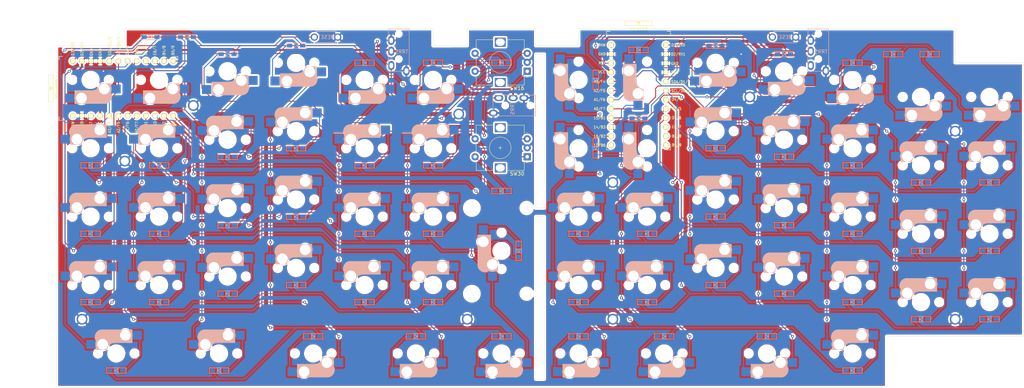
<source format=kicad_pcb>
(kicad_pcb (version 20171130) (host pcbnew 5.1.6-c6e7f7d~87~ubuntu16.04.1)
  (layers (0 F.Cu signal) (31 B.Cu signal) (34 B.Paste user) (35 F.Paste user) (36 B.SilkS user) (37 F.SilkS user) (38 B.Mask user) (39 F.Mask user) (44 Edge.Cuts user))
  (net 0 "")
  (net 1 l_row0)
  (net 2 "Net-(D1-Pad2)")
  (net 3 "Net-(D2-Pad2)")
  (net 4 "Net-(D3-Pad2)")
  (net 5 "Net-(D4-Pad2)")
  (net 6 "Net-(D5-Pad2)")
  (net 7 "Net-(D6-Pad2)")
  (net 8 "Net-(D7-Pad2)")
  (net 9 r_row0)
  (net 10 "Net-(D8-Pad2)")
  (net 11 "Net-(D9-Pad2)")
  (net 12 "Net-(D10-Pad2)")
  (net 13 "Net-(D11-Pad2)")
  (net 14 "Net-(D12-Pad2)")
  (net 15 "Net-(D13-Pad2)")
  (net 16 "Net-(D14-Pad2)")
  (net 17 l_row1)
  (net 18 "Net-(D15-Pad2)")
  (net 19 "Net-(D16-Pad2)")
  (net 20 "Net-(D17-Pad2)")
  (net 21 "Net-(D18-Pad2)")
  (net 22 "Net-(D19-Pad2)")
  (net 23 "Net-(D20-Pad2)")
  (net 24 "Net-(D21-Pad2)")
  (net 25 r_row1)
  (net 26 "Net-(D22-Pad2)")
  (net 27 "Net-(D23-Pad2)")
  (net 28 "Net-(D24-Pad2)")
  (net 29 "Net-(D25-Pad2)")
  (net 30 "Net-(D26-Pad2)")
  (net 31 "Net-(D27-Pad2)")
  (net 32 "Net-(D28-Pad2)")
  (net 33 l_row2)
  (net 34 "Net-(D29-Pad2)")
  (net 35 "Net-(D30-Pad2)")
  (net 36 "Net-(D31-Pad2)")
  (net 37 "Net-(D32-Pad2)")
  (net 38 "Net-(D33-Pad2)")
  (net 39 "Net-(D34-Pad2)")
  (net 40 "Net-(D35-Pad2)")
  (net 41 "Net-(D36-Pad2)")
  (net 42 r_row2)
  (net 43 "Net-(D37-Pad2)")
  (net 44 "Net-(D38-Pad2)")
  (net 45 "Net-(D39-Pad2)")
  (net 46 "Net-(D40-Pad2)")
  (net 47 "Net-(D41-Pad2)")
  (net 48 "Net-(D42-Pad2)")
  (net 49 "Net-(D43-Pad2)")
  (net 50 l_row3)
  (net 51 "Net-(D44-Pad2)")
  (net 52 "Net-(D45-Pad2)")
  (net 53 "Net-(D46-Pad2)")
  (net 54 "Net-(D47-Pad2)")
  (net 55 "Net-(D48-Pad2)")
  (net 56 "Net-(D49-Pad2)")
  (net 57 r_row3)
  (net 58 "Net-(D50-Pad2)")
  (net 59 "Net-(D51-Pad2)")
  (net 60 "Net-(D52-Pad2)")
  (net 61 "Net-(D53-Pad2)")
  (net 62 "Net-(D54-Pad2)")
  (net 63 "Net-(D55-Pad2)")
  (net 64 l_row4)
  (net 65 "Net-(D56-Pad2)")
  (net 66 "Net-(D57-Pad2)")
  (net 67 "Net-(D58-Pad2)")
  (net 68 "Net-(D59-Pad2)")
  (net 69 "Net-(D60-Pad2)")
  (net 70 "Net-(D61-Pad2)")
  (net 71 r_row4)
  (net 72 "Net-(D62-Pad2)")
  (net 73 "Net-(D63-Pad2)")
  (net 74 "Net-(D64-Pad2)")
  (net 75 GND)
  (net 76 l_data)
  (net 77 VCC)
  (net 78 r_data)
  (net 79 l_reset)
  (net 80 r_reset)
  (net 81 l_col0)
  (net 82 l_col1)
  (net 83 l_col2)
  (net 84 l_col3)
  (net 85 l_col4)
  (net 86 l_col5)
  (net 87 r_col6)
  (net 88 r_col5)
  (net 89 r_col4)
  (net 90 r_col3)
  (net 91 r_col2)
  (net 92 r_col1)
  (net 93 r_col0)
  (net 94 l_col6)
  (net 95 encoder0_b)
  (net 96 encoder0_a)
  (net 97 encoder1_b)
  (net 98 encoder1_a)
  (net 99 "Net-(U1-Pad24)")
  (net 100 "Net-(U2-Pad10)")
  (net 101 "Net-(U2-Pad11)")
  (net 102 "Net-(U2-Pad12)")
  (net 103 "Net-(U2-Pad13)")
  (net 104 "Net-(U2-Pad24)")
  (net 105 r_VCC)
  (module MountingHole:MountingHole_2.2mm_M2_ISO7380_Pad (layer F.Cu) (at 264.31986 114.30048)
    (fp_text reference REF** hide)
    (fp_text value MountingHole_2.2mm_M2_ISO7380_Pad hide)
    (pad 1 thru_hole circle (at 0 0) (size 3 3) (drill 2.2) (layers *.Cu *.Mask) (net 75 GND))
  )
  (module MountingHole:MountingHole_2.2mm_M2_ISO7380_Pad (layer F.Cu) (at 321.4701 123.82552)
    (fp_text reference REF** hide)
    (fp_text value MountingHole_2.2mm_M2_ISO7380_Pad hide)
    (pad 1 thru_hole circle (at 0 0) (size 3 3) (drill 2.2) (layers *.Cu *.Mask) (net 75 GND))
  )
  (module MountingHole:MountingHole_2.2mm_M2_ISO7380_Pad (layer F.Cu) (at 321.4701 176.21324)
    (fp_text reference REF** hide)
    (fp_text value MountingHole_2.2mm_M2_ISO7380_Pad hide)
    (pad 1 thru_hole circle (at 0 0) (size 3 3) (drill 2.2) (layers *.Cu *.Mask) (net 75 GND))
  )
  (module MountingHole:MountingHole_2.2mm_M2_ISO7380_Pad (layer F.Cu) (at 226.2197 176.21324)
    (fp_text reference REF** hide)
    (fp_text value MountingHole_2.2mm_M2_ISO7380_Pad hide)
    (pad 1 thru_hole circle (at 0 0) (size 3 3) (drill 2.2) (layers *.Cu *.Mask) (net 75 GND))
  )
  (module MountingHole:MountingHole_2.2mm_M2_ISO7380_Pad (layer F.Cu) (at 226.2197 138.11308)
    (fp_text reference REF** hide)
    (fp_text value MountingHole_2.2mm_M2_ISO7380_Pad hide)
    (pad 1 thru_hole circle (at 0 0) (size 3 3) (drill 2.2) (layers *.Cu *.Mask) (net 75 GND))
  )
  (module MountingHole:MountingHole_2.2mm_M2_ISO7380_Pad (layer F.Cu) (at 185.73828 176.21324)
    (fp_text reference REF** hide)
    (fp_text value MountingHole_2.2mm_M2_ISO7380_Pad hide)
    (pad 1 thru_hole circle (at 0 0) (size 3 3) (drill 2.2) (layers *.Cu *.Mask) (net 75 GND))
  )
  (module MountingHole:MountingHole_2.2mm_M2_ISO7380_Pad (layer F.Cu) (at 183.35702 119.063)
    (fp_text reference REF** hide)
    (fp_text value MountingHole_2.2mm_M2_ISO7380_Pad hide)
    (pad 1 thru_hole circle (at 0 0) (size 3 3) (drill 2.2) (layers *.Cu *.Mask) (net 75 GND))
  )
  (module MountingHole:MountingHole_2.2mm_M2_ISO7380_Pad (layer F.Cu) (at 78.58158 176.21324)
    (fp_text reference REF** hide)
    (fp_text value MountingHole_2.2mm_M2_ISO7380_Pad hide)
    (pad 1 thru_hole circle (at 0 0) (size 3 3) (drill 2.2) (layers *.Cu *.Mask) (net 75 GND))
  )
  (module MountingHole:MountingHole_2.2mm_M2_ISO7380_Pad (layer F.Cu) (at 90.48788 132.15993)
    (fp_text reference REF** hide)
    (fp_text value MountingHole_2.2mm_M2_ISO7380_Pad hide)
    (pad 1 thru_hole circle (at 0 0) (size 3 3) (drill 2.2) (layers *.Cu *.Mask) (net 75 GND))
  )
  (module MountingHole:MountingHole_2.2mm_M2_ISO7380_Pad (layer F.Cu) (at 109.53796 116.68174)
    (fp_text reference REF** hide)
    (fp_text value MountingHole_2.2mm_M2_ISO7380_Pad hide)
    (pad 1 thru_hole circle (at 0 0) (size 3 3) (drill 2.2) (layers *.Cu *.Mask) (net 75 GND))
  )
  (module kbd:CherryMX_Hotswap (layer F.Cu) (at 292.89375 109.5375 180)
    (fp_text reference SW13 hide)
    (fp_text value SW_PUSH hide)
    (pad 1 smd rect (at -7.085 -2.54) (size 2.55 2.5) (layers B.Cu B.Paste B.Mask) (net 91 r_col2))
    (pad "" np_thru_hole circle (at 0 0 270) (size 4.1 4.1) (drill 4.1) (layers *.Cu *.Mask))
    (pad "" np_thru_hole circle (at 5.08 0 180) (size 1.9 1.9) (drill 1.9) (layers *.Cu *.Mask))
    (pad "" np_thru_hole circle (at -5.08 0 180) (size 1.9 1.9) (drill 1.9) (layers *.Cu *.Mask))
    (pad 2 smd rect (at 5.842 -5.08) (size 2.55 2.5) (layers B.Cu B.Paste B.Mask) (net 13 "Net-(D11-Pad2)"))
    (pad "" np_thru_hole circle (at -3.81 -2.54 180) (size 3 3) (drill 3) (layers *.Cu *.Mask))
    (pad "" np_thru_hole circle (at 2.54 -5.08 180) (size 3 3) (drill 3) (layers *.Cu *.Mask))
  )
  (module kbd:CherryMX_Hotswap (layer F.Cu) (at 100.0125 166.6875)
    (fp_text reference SW46 hide)
    (fp_text value SW_PUSH hide)
    (pad "" np_thru_hole circle (at 2.54 -5.08) (size 3 3) (drill 3) (layers *.Cu *.Mask))
    (pad "" np_thru_hole circle (at -3.81 -2.54) (size 3 3) (drill 3) (layers *.Cu *.Mask))
    (pad 2 smd rect (at 5.842 -5.08 180) (size 2.55 2.5) (layers B.Cu B.Paste B.Mask) (net 51 "Net-(D44-Pad2)"))
    (pad "" np_thru_hole circle (at -5.08 0) (size 1.9 1.9) (drill 1.9) (layers *.Cu *.Mask))
    (pad "" np_thru_hole circle (at 5.08 0) (size 1.9 1.9) (drill 1.9) (layers *.Cu *.Mask))
    (pad "" np_thru_hole circle (at 0 0 90) (size 4.1 4.1) (drill 4.1) (layers *.Cu *.Mask))
    (pad 1 smd rect (at -7.085 -2.54 180) (size 2.55 2.5) (layers B.Cu B.Paste B.Mask) (net 82 l_col1))
  )
  (module kbd:CherryMX_Hotswap (layer F.Cu) (at 119.0625 145.25625)
    (fp_text reference SW33 hide)
    (fp_text value SW_PUSH hide)
    (pad 1 smd rect (at -7.085 -2.54 180) (size 2.55 2.5) (layers B.Cu B.Paste B.Mask) (net 83 l_col2))
    (pad "" np_thru_hole circle (at 0 0 90) (size 4.1 4.1) (drill 4.1) (layers *.Cu *.Mask))
    (pad "" np_thru_hole circle (at 5.08 0) (size 1.9 1.9) (drill 1.9) (layers *.Cu *.Mask))
    (pad "" np_thru_hole circle (at -5.08 0) (size 1.9 1.9) (drill 1.9) (layers *.Cu *.Mask))
    (pad 2 smd rect (at 5.842 -5.08 180) (size 2.55 2.5) (layers B.Cu B.Paste B.Mask) (net 36 "Net-(D31-Pad2)"))
    (pad "" np_thru_hole circle (at -3.81 -2.54) (size 3 3) (drill 3) (layers *.Cu *.Mask))
    (pad "" np_thru_hole circle (at 2.54 -5.08) (size 3 3) (drill 3) (layers *.Cu *.Mask))
  )
  (module kbd:CherryMX_Hotswap (layer F.Cu) (at 100.0125 147.6375)
    (fp_text reference SW32 hide)
    (fp_text value SW_PUSH hide)
    (pad "" np_thru_hole circle (at 2.54 -5.08) (size 3 3) (drill 3) (layers *.Cu *.Mask))
    (pad "" np_thru_hole circle (at -3.81 -2.54) (size 3 3) (drill 3) (layers *.Cu *.Mask))
    (pad 2 smd rect (at 5.842 -5.08 180) (size 2.55 2.5) (layers B.Cu B.Paste B.Mask) (net 35 "Net-(D30-Pad2)"))
    (pad "" np_thru_hole circle (at -5.08 0) (size 1.9 1.9) (drill 1.9) (layers *.Cu *.Mask))
    (pad "" np_thru_hole circle (at 5.08 0) (size 1.9 1.9) (drill 1.9) (layers *.Cu *.Mask))
    (pad "" np_thru_hole circle (at 0 0 90) (size 4.1 4.1) (drill 4.1) (layers *.Cu *.Mask))
    (pad 1 smd rect (at -7.085 -2.54 180) (size 2.55 2.5) (layers B.Cu B.Paste B.Mask) (net 82 l_col1))
  )
  (module footprint:CherryMX_MidHeight_Choc_Hotswap_2U_Outline (layer F.Cu) (at 195.2625 157.1625 270)
    (fp_text reference Ref** hide)
    (fp_text value Val** hide)
    (pad "" np_thru_hole circle (at 11.938 8.255 270) (size 3.9878 3.9878) (drill 3.9878) (layers *.Cu *.Mask))
    (pad "" np_thru_hole circle (at -11.938 8.255 270) (size 3.9878 3.9878) (drill 3.9878) (layers *.Cu *.Mask))
    (pad "" np_thru_hole circle (at 11.938 -6.985 270) (size 3.048 3.048) (drill 3.048) (layers *.Cu *.Mask))
    (pad "" np_thru_hole circle (at -11.938 -6.985 270) (size 3.048 3.048) (drill 3.048) (layers *.Cu *.Mask))
  )
  (module kbd:D3_SMD_v2 (layer B.Cu) (at 97.63125 97.63125 180)
    (fp_text reference D1 hide)
    (fp_text value D hide)
    (pad 1 smd rect (at -1.775 0 180) (size 1.4 1) (layers B.Cu B.Paste B.Mask) (net 1 l_row0))
    (pad 2 smd rect (at 1.775 0 180) (size 1.4 1) (layers B.Cu B.Paste B.Mask) (net 2 "Net-(D1-Pad2)"))
  )
  (module kbd:D3_SMD_v2 (layer B.Cu) (at 107.7625 97.63125 180)
    (fp_text reference D2 hide)
    (fp_text value D hide)
    (pad 1 smd rect (at -1.775 0 180) (size 1.4 1) (layers B.Cu B.Paste B.Mask) (net 1 l_row0))
    (pad 2 smd rect (at 1.775 0 180) (size 1.4 1) (layers B.Cu B.Paste B.Mask) (net 3 "Net-(D2-Pad2)"))
  )
  (module kbd:D3_SMD_v2 (layer B.Cu) (at 119.0625 102.39375 180)
    (fp_text reference D3 hide)
    (fp_text value D hide)
    (pad 2 smd rect (at 1.775 0 180) (size 1.4 1) (layers B.Cu B.Paste B.Mask) (net 4 "Net-(D3-Pad2)"))
    (pad 1 smd rect (at -1.775 0 180) (size 1.4 1) (layers B.Cu B.Paste B.Mask) (net 1 l_row0))
  )
  (module kbd:D3_SMD_v2 (layer B.Cu) (at 138.1125 100.0125 180)
    (fp_text reference D4 hide)
    (fp_text value D hide)
    (pad 1 smd rect (at -1.775 0 180) (size 1.4 1) (layers B.Cu B.Paste B.Mask) (net 1 l_row0))
    (pad 2 smd rect (at 1.775 0 180) (size 1.4 1) (layers B.Cu B.Paste B.Mask) (net 5 "Net-(D4-Pad2)"))
  )
  (module kbd:D3_SMD_v2 (layer B.Cu) (at 157.1625 104.775 180)
    (fp_text reference D5 hide)
    (fp_text value D hide)
    (pad 2 smd rect (at 1.775 0 180) (size 1.4 1) (layers B.Cu B.Paste B.Mask) (net 6 "Net-(D5-Pad2)"))
    (pad 1 smd rect (at -1.775 0 180) (size 1.4 1) (layers B.Cu B.Paste B.Mask) (net 1 l_row0))
  )
  (module kbd:D3_SMD_v2 (layer B.Cu) (at 176.2125 104.775 180)
    (fp_text reference D6 hide)
    (fp_text value D hide)
    (pad 1 smd rect (at -1.775 0 180) (size 1.4 1) (layers B.Cu B.Paste B.Mask) (net 1 l_row0))
    (pad 2 smd rect (at 1.775 0 180) (size 1.4 1) (layers B.Cu B.Paste B.Mask) (net 7 "Net-(D6-Pad2)"))
  )
  (module kbd:D3_SMD_v2 (layer B.Cu) (at 221.45718 109.53796 90)
    (fp_text reference D7 hide)
    (fp_text value D hide)
    (pad 2 smd rect (at 1.775 0 90) (size 1.4 1) (layers B.Cu B.Paste B.Mask) (net 8 "Net-(D7-Pad2)"))
    (pad 1 smd rect (at -1.775 0 90) (size 1.4 1) (layers B.Cu B.Paste B.Mask) (net 9 r_row0))
  )
  (module kbd:D3_SMD_v2 (layer B.Cu) (at 233.36348 101.20355 180)
    (fp_text reference D8 hide)
    (fp_text value D hide)
    (pad 1 smd rect (at -1.775 0 180) (size 1.4 1) (layers B.Cu B.Paste B.Mask) (net 9 r_row0))
    (pad 2 smd rect (at 1.775 0 180) (size 1.4 1) (layers B.Cu B.Paste B.Mask) (net 10 "Net-(D8-Pad2)"))
  )
  (module kbd:D3_SMD_v2 (layer B.Cu) (at 254.79375 100.0125 180)
    (fp_text reference D9 hide)
    (fp_text value D hide)
    (pad 2 smd rect (at 1.775 0 180) (size 1.4 1) (layers B.Cu B.Paste B.Mask) (net 11 "Net-(D9-Pad2)"))
    (pad 1 smd rect (at -1.775 0 180) (size 1.4 1) (layers B.Cu B.Paste B.Mask) (net 9 r_row0))
  )
  (module kbd:D3_SMD_v2 (layer B.Cu) (at 273.84375 102.39375 180)
    (fp_text reference D10 hide)
    (fp_text value D hide)
    (pad 1 smd rect (at -1.775 0 180) (size 1.4 1) (layers B.Cu B.Paste B.Mask) (net 9 r_row0))
    (pad 2 smd rect (at 1.775 0 180) (size 1.4 1) (layers B.Cu B.Paste B.Mask) (net 12 "Net-(D10-Pad2)"))
  )
  (module kbd:D3_SMD_v2 (layer B.Cu) (at 292.89375 104.775 180)
    (fp_text reference D11 hide)
    (fp_text value D hide)
    (pad 2 smd rect (at 1.775 0 180) (size 1.4 1) (layers B.Cu B.Paste B.Mask) (net 13 "Net-(D11-Pad2)"))
    (pad 1 smd rect (at -1.775 0 180) (size 1.4 1) (layers B.Cu B.Paste B.Mask) (net 9 r_row0))
  )
  (module kbd:D3_SMD_v2 (layer B.Cu) (at 304.19375 102.39375 180)
    (fp_text reference D12 hide)
    (fp_text value D hide)
    (pad 1 smd rect (at -1.775 0 180) (size 1.4 1) (layers B.Cu B.Paste B.Mask) (net 9 r_row0))
    (pad 2 smd rect (at 1.775 0 180) (size 1.4 1) (layers B.Cu B.Paste B.Mask) (net 14 "Net-(D12-Pad2)"))
  )
  (module kbd:D3_SMD_v2 (layer B.Cu) (at 314.325 102.39375 180)
    (fp_text reference D13 hide)
    (fp_text value D hide)
    (pad 1 smd rect (at -1.775 0 180) (size 1.4 1) (layers B.Cu B.Paste B.Mask) (net 9 r_row0))
    (pad 2 smd rect (at 1.775 0 180) (size 1.4 1) (layers B.Cu B.Paste B.Mask) (net 15 "Net-(D13-Pad2)"))
  )
  (module kbd:D3_SMD_v2 (layer B.Cu) (at 195.2625 104.775 180)
    (fp_text reference D14 hide)
    (fp_text value D hide)
    (pad 2 smd rect (at 1.775 0 180) (size 1.4 1) (layers B.Cu B.Paste B.Mask) (net 16 "Net-(D14-Pad2)"))
    (pad 1 smd rect (at -1.775 0 180) (size 1.4 1) (layers B.Cu B.Paste B.Mask) (net 1 l_row0))
  )
  (module kbd:D3_SMD_v2 (layer B.Cu) (at 80.9625 133.35)
    (fp_text reference D15 hide)
    (fp_text value D hide)
    (pad 1 smd rect (at -1.775 0) (size 1.4 1) (layers B.Cu B.Paste B.Mask) (net 17 l_row1))
    (pad 2 smd rect (at 1.775 0) (size 1.4 1) (layers B.Cu B.Paste B.Mask) (net 18 "Net-(D15-Pad2)"))
  )
  (module kbd:D3_SMD_v2 (layer B.Cu) (at 100.0125 133.35)
    (fp_text reference D16 hide)
    (fp_text value D hide)
    (pad 2 smd rect (at 1.775 0) (size 1.4 1) (layers B.Cu B.Paste B.Mask) (net 19 "Net-(D16-Pad2)"))
    (pad 1 smd rect (at -1.775 0) (size 1.4 1) (layers B.Cu B.Paste B.Mask) (net 17 l_row1))
  )
  (module kbd:D3_SMD_v2 (layer B.Cu) (at 119.0625 130.96875)
    (fp_text reference D17 hide)
    (fp_text value D hide)
    (pad 1 smd rect (at -1.775 0) (size 1.4 1) (layers B.Cu B.Paste B.Mask) (net 17 l_row1))
    (pad 2 smd rect (at 1.775 0) (size 1.4 1) (layers B.Cu B.Paste B.Mask) (net 20 "Net-(D17-Pad2)"))
  )
  (module kbd:D3_SMD_v2 (layer B.Cu) (at 138.1125 128.5875)
    (fp_text reference D18 hide)
    (fp_text value D hide)
    (pad 2 smd rect (at 1.775 0) (size 1.4 1) (layers B.Cu B.Paste B.Mask) (net 21 "Net-(D18-Pad2)"))
    (pad 1 smd rect (at -1.775 0) (size 1.4 1) (layers B.Cu B.Paste B.Mask) (net 17 l_row1))
  )
  (module kbd:D3_SMD_v2 (layer B.Cu) (at 157.1625 133.35)
    (fp_text reference D19 hide)
    (fp_text value D hide)
    (pad 1 smd rect (at -1.775 0) (size 1.4 1) (layers B.Cu B.Paste B.Mask) (net 17 l_row1))
    (pad 2 smd rect (at 1.775 0) (size 1.4 1) (layers B.Cu B.Paste B.Mask) (net 22 "Net-(D19-Pad2)"))
  )
  (module kbd:D3_SMD_v2 (layer B.Cu) (at 176.2125 133.35)
    (fp_text reference D20 hide)
    (fp_text value D hide)
    (pad 2 smd rect (at 1.775 0) (size 1.4 1) (layers B.Cu B.Paste B.Mask) (net 23 "Net-(D20-Pad2)"))
    (pad 1 smd rect (at -1.775 0) (size 1.4 1) (layers B.Cu B.Paste B.Mask) (net 17 l_row1))
  )
  (module kbd:D3_SMD_v2 (layer B.Cu) (at 221.45718 128.58804 90)
    (fp_text reference D21 hide)
    (fp_text value D hide)
    (pad 2 smd rect (at 1.775 0 90) (size 1.4 1) (layers B.Cu B.Paste B.Mask) (net 24 "Net-(D21-Pad2)"))
    (pad 1 smd rect (at -1.775 0 90) (size 1.4 1) (layers B.Cu B.Paste B.Mask) (net 25 r_row1))
  )
  (module kbd:D3_SMD_v2 (layer B.Cu) (at 233.36348 120.25363 180)
    (fp_text reference D22 hide)
    (fp_text value D hide)
    (pad 1 smd rect (at -1.775 0 180) (size 1.4 1) (layers B.Cu B.Paste B.Mask) (net 25 r_row1))
    (pad 2 smd rect (at 1.775 0 180) (size 1.4 1) (layers B.Cu B.Paste B.Mask) (net 26 "Net-(D22-Pad2)"))
  )
  (module kbd:D3_SMD_v2 (layer B.Cu) (at 254.79375 128.5875)
    (fp_text reference D23 hide)
    (fp_text value D hide)
    (pad 2 smd rect (at 1.775 0) (size 1.4 1) (layers B.Cu B.Paste B.Mask) (net 27 "Net-(D23-Pad2)"))
    (pad 1 smd rect (at -1.775 0) (size 1.4 1) (layers B.Cu B.Paste B.Mask) (net 25 r_row1))
  )
  (module kbd:D3_SMD_v2 (layer B.Cu) (at 273.84375 130.96875)
    (fp_text reference D24 hide)
    (fp_text value D hide)
    (pad 2 smd rect (at 1.775 0) (size 1.4 1) (layers B.Cu B.Paste B.Mask) (net 28 "Net-(D24-Pad2)"))
    (pad 1 smd rect (at -1.775 0) (size 1.4 1) (layers B.Cu B.Paste B.Mask) (net 25 r_row1))
  )
  (module kbd:D3_SMD_v2 (layer B.Cu) (at 292.89375 133.35)
    (fp_text reference D25 hide)
    (fp_text value D hide)
    (pad 1 smd rect (at -1.775 0) (size 1.4 1) (layers B.Cu B.Paste B.Mask) (net 25 r_row1))
    (pad 2 smd rect (at 1.775 0) (size 1.4 1) (layers B.Cu B.Paste B.Mask) (net 29 "Net-(D25-Pad2)"))
  )
  (module kbd:D3_SMD_v2 (layer B.Cu) (at 311.94375 138.1125)
    (fp_text reference D26 hide)
    (fp_text value D hide)
    (pad 2 smd rect (at 1.775 0) (size 1.4 1) (layers B.Cu B.Paste B.Mask) (net 30 "Net-(D26-Pad2)"))
    (pad 1 smd rect (at -1.775 0) (size 1.4 1) (layers B.Cu B.Paste B.Mask) (net 25 r_row1))
  )
  (module kbd:D3_SMD_v2 (layer B.Cu) (at 330.99375 138.1125)
    (fp_text reference D27 hide)
    (fp_text value D hide)
    (pad 1 smd rect (at -1.775 0) (size 1.4 1) (layers B.Cu B.Paste B.Mask) (net 25 r_row1))
    (pad 2 smd rect (at 1.775 0) (size 1.4 1) (layers B.Cu B.Paste B.Mask) (net 31 "Net-(D27-Pad2)"))
  )
  (module kbd:D3_SMD_v2 (layer B.Cu) (at 195.2625 140.49375)
    (fp_text reference D28 hide)
    (fp_text value D hide)
    (pad 2 smd rect (at 1.775 0) (size 1.4 1) (layers B.Cu B.Paste B.Mask) (net 32 "Net-(D28-Pad2)"))
    (pad 1 smd rect (at -1.775 0) (size 1.4 1) (layers B.Cu B.Paste B.Mask) (net 17 l_row1))
  )
  (module kbd:D3_SMD_v2 (layer B.Cu) (at 80.9625 152.4)
    (fp_text reference D29 hide)
    (fp_text value D hide)
    (pad 1 smd rect (at -1.775 0) (size 1.4 1) (layers B.Cu B.Paste B.Mask) (net 33 l_row2))
    (pad 2 smd rect (at 1.775 0) (size 1.4 1) (layers B.Cu B.Paste B.Mask) (net 34 "Net-(D29-Pad2)"))
  )
  (module kbd:D3_SMD_v2 (layer B.Cu) (at 100.0125 152.4)
    (fp_text reference D30 hide)
    (fp_text value D hide)
    (pad 2 smd rect (at 1.775 0) (size 1.4 1) (layers B.Cu B.Paste B.Mask) (net 35 "Net-(D30-Pad2)"))
    (pad 1 smd rect (at -1.775 0) (size 1.4 1) (layers B.Cu B.Paste B.Mask) (net 33 l_row2))
  )
  (module kbd:D3_SMD_v2 (layer B.Cu) (at 119.0625 150.01875)
    (fp_text reference D31 hide)
    (fp_text value D hide)
    (pad 1 smd rect (at -1.775 0) (size 1.4 1) (layers B.Cu B.Paste B.Mask) (net 33 l_row2))
    (pad 2 smd rect (at 1.775 0) (size 1.4 1) (layers B.Cu B.Paste B.Mask) (net 36 "Net-(D31-Pad2)"))
  )
  (module kbd:D3_SMD_v2 (layer B.Cu) (at 138.1125 147.6375)
    (fp_text reference D32 hide)
    (fp_text value D hide)
    (pad 1 smd rect (at -1.775 0) (size 1.4 1) (layers B.Cu B.Paste B.Mask) (net 33 l_row2))
    (pad 2 smd rect (at 1.775 0) (size 1.4 1) (layers B.Cu B.Paste B.Mask) (net 37 "Net-(D32-Pad2)"))
  )
  (module kbd:D3_SMD_v2 (layer B.Cu) (at 157.1625 152.4)
    (fp_text reference D33 hide)
    (fp_text value D hide)
    (pad 2 smd rect (at 1.775 0) (size 1.4 1) (layers B.Cu B.Paste B.Mask) (net 38 "Net-(D33-Pad2)"))
    (pad 1 smd rect (at -1.775 0) (size 1.4 1) (layers B.Cu B.Paste B.Mask) (net 33 l_row2))
  )
  (module kbd:D3_SMD_v2 (layer B.Cu) (at 176.2125 152.4)
    (fp_text reference D34 hide)
    (fp_text value D hide)
    (pad 1 smd rect (at -1.775 0) (size 1.4 1) (layers B.Cu B.Paste B.Mask) (net 33 l_row2))
    (pad 2 smd rect (at 1.775 0) (size 1.4 1) (layers B.Cu B.Paste B.Mask) (net 39 "Net-(D34-Pad2)"))
  )
  (module kbd:D3_SMD_v2 (layer B.Cu) (at 200.025 157.1625 90)
    (fp_text reference D35 hide)
    (fp_text value D hide)
    (pad 2 smd rect (at 1.775 0 90) (size 1.4 1) (layers B.Cu B.Paste B.Mask) (net 40 "Net-(D35-Pad2)"))
    (pad 1 smd rect (at -1.775 0 90) (size 1.4 1) (layers B.Cu B.Paste B.Mask) (net 33 l_row2))
  )
  (module kbd:D3_SMD_v2 (layer B.Cu) (at 216.69375 152.4)
    (fp_text reference D36 hide)
    (fp_text value D hide)
    (pad 2 smd rect (at 1.775 0) (size 1.4 1) (layers B.Cu B.Paste B.Mask) (net 41 "Net-(D36-Pad2)"))
    (pad 1 smd rect (at -1.775 0) (size 1.4 1) (layers B.Cu B.Paste B.Mask) (net 42 r_row2))
  )
  (module kbd:D3_SMD_v2 (layer B.Cu) (at 235.74375 152.4)
    (fp_text reference D37 hide)
    (fp_text value D hide)
    (pad 1 smd rect (at -1.775 0) (size 1.4 1) (layers B.Cu B.Paste B.Mask) (net 42 r_row2))
    (pad 2 smd rect (at 1.775 0) (size 1.4 1) (layers B.Cu B.Paste B.Mask) (net 43 "Net-(D37-Pad2)"))
  )
  (module kbd:D3_SMD_v2 (layer B.Cu) (at 254.79375 147.6375)
    (fp_text reference D38 hide)
    (fp_text value D hide)
    (pad 1 smd rect (at -1.775 0) (size 1.4 1) (layers B.Cu B.Paste B.Mask) (net 42 r_row2))
    (pad 2 smd rect (at 1.775 0) (size 1.4 1) (layers B.Cu B.Paste B.Mask) (net 44 "Net-(D38-Pad2)"))
  )
  (module kbd:D3_SMD_v2 (layer B.Cu) (at 273.84375 150.01875)
    (fp_text reference D39 hide)
    (fp_text value D hide)
    (pad 1 smd rect (at -1.775 0) (size 1.4 1) (layers B.Cu B.Paste B.Mask) (net 42 r_row2))
    (pad 2 smd rect (at 1.775 0) (size 1.4 1) (layers B.Cu B.Paste B.Mask) (net 45 "Net-(D39-Pad2)"))
  )
  (module kbd:D3_SMD_v2 (layer B.Cu) (at 292.89375 152.4)
    (fp_text reference D40 hide)
    (fp_text value D hide)
    (pad 1 smd rect (at -1.775 0) (size 1.4 1) (layers B.Cu B.Paste B.Mask) (net 42 r_row2))
    (pad 2 smd rect (at 1.775 0) (size 1.4 1) (layers B.Cu B.Paste B.Mask) (net 46 "Net-(D40-Pad2)"))
  )
  (module kbd:D3_SMD_v2 (layer B.Cu) (at 311.94375 157.1625)
    (fp_text reference D41 hide)
    (fp_text value D hide)
    (pad 2 smd rect (at 1.775 0) (size 1.4 1) (layers B.Cu B.Paste B.Mask) (net 47 "Net-(D41-Pad2)"))
    (pad 1 smd rect (at -1.775 0) (size 1.4 1) (layers B.Cu B.Paste B.Mask) (net 42 r_row2))
  )
  (module kbd:D3_SMD_v2 (layer B.Cu) (at 330.99375 157.1625)
    (fp_text reference D42 hide)
    (fp_text value D hide)
    (pad 1 smd rect (at -1.775 0) (size 1.4 1) (layers B.Cu B.Paste B.Mask) (net 42 r_row2))
    (pad 2 smd rect (at 1.775 0) (size 1.4 1) (layers B.Cu B.Paste B.Mask) (net 48 "Net-(D42-Pad2)"))
  )
  (module kbd:D3_SMD_v2 (layer B.Cu) (at 80.9625 171.45)
    (fp_text reference D43 hide)
    (fp_text value D hide)
    (pad 2 smd rect (at 1.775 0) (size 1.4 1) (layers B.Cu B.Paste B.Mask) (net 49 "Net-(D43-Pad2)"))
    (pad 1 smd rect (at -1.775 0) (size 1.4 1) (layers B.Cu B.Paste B.Mask) (net 50 l_row3))
  )
  (module kbd:D3_SMD_v2 (layer B.Cu) (at 100.0125 171.45)
    (fp_text reference D44 hide)
    (fp_text value D hide)
    (pad 1 smd rect (at -1.775 0) (size 1.4 1) (layers B.Cu B.Paste B.Mask) (net 50 l_row3))
    (pad 2 smd rect (at 1.775 0) (size 1.4 1) (layers B.Cu B.Paste B.Mask) (net 51 "Net-(D44-Pad2)"))
  )
  (module kbd:D3_SMD_v2 (layer B.Cu) (at 119.0625 169.06875)
    (fp_text reference D45 hide)
    (fp_text value D hide)
    (pad 2 smd rect (at 1.775 0) (size 1.4 1) (layers B.Cu B.Paste B.Mask) (net 52 "Net-(D45-Pad2)"))
    (pad 1 smd rect (at -1.775 0) (size 1.4 1) (layers B.Cu B.Paste B.Mask) (net 50 l_row3))
  )
  (module kbd:D3_SMD_v2 (layer B.Cu) (at 138.1125 166.6875)
    (fp_text reference D46 hide)
    (fp_text value D hide)
    (pad 1 smd rect (at -1.775 0) (size 1.4 1) (layers B.Cu B.Paste B.Mask) (net 50 l_row3))
    (pad 2 smd rect (at 1.775 0) (size 1.4 1) (layers B.Cu B.Paste B.Mask) (net 53 "Net-(D46-Pad2)"))
  )
  (module kbd:D3_SMD_v2 (layer B.Cu) (at 157.1625 171.45)
    (fp_text reference D47 hide)
    (fp_text value D hide)
    (pad 2 smd rect (at 1.775 0) (size 1.4 1) (layers B.Cu B.Paste B.Mask) (net 54 "Net-(D47-Pad2)"))
    (pad 1 smd rect (at -1.775 0) (size 1.4 1) (layers B.Cu B.Paste B.Mask) (net 50 l_row3))
  )
  (module kbd:D3_SMD_v2 (layer B.Cu) (at 176.2125 171.45)
    (fp_text reference D48 hide)
    (fp_text value D hide)
    (pad 2 smd rect (at 1.775 0) (size 1.4 1) (layers B.Cu B.Paste B.Mask) (net 55 "Net-(D48-Pad2)"))
    (pad 1 smd rect (at -1.775 0) (size 1.4 1) (layers B.Cu B.Paste B.Mask) (net 50 l_row3))
  )
  (module kbd:D3_SMD_v2 (layer B.Cu) (at 216.69375 171.45)
    (fp_text reference D49 hide)
    (fp_text value D hide)
    (pad 2 smd rect (at 1.775 0) (size 1.4 1) (layers B.Cu B.Paste B.Mask) (net 56 "Net-(D49-Pad2)"))
    (pad 1 smd rect (at -1.775 0) (size 1.4 1) (layers B.Cu B.Paste B.Mask) (net 57 r_row3))
  )
  (module kbd:D3_SMD_v2 (layer B.Cu) (at 235.74375 171.45)
    (fp_text reference D50 hide)
    (fp_text value D hide)
    (pad 1 smd rect (at -1.775 0) (size 1.4 1) (layers B.Cu B.Paste B.Mask) (net 57 r_row3))
    (pad 2 smd rect (at 1.775 0) (size 1.4 1) (layers B.Cu B.Paste B.Mask) (net 58 "Net-(D50-Pad2)"))
  )
  (module kbd:D3_SMD_v2 (layer B.Cu) (at 254.79375 166.6875)
    (fp_text reference D51 hide)
    (fp_text value D hide)
    (pad 2 smd rect (at 1.775 0) (size 1.4 1) (layers B.Cu B.Paste B.Mask) (net 59 "Net-(D51-Pad2)"))
    (pad 1 smd rect (at -1.775 0) (size 1.4 1) (layers B.Cu B.Paste B.Mask) (net 57 r_row3))
  )
  (module kbd:D3_SMD_v2 (layer B.Cu) (at 273.84375 169.06875)
    (fp_text reference D52 hide)
    (fp_text value D hide)
    (pad 1 smd rect (at -1.775 0) (size 1.4 1) (layers B.Cu B.Paste B.Mask) (net 57 r_row3))
    (pad 2 smd rect (at 1.775 0) (size 1.4 1) (layers B.Cu B.Paste B.Mask) (net 60 "Net-(D52-Pad2)"))
  )
  (module kbd:D3_SMD_v2 (layer B.Cu) (at 292.89375 171.45)
    (fp_text reference D53 hide)
    (fp_text value D hide)
    (pad 2 smd rect (at 1.775 0) (size 1.4 1) (layers B.Cu B.Paste B.Mask) (net 61 "Net-(D53-Pad2)"))
    (pad 1 smd rect (at -1.775 0) (size 1.4 1) (layers B.Cu B.Paste B.Mask) (net 57 r_row3))
  )
  (module kbd:D3_SMD_v2 (layer B.Cu) (at 311.94375 176.2125)
    (fp_text reference D54 hide)
    (fp_text value D hide)
    (pad 1 smd rect (at -1.775 0) (size 1.4 1) (layers B.Cu B.Paste B.Mask) (net 57 r_row3))
    (pad 2 smd rect (at 1.775 0) (size 1.4 1) (layers B.Cu B.Paste B.Mask) (net 62 "Net-(D54-Pad2)"))
  )
  (module kbd:D3_SMD_v2 (layer B.Cu) (at 330.99375 176.2125)
    (fp_text reference D55 hide)
    (fp_text value D hide)
    (pad 2 smd rect (at 1.775 0) (size 1.4 1) (layers B.Cu B.Paste B.Mask) (net 63 "Net-(D55-Pad2)"))
    (pad 1 smd rect (at -1.775 0) (size 1.4 1) (layers B.Cu B.Paste B.Mask) (net 57 r_row3))
  )
  (module kbd:D3_SMD_v2 (layer B.Cu) (at 88.10625 190.5)
    (fp_text reference D56 hide)
    (fp_text value D hide)
    (pad 1 smd rect (at -1.775 0) (size 1.4 1) (layers B.Cu B.Paste B.Mask) (net 64 l_row4))
    (pad 2 smd rect (at 1.775 0) (size 1.4 1) (layers B.Cu B.Paste B.Mask) (net 65 "Net-(D56-Pad2)"))
  )
  (module kbd:D3_SMD_v2 (layer B.Cu) (at 116.68125 190.5)
    (fp_text reference D57 hide)
    (fp_text value D hide)
    (pad 2 smd rect (at 1.775 0) (size 1.4 1) (layers B.Cu B.Paste B.Mask) (net 66 "Net-(D57-Pad2)"))
    (pad 1 smd rect (at -1.775 0) (size 1.4 1) (layers B.Cu B.Paste B.Mask) (net 64 l_row4))
  )
  (module kbd:D3_SMD_v2 (layer B.Cu) (at 142.875 180.975 180)
    (fp_text reference D58 hide)
    (fp_text value D hide)
    (pad 1 smd rect (at -1.775 0 180) (size 1.4 1) (layers B.Cu B.Paste B.Mask) (net 64 l_row4))
    (pad 2 smd rect (at 1.775 0 180) (size 1.4 1) (layers B.Cu B.Paste B.Mask) (net 67 "Net-(D58-Pad2)"))
  )
  (module kbd:D3_SMD_v2 (layer B.Cu) (at 171.45 180.975 180)
    (fp_text reference D59 hide)
    (fp_text value D hide)
    (pad 2 smd rect (at 1.775 0 180) (size 1.4 1) (layers B.Cu B.Paste B.Mask) (net 68 "Net-(D59-Pad2)"))
    (pad 1 smd rect (at -1.775 0 180) (size 1.4 1) (layers B.Cu B.Paste B.Mask) (net 64 l_row4))
  )
  (module kbd:D3_SMD_v2 (layer B.Cu) (at 195.2625 180.975 180)
    (fp_text reference D60 hide)
    (fp_text value D hide)
    (pad 1 smd rect (at -1.775 0 180) (size 1.4 1) (layers B.Cu B.Paste B.Mask) (net 64 l_row4))
    (pad 2 smd rect (at 1.775 0 180) (size 1.4 1) (layers B.Cu B.Paste B.Mask) (net 69 "Net-(D60-Pad2)"))
  )
  (module kbd:D3_SMD_v2 (layer B.Cu) (at 216.69375 180.975 180)
    (fp_text reference D61 hide)
    (fp_text value D hide)
    (pad 2 smd rect (at 1.775 0 180) (size 1.4 1) (layers B.Cu B.Paste B.Mask) (net 70 "Net-(D61-Pad2)"))
    (pad 1 smd rect (at -1.775 0 180) (size 1.4 1) (layers B.Cu B.Paste B.Mask) (net 71 r_row4))
  )
  (module kbd:D3_SMD_v2 (layer B.Cu) (at 240.50625 180.975 180)
    (fp_text reference D62 hide)
    (fp_text value D hide)
    (pad 1 smd rect (at -1.775 0 180) (size 1.4 1) (layers B.Cu B.Paste B.Mask) (net 71 r_row4))
    (pad 2 smd rect (at 1.775 0 180) (size 1.4 1) (layers B.Cu B.Paste B.Mask) (net 72 "Net-(D62-Pad2)"))
  )
  (module kbd:D3_SMD_v2 (layer B.Cu) (at 269.08125 180.975 180)
    (fp_text reference D63 hide)
    (fp_text value D hide)
    (pad 2 smd rect (at 1.775 0 180) (size 1.4 1) (layers B.Cu B.Paste B.Mask) (net 73 "Net-(D63-Pad2)"))
    (pad 1 smd rect (at -1.775 0 180) (size 1.4 1) (layers B.Cu B.Paste B.Mask) (net 71 r_row4))
  )
  (module kbd:D3_SMD_v2 (layer B.Cu) (at 292.89375 190.5)
    (fp_text reference D64 hide)
    (fp_text value D hide)
    (pad 2 smd rect (at 1.775 0) (size 1.4 1) (layers B.Cu B.Paste B.Mask) (net 74 "Net-(D64-Pad2)"))
    (pad 1 smd rect (at -1.775 0) (size 1.4 1) (layers B.Cu B.Paste B.Mask) (net 71 r_row4))
  )
  (module kbd:MJ-4PP-9_1side (layer B.Cu) (at 166.6875 95.25 180)
    (fp_text reference J1)
    (fp_text value MJ-4PP-9 hide)
    (fp_text user TRRS (at -0.75 -6.45) (layer B.SilkS) (effects (justify mirror)))
    (pad A thru_hole oval (at -2.1 -11.8 180) (size 1.7 2.5) (drill oval 1 1.5) (layers *.Cu F.Mask) (net 75 GND) (clearance 0.15))
    (pad D thru_hole oval (at 2.1 -10.3 180) (size 1.7 2.5) (drill oval 1 1.5) (layers *.Cu F.Mask) (net 76 l_data) (clearance 0.15))
    (pad C thru_hole oval (at 2.1 -6.3 180) (size 1.7 2.5) (drill oval 1 1.5) (layers *.Cu F.Mask) (net 77 VCC))
    (pad B thru_hole oval (at 2.1 -3.3 180) (size 1.7 2.5) (drill oval 1 1.5) (layers *.Cu F.Mask) (net 75 GND))
    (pad "" np_thru_hole circle (at 0 -8.5 180) (size 1.2 1.2) (drill 1.2) (layers *.Cu *.Mask))
    (pad "" np_thru_hole circle (at 0 -1.5 180) (size 1.2 1.2) (drill 1.2) (layers *.Cu *.Mask))
  )
  (module kbd:MJ-4PP-9_1side (layer B.Cu) (at 283.36994 95.2504 180)
    (fp_text reference J2)
    (fp_text value MJ-4PP-9 hide)
    (fp_text user TRRS (at -0.75 -6.45) (layer B.SilkS) (effects (justify mirror)))
    (pad A thru_hole oval (at -2.1 -11.8 180) (size 1.7 2.5) (drill oval 1 1.5) (layers *.Cu F.Mask) (net 75 GND) (clearance 0.15))
    (pad D thru_hole oval (at 2.1 -10.3 180) (size 1.7 2.5) (drill oval 1 1.5) (layers *.Cu F.Mask) (net 78 r_data) (clearance 0.15))
    (pad C thru_hole oval (at 2.1 -6.3 180) (size 1.7 2.5) (drill oval 1 1.5) (layers *.Cu F.Mask) (net 105 r_VCC))
    (pad B thru_hole oval (at 2.1 -3.3 180) (size 1.7 2.5) (drill oval 1 1.5) (layers *.Cu F.Mask) (net 75 GND))
    (pad "" np_thru_hole circle (at 0 -8.5 180) (size 1.2 1.2) (drill 1.2) (layers *.Cu *.Mask))
    (pad "" np_thru_hole circle (at 0 -1.5 180) (size 1.2 1.2) (drill 1.2) (layers *.Cu *.Mask))
  )
  (module kbd:MJ-4PP-9_1side (layer B.Cu) (at 204.7875 116.68125 90)
    (fp_text reference J3)
    (fp_text value MJ-4PP-9 hide)
    (fp_text user TRRS (at -0.75 -6.45 270) (layer B.SilkS) (effects (justify mirror)))
    (pad "" np_thru_hole circle (at 0 -1.5 90) (size 1.2 1.2) (drill 1.2) (layers *.Cu *.Mask))
    (pad "" np_thru_hole circle (at 0 -8.5 90) (size 1.2 1.2) (drill 1.2) (layers *.Cu *.Mask))
    (pad B thru_hole oval (at 2.1 -3.3 90) (size 1.7 2.5) (drill oval 1 1.5) (layers *.Cu F.Mask) (net 75 GND))
    (pad C thru_hole oval (at 2.1 -6.3 90) (size 1.7 2.5) (drill oval 1 1.5) (layers *.Cu F.Mask) (net 77 VCC))
    (pad D thru_hole oval (at 2.1 -10.3 90) (size 1.7 2.5) (drill oval 1 1.5) (layers *.Cu F.Mask) (net 76 l_data) (clearance 0.15))
    (pad A thru_hole oval (at -2.1 -11.8 90) (size 1.7 2.5) (drill oval 1 1.5) (layers *.Cu F.Mask) (net 75 GND) (clearance 0.15))
  )
  (module kbd:ResetSW_1side (layer B.Cu) (at 146.44749 97.63166 180)
    (fp_text reference SW1 hide)
    (fp_text value SW_PUSH)
    (fp_text user RESET (at 0 0) (layer B.SilkS) (effects (justify mirror)))
    (pad 1 thru_hole circle (at 3.25 0 180) (size 2 2) (drill 1.3) (layers *.Cu F.Mask) (net 79 l_reset))
    (pad 2 thru_hole circle (at -3.25 0 180) (size 2 2) (drill 1.3) (layers *.Cu F.Mask) (net 75 GND))
  )
  (module kbd:ResetSW_1side (layer B.Cu) (at 273.8449 97.63166 180)
    (fp_text reference SW2 hide)
    (fp_text value SW_PUSH)
    (fp_text user RESET (at 0 0) (layer B.SilkS) (effects (justify mirror)))
    (pad 2 thru_hole circle (at -3.25 0 180) (size 2 2) (drill 1.3) (layers *.Cu F.Mask) (net 75 GND))
    (pad 1 thru_hole circle (at 3.25 0 180) (size 2 2) (drill 1.3) (layers *.Cu F.Mask) (net 80 r_reset))
  )
  (module kbd:CherryMX_Hotswap (layer F.Cu) (at 80.9625 109.5375 180)
    (fp_text reference SW3 hide)
    (fp_text value SW_PUSH hide)
    (pad 1 smd rect (at -7.085 -2.54) (size 2.55 2.5) (layers B.Cu B.Paste B.Mask) (net 81 l_col0))
    (pad "" np_thru_hole circle (at 0 0 270) (size 4.1 4.1) (drill 4.1) (layers *.Cu *.Mask))
    (pad "" np_thru_hole circle (at 5.08 0 180) (size 1.9 1.9) (drill 1.9) (layers *.Cu *.Mask))
    (pad "" np_thru_hole circle (at -5.08 0 180) (size 1.9 1.9) (drill 1.9) (layers *.Cu *.Mask))
    (pad 2 smd rect (at 5.842 -5.08) (size 2.55 2.5) (layers B.Cu B.Paste B.Mask) (net 2 "Net-(D1-Pad2)"))
    (pad "" np_thru_hole circle (at -3.81 -2.54 180) (size 3 3) (drill 3) (layers *.Cu *.Mask))
    (pad "" np_thru_hole circle (at 2.54 -5.08 180) (size 3 3) (drill 3) (layers *.Cu *.Mask))
  )
  (module kbd:CherryMX_Hotswap (layer F.Cu) (at 100.0125 109.5375 180)
    (fp_text reference SW4 hide)
    (fp_text value SW_PUSH hide)
    (pad "" np_thru_hole circle (at 2.54 -5.08 180) (size 3 3) (drill 3) (layers *.Cu *.Mask))
    (pad "" np_thru_hole circle (at -3.81 -2.54 180) (size 3 3) (drill 3) (layers *.Cu *.Mask))
    (pad 2 smd rect (at 5.842 -5.08) (size 2.55 2.5) (layers B.Cu B.Paste B.Mask) (net 3 "Net-(D2-Pad2)"))
    (pad "" np_thru_hole circle (at -5.08 0 180) (size 1.9 1.9) (drill 1.9) (layers *.Cu *.Mask))
    (pad "" np_thru_hole circle (at 5.08 0 180) (size 1.9 1.9) (drill 1.9) (layers *.Cu *.Mask))
    (pad "" np_thru_hole circle (at 0 0 270) (size 4.1 4.1) (drill 4.1) (layers *.Cu *.Mask))
    (pad 1 smd rect (at -7.085 -2.54) (size 2.55 2.5) (layers B.Cu B.Paste B.Mask) (net 82 l_col1))
  )
  (module kbd:CherryMX_Hotswap (layer F.Cu) (at 119.0625 107.15625 180)
    (fp_text reference SW5 hide)
    (fp_text value SW_PUSH hide)
    (pad 1 smd rect (at -7.085 -2.54) (size 2.55 2.5) (layers B.Cu B.Paste B.Mask) (net 83 l_col2))
    (pad "" np_thru_hole circle (at 0 0 270) (size 4.1 4.1) (drill 4.1) (layers *.Cu *.Mask))
    (pad "" np_thru_hole circle (at 5.08 0 180) (size 1.9 1.9) (drill 1.9) (layers *.Cu *.Mask))
    (pad "" np_thru_hole circle (at -5.08 0 180) (size 1.9 1.9) (drill 1.9) (layers *.Cu *.Mask))
    (pad 2 smd rect (at 5.842 -5.08) (size 2.55 2.5) (layers B.Cu B.Paste B.Mask) (net 4 "Net-(D3-Pad2)"))
    (pad "" np_thru_hole circle (at -3.81 -2.54 180) (size 3 3) (drill 3) (layers *.Cu *.Mask))
    (pad "" np_thru_hole circle (at 2.54 -5.08 180) (size 3 3) (drill 3) (layers *.Cu *.Mask))
  )
  (module kbd:CherryMX_Hotswap (layer F.Cu) (at 138.1125 104.775 180)
    (fp_text reference SW6 hide)
    (fp_text value SW_PUSH hide)
    (pad 1 smd rect (at -7.085 -2.54) (size 2.55 2.5) (layers B.Cu B.Paste B.Mask) (net 84 l_col3))
    (pad "" np_thru_hole circle (at 0 0 270) (size 4.1 4.1) (drill 4.1) (layers *.Cu *.Mask))
    (pad "" np_thru_hole circle (at 5.08 0 180) (size 1.9 1.9) (drill 1.9) (layers *.Cu *.Mask))
    (pad "" np_thru_hole circle (at -5.08 0 180) (size 1.9 1.9) (drill 1.9) (layers *.Cu *.Mask))
    (pad 2 smd rect (at 5.842 -5.08) (size 2.55 2.5) (layers B.Cu B.Paste B.Mask) (net 5 "Net-(D4-Pad2)"))
    (pad "" np_thru_hole circle (at -3.81 -2.54 180) (size 3 3) (drill 3) (layers *.Cu *.Mask))
    (pad "" np_thru_hole circle (at 2.54 -5.08 180) (size 3 3) (drill 3) (layers *.Cu *.Mask))
  )
  (module kbd:CherryMX_Hotswap (layer F.Cu) (at 157.1625 109.5375 180)
    (fp_text reference SW7 hide)
    (fp_text value SW_PUSH hide)
    (pad "" np_thru_hole circle (at 2.54 -5.08 180) (size 3 3) (drill 3) (layers *.Cu *.Mask))
    (pad "" np_thru_hole circle (at -3.81 -2.54 180) (size 3 3) (drill 3) (layers *.Cu *.Mask))
    (pad 2 smd rect (at 5.842 -5.08) (size 2.55 2.5) (layers B.Cu B.Paste B.Mask) (net 6 "Net-(D5-Pad2)"))
    (pad "" np_thru_hole circle (at -5.08 0 180) (size 1.9 1.9) (drill 1.9) (layers *.Cu *.Mask))
    (pad "" np_thru_hole circle (at 5.08 0 180) (size 1.9 1.9) (drill 1.9) (layers *.Cu *.Mask))
    (pad "" np_thru_hole circle (at 0 0 270) (size 4.1 4.1) (drill 4.1) (layers *.Cu *.Mask))
    (pad 1 smd rect (at -7.085 -2.54) (size 2.55 2.5) (layers B.Cu B.Paste B.Mask) (net 85 l_col4))
  )
  (module kbd:CherryMX_Hotswap (layer F.Cu) (at 176.2125 109.5375 180)
    (fp_text reference SW8 hide)
    (fp_text value SW_PUSH hide)
    (pad "" np_thru_hole circle (at 2.54 -5.08 180) (size 3 3) (drill 3) (layers *.Cu *.Mask))
    (pad "" np_thru_hole circle (at -3.81 -2.54 180) (size 3 3) (drill 3) (layers *.Cu *.Mask))
    (pad 2 smd rect (at 5.842 -5.08) (size 2.55 2.5) (layers B.Cu B.Paste B.Mask) (net 7 "Net-(D6-Pad2)"))
    (pad "" np_thru_hole circle (at -5.08 0 180) (size 1.9 1.9) (drill 1.9) (layers *.Cu *.Mask))
    (pad "" np_thru_hole circle (at 5.08 0 180) (size 1.9 1.9) (drill 1.9) (layers *.Cu *.Mask))
    (pad "" np_thru_hole circle (at 0 0 270) (size 4.1 4.1) (drill 4.1) (layers *.Cu *.Mask))
    (pad 1 smd rect (at -7.085 -2.54) (size 2.55 2.5) (layers B.Cu B.Paste B.Mask) (net 86 l_col5))
  )
  (module kbd:CherryMX_Hotswap (layer F.Cu) (at 216.69466 109.53796 90)
    (fp_text reference SW9 hide)
    (fp_text value SW_PUSH hide)
    (pad "" np_thru_hole circle (at 2.54 -5.08 90) (size 3 3) (drill 3) (layers *.Cu *.Mask))
    (pad "" np_thru_hole circle (at -3.81 -2.54 90) (size 3 3) (drill 3) (layers *.Cu *.Mask))
    (pad 2 smd rect (at 5.842 -5.08 270) (size 2.55 2.5) (layers B.Cu B.Paste B.Mask) (net 8 "Net-(D7-Pad2)"))
    (pad "" np_thru_hole circle (at -5.08 0 90) (size 1.9 1.9) (drill 1.9) (layers *.Cu *.Mask))
    (pad "" np_thru_hole circle (at 5.08 0 90) (size 1.9 1.9) (drill 1.9) (layers *.Cu *.Mask))
    (pad "" np_thru_hole circle (at 0 0 180) (size 4.1 4.1) (drill 4.1) (layers *.Cu *.Mask))
    (pad 1 smd rect (at -7.085 -2.54 270) (size 2.55 2.5) (layers B.Cu B.Paste B.Mask) (net 87 r_col6))
  )
  (module kbd:CherryMX_Hotswap (layer F.Cu) (at 235.74375 109.5375 90)
    (fp_text reference SW10 hide)
    (fp_text value SW_PUSH hide)
    (pad 1 smd rect (at -7.085 -2.54 270) (size 2.55 2.5) (layers B.Cu B.Paste B.Mask) (net 88 r_col5))
    (pad "" np_thru_hole circle (at 0 0 180) (size 4.1 4.1) (drill 4.1) (layers *.Cu *.Mask))
    (pad "" np_thru_hole circle (at 5.08 0 90) (size 1.9 1.9) (drill 1.9) (layers *.Cu *.Mask))
    (pad "" np_thru_hole circle (at -5.08 0 90) (size 1.9 1.9) (drill 1.9) (layers *.Cu *.Mask))
    (pad 2 smd rect (at 5.842 -5.08 270) (size 2.55 2.5) (layers B.Cu B.Paste B.Mask) (net 10 "Net-(D8-Pad2)"))
    (pad "" np_thru_hole circle (at -3.81 -2.54 90) (size 3 3) (drill 3) (layers *.Cu *.Mask))
    (pad "" np_thru_hole circle (at 2.54 -5.08 90) (size 3 3) (drill 3) (layers *.Cu *.Mask))
  )
  (module kbd:CherryMX_Hotswap (layer F.Cu) (at 254.79375 104.775 180)
    (fp_text reference SW11 hide)
    (fp_text value SW_PUSH hide)
    (pad "" np_thru_hole circle (at 2.54 -5.08 180) (size 3 3) (drill 3) (layers *.Cu *.Mask))
    (pad "" np_thru_hole circle (at -3.81 -2.54 180) (size 3 3) (drill 3) (layers *.Cu *.Mask))
    (pad 2 smd rect (at 5.842 -5.08) (size 2.55 2.5) (layers B.Cu B.Paste B.Mask) (net 11 "Net-(D9-Pad2)"))
    (pad "" np_thru_hole circle (at -5.08 0 180) (size 1.9 1.9) (drill 1.9) (layers *.Cu *.Mask))
    (pad "" np_thru_hole circle (at 5.08 0 180) (size 1.9 1.9) (drill 1.9) (layers *.Cu *.Mask))
    (pad "" np_thru_hole circle (at 0 0 270) (size 4.1 4.1) (drill 4.1) (layers *.Cu *.Mask))
    (pad 1 smd rect (at -7.085 -2.54) (size 2.55 2.5) (layers B.Cu B.Paste B.Mask) (net 89 r_col4))
  )
  (module kbd:CherryMX_Hotswap (layer F.Cu) (at 273.84375 107.15625 180)
    (fp_text reference SW12 hide)
    (fp_text value SW_PUSH hide)
    (pad "" np_thru_hole circle (at 2.54 -5.08 180) (size 3 3) (drill 3) (layers *.Cu *.Mask))
    (pad "" np_thru_hole circle (at -3.81 -2.54 180) (size 3 3) (drill 3) (layers *.Cu *.Mask))
    (pad 2 smd rect (at 5.842 -5.08) (size 2.55 2.5) (layers B.Cu B.Paste B.Mask) (net 12 "Net-(D10-Pad2)"))
    (pad "" np_thru_hole circle (at -5.08 0 180) (size 1.9 1.9) (drill 1.9) (layers *.Cu *.Mask))
    (pad "" np_thru_hole circle (at 5.08 0 180) (size 1.9 1.9) (drill 1.9) (layers *.Cu *.Mask))
    (pad "" np_thru_hole circle (at 0 0 270) (size 4.1 4.1) (drill 4.1) (layers *.Cu *.Mask))
    (pad 1 smd rect (at -7.085 -2.54) (size 2.55 2.5) (layers B.Cu B.Paste B.Mask) (net 90 r_col3))
  )
  (module kbd:CherryMX_Hotswap (layer F.Cu) (at 311.94375 114.3 180)
    (fp_text reference SW14 hide)
    (fp_text value SW_PUSH hide)
    (pad "" np_thru_hole circle (at 2.54 -5.08 180) (size 3 3) (drill 3) (layers *.Cu *.Mask))
    (pad "" np_thru_hole circle (at -3.81 -2.54 180) (size 3 3) (drill 3) (layers *.Cu *.Mask))
    (pad 2 smd rect (at 5.842 -5.08) (size 2.55 2.5) (layers B.Cu B.Paste B.Mask) (net 14 "Net-(D12-Pad2)"))
    (pad "" np_thru_hole circle (at -5.08 0 180) (size 1.9 1.9) (drill 1.9) (layers *.Cu *.Mask))
    (pad "" np_thru_hole circle (at 5.08 0 180) (size 1.9 1.9) (drill 1.9) (layers *.Cu *.Mask))
    (pad "" np_thru_hole circle (at 0 0 270) (size 4.1 4.1) (drill 4.1) (layers *.Cu *.Mask))
    (pad 1 smd rect (at -7.085 -2.54) (size 2.55 2.5) (layers B.Cu B.Paste B.Mask) (net 92 r_col1))
  )
  (module kbd:CherryMX_Hotswap (layer F.Cu) (at 330.99375 114.3 180)
    (fp_text reference SW15 hide)
    (fp_text value SW_PUSH hide)
    (pad 1 smd rect (at -7.085 -2.54) (size 2.55 2.5) (layers B.Cu B.Paste B.Mask) (net 93 r_col0))
    (pad "" np_thru_hole circle (at 0 0 270) (size 4.1 4.1) (drill 4.1) (layers *.Cu *.Mask))
    (pad "" np_thru_hole circle (at 5.08 0 180) (size 1.9 1.9) (drill 1.9) (layers *.Cu *.Mask))
    (pad "" np_thru_hole circle (at -5.08 0 180) (size 1.9 1.9) (drill 1.9) (layers *.Cu *.Mask))
    (pad 2 smd rect (at 5.842 -5.08) (size 2.55 2.5) (layers B.Cu B.Paste B.Mask) (net 15 "Net-(D13-Pad2)"))
    (pad "" np_thru_hole circle (at -3.81 -2.54 180) (size 3 3) (drill 3) (layers *.Cu *.Mask))
    (pad "" np_thru_hole circle (at 2.54 -5.08 180) (size 3 3) (drill 3) (layers *.Cu *.Mask))
  )
  (module Rotary_Encoder:RotaryEncoder_Alps_EC12E-Switch_Vertical_H20mm (layer F.Cu) (at 202.40625 107.15625 180)
    (fp_text reference SW16 (at 2.8 -4.7) (layer F.SilkS))
    (fp_text value Rotary_Encoder_Switch)
    (pad S2 thru_hole circle (at 14.5 5 180) (size 2 2) (drill 1) (layers *.Cu *.Mask) (net 94 l_col6))
    (pad S1 thru_hole circle (at 14.5 0 180) (size 2 2) (drill 1) (layers *.Cu *.Mask) (net 16 "Net-(D14-Pad2)"))
    (pad MP thru_hole rect (at 7.5 8.1 180) (size 3 2.5) (drill oval 2.5 2) (layers *.Cu *.Mask))
    (pad MP thru_hole rect (at 7.5 -3.1 180) (size 3 2.5) (drill oval 2.5 2) (layers *.Cu *.Mask))
    (pad B thru_hole circle (at 0 5 180) (size 2 2) (drill 1) (layers *.Cu *.Mask) (net 95 encoder0_b))
    (pad C thru_hole circle (at 0 2.5 180) (size 2 2) (drill 1) (layers *.Cu *.Mask) (net 75 GND))
    (pad A thru_hole rect (at 0 0 180) (size 2 2) (drill 1) (layers *.Cu *.Mask) (net 96 encoder0_a))
  )
  (module kbd:CherryMX_Hotswap (layer F.Cu) (at 80.9625 128.5875)
    (fp_text reference SW17 hide)
    (fp_text value SW_PUSH hide)
    (pad 1 smd rect (at -7.085 -2.54 180) (size 2.55 2.5) (layers B.Cu B.Paste B.Mask) (net 81 l_col0))
    (pad "" np_thru_hole circle (at 0 0 90) (size 4.1 4.1) (drill 4.1) (layers *.Cu *.Mask))
    (pad "" np_thru_hole circle (at 5.08 0) (size 1.9 1.9) (drill 1.9) (layers *.Cu *.Mask))
    (pad "" np_thru_hole circle (at -5.08 0) (size 1.9 1.9) (drill 1.9) (layers *.Cu *.Mask))
    (pad 2 smd rect (at 5.842 -5.08 180) (size 2.55 2.5) (layers B.Cu B.Paste B.Mask) (net 18 "Net-(D15-Pad2)"))
    (pad "" np_thru_hole circle (at -3.81 -2.54) (size 3 3) (drill 3) (layers *.Cu *.Mask))
    (pad "" np_thru_hole circle (at 2.54 -5.08) (size 3 3) (drill 3) (layers *.Cu *.Mask))
  )
  (module kbd:CherryMX_Hotswap (layer F.Cu) (at 100.0125 128.5875)
    (fp_text reference SW18 hide)
    (fp_text value SW_PUSH hide)
    (pad "" np_thru_hole circle (at 2.54 -5.08) (size 3 3) (drill 3) (layers *.Cu *.Mask))
    (pad "" np_thru_hole circle (at -3.81 -2.54) (size 3 3) (drill 3) (layers *.Cu *.Mask))
    (pad 2 smd rect (at 5.842 -5.08 180) (size 2.55 2.5) (layers B.Cu B.Paste B.Mask) (net 19 "Net-(D16-Pad2)"))
    (pad "" np_thru_hole circle (at -5.08 0) (size 1.9 1.9) (drill 1.9) (layers *.Cu *.Mask))
    (pad "" np_thru_hole circle (at 5.08 0) (size 1.9 1.9) (drill 1.9) (layers *.Cu *.Mask))
    (pad "" np_thru_hole circle (at 0 0 90) (size 4.1 4.1) (drill 4.1) (layers *.Cu *.Mask))
    (pad 1 smd rect (at -7.085 -2.54 180) (size 2.55 2.5) (layers B.Cu B.Paste B.Mask) (net 82 l_col1))
  )
  (module kbd:CherryMX_Hotswap (layer F.Cu) (at 119.0625 126.20625)
    (fp_text reference SW19 hide)
    (fp_text value SW_PUSH hide)
    (pad 1 smd rect (at -7.085 -2.54 180) (size 2.55 2.5) (layers B.Cu B.Paste B.Mask) (net 83 l_col2))
    (pad "" np_thru_hole circle (at 0 0 90) (size 4.1 4.1) (drill 4.1) (layers *.Cu *.Mask))
    (pad "" np_thru_hole circle (at 5.08 0) (size 1.9 1.9) (drill 1.9) (layers *.Cu *.Mask))
    (pad "" np_thru_hole circle (at -5.08 0) (size 1.9 1.9) (drill 1.9) (layers *.Cu *.Mask))
    (pad 2 smd rect (at 5.842 -5.08 180) (size 2.55 2.5) (layers B.Cu B.Paste B.Mask) (net 20 "Net-(D17-Pad2)"))
    (pad "" np_thru_hole circle (at -3.81 -2.54) (size 3 3) (drill 3) (layers *.Cu *.Mask))
    (pad "" np_thru_hole circle (at 2.54 -5.08) (size 3 3) (drill 3) (layers *.Cu *.Mask))
  )
  (module kbd:CherryMX_Hotswap (layer F.Cu) (at 138.1125 123.825)
    (fp_text reference SW20 hide)
    (fp_text value SW_PUSH hide)
    (pad "" np_thru_hole circle (at 2.54 -5.08) (size 3 3) (drill 3) (layers *.Cu *.Mask))
    (pad "" np_thru_hole circle (at -3.81 -2.54) (size 3 3) (drill 3) (layers *.Cu *.Mask))
    (pad 2 smd rect (at 5.842 -5.08 180) (size 2.55 2.5) (layers B.Cu B.Paste B.Mask) (net 21 "Net-(D18-Pad2)"))
    (pad "" np_thru_hole circle (at -5.08 0) (size 1.9 1.9) (drill 1.9) (layers *.Cu *.Mask))
    (pad "" np_thru_hole circle (at 5.08 0) (size 1.9 1.9) (drill 1.9) (layers *.Cu *.Mask))
    (pad "" np_thru_hole circle (at 0 0 90) (size 4.1 4.1) (drill 4.1) (layers *.Cu *.Mask))
    (pad 1 smd rect (at -7.085 -2.54 180) (size 2.55 2.5) (layers B.Cu B.Paste B.Mask) (net 84 l_col3))
  )
  (module kbd:CherryMX_Hotswap (layer F.Cu) (at 157.1625 128.5875)
    (fp_text reference SW21 hide)
    (fp_text value SW_PUSH hide)
    (pad 1 smd rect (at -7.085 -2.54 180) (size 2.55 2.5) (layers B.Cu B.Paste B.Mask) (net 85 l_col4))
    (pad "" np_thru_hole circle (at 0 0 90) (size 4.1 4.1) (drill 4.1) (layers *.Cu *.Mask))
    (pad "" np_thru_hole circle (at 5.08 0) (size 1.9 1.9) (drill 1.9) (layers *.Cu *.Mask))
    (pad "" np_thru_hole circle (at -5.08 0) (size 1.9 1.9) (drill 1.9) (layers *.Cu *.Mask))
    (pad 2 smd rect (at 5.842 -5.08 180) (size 2.55 2.5) (layers B.Cu B.Paste B.Mask) (net 22 "Net-(D19-Pad2)"))
    (pad "" np_thru_hole circle (at -3.81 -2.54) (size 3 3) (drill 3) (layers *.Cu *.Mask))
    (pad "" np_thru_hole circle (at 2.54 -5.08) (size 3 3) (drill 3) (layers *.Cu *.Mask))
  )
  (module kbd:CherryMX_Hotswap (layer F.Cu) (at 176.2125 128.5875)
    (fp_text reference SW22 hide)
    (fp_text value SW_PUSH hide)
    (pad "" np_thru_hole circle (at 2.54 -5.08) (size 3 3) (drill 3) (layers *.Cu *.Mask))
    (pad "" np_thru_hole circle (at -3.81 -2.54) (size 3 3) (drill 3) (layers *.Cu *.Mask))
    (pad 2 smd rect (at 5.842 -5.08 180) (size 2.55 2.5) (layers B.Cu B.Paste B.Mask) (net 23 "Net-(D20-Pad2)"))
    (pad "" np_thru_hole circle (at -5.08 0) (size 1.9 1.9) (drill 1.9) (layers *.Cu *.Mask))
    (pad "" np_thru_hole circle (at 5.08 0) (size 1.9 1.9) (drill 1.9) (layers *.Cu *.Mask))
    (pad "" np_thru_hole circle (at 0 0 90) (size 4.1 4.1) (drill 4.1) (layers *.Cu *.Mask))
    (pad 1 smd rect (at -7.085 -2.54 180) (size 2.55 2.5) (layers B.Cu B.Paste B.Mask) (net 86 l_col5))
  )
  (module kbd:CherryMX_Hotswap (layer F.Cu) (at 216.69466 128.58804 90)
    (fp_text reference SW23 hide)
    (fp_text value SW_PUSH hide)
    (pad "" np_thru_hole circle (at 2.54 -5.08 90) (size 3 3) (drill 3) (layers *.Cu *.Mask))
    (pad "" np_thru_hole circle (at -3.81 -2.54 90) (size 3 3) (drill 3) (layers *.Cu *.Mask))
    (pad 2 smd rect (at 5.842 -5.08 270) (size 2.55 2.5) (layers B.Cu B.Paste B.Mask) (net 24 "Net-(D21-Pad2)"))
    (pad "" np_thru_hole circle (at -5.08 0 90) (size 1.9 1.9) (drill 1.9) (layers *.Cu *.Mask))
    (pad "" np_thru_hole circle (at 5.08 0 90) (size 1.9 1.9) (drill 1.9) (layers *.Cu *.Mask))
    (pad "" np_thru_hole circle (at 0 0 180) (size 4.1 4.1) (drill 4.1) (layers *.Cu *.Mask))
    (pad 1 smd rect (at -7.085 -2.54 270) (size 2.55 2.5) (layers B.Cu B.Paste B.Mask) (net 87 r_col6))
  )
  (module kbd:CherryMX_Hotswap (layer F.Cu) (at 235.74375 128.5875 90)
    (fp_text reference SW24 hide)
    (fp_text value SW_PUSH hide)
    (pad 1 smd rect (at -7.085 -2.54 270) (size 2.55 2.5) (layers B.Cu B.Paste B.Mask) (net 88 r_col5))
    (pad "" np_thru_hole circle (at 0 0 180) (size 4.1 4.1) (drill 4.1) (layers *.Cu *.Mask))
    (pad "" np_thru_hole circle (at 5.08 0 90) (size 1.9 1.9) (drill 1.9) (layers *.Cu *.Mask))
    (pad "" np_thru_hole circle (at -5.08 0 90) (size 1.9 1.9) (drill 1.9) (layers *.Cu *.Mask))
    (pad 2 smd rect (at 5.842 -5.08 270) (size 2.55 2.5) (layers B.Cu B.Paste B.Mask) (net 26 "Net-(D22-Pad2)"))
    (pad "" np_thru_hole circle (at -3.81 -2.54 90) (size 3 3) (drill 3) (layers *.Cu *.Mask))
    (pad "" np_thru_hole circle (at 2.54 -5.08 90) (size 3 3) (drill 3) (layers *.Cu *.Mask))
  )
  (module kbd:CherryMX_Hotswap (layer F.Cu) (at 254.79375 123.825)
    (fp_text reference SW25 hide)
    (fp_text value SW_PUSH hide)
    (pad "" np_thru_hole circle (at 2.54 -5.08) (size 3 3) (drill 3) (layers *.Cu *.Mask))
    (pad "" np_thru_hole circle (at -3.81 -2.54) (size 3 3) (drill 3) (layers *.Cu *.Mask))
    (pad 2 smd rect (at 5.842 -5.08 180) (size 2.55 2.5) (layers B.Cu B.Paste B.Mask) (net 27 "Net-(D23-Pad2)"))
    (pad "" np_thru_hole circle (at -5.08 0) (size 1.9 1.9) (drill 1.9) (layers *.Cu *.Mask))
    (pad "" np_thru_hole circle (at 5.08 0) (size 1.9 1.9) (drill 1.9) (layers *.Cu *.Mask))
    (pad "" np_thru_hole circle (at 0 0 90) (size 4.1 4.1) (drill 4.1) (layers *.Cu *.Mask))
    (pad 1 smd rect (at -7.085 -2.54 180) (size 2.55 2.5) (layers B.Cu B.Paste B.Mask) (net 89 r_col4))
  )
  (module kbd:CherryMX_Hotswap (layer F.Cu) (at 273.84375 126.20625)
    (fp_text reference SW26 hide)
    (fp_text value SW_PUSH hide)
    (pad 1 smd rect (at -7.085 -2.54 180) (size 2.55 2.5) (layers B.Cu B.Paste B.Mask) (net 90 r_col3))
    (pad "" np_thru_hole circle (at 0 0 90) (size 4.1 4.1) (drill 4.1) (layers *.Cu *.Mask))
    (pad "" np_thru_hole circle (at 5.08 0) (size 1.9 1.9) (drill 1.9) (layers *.Cu *.Mask))
    (pad "" np_thru_hole circle (at -5.08 0) (size 1.9 1.9) (drill 1.9) (layers *.Cu *.Mask))
    (pad 2 smd rect (at 5.842 -5.08 180) (size 2.55 2.5) (layers B.Cu B.Paste B.Mask) (net 28 "Net-(D24-Pad2)"))
    (pad "" np_thru_hole circle (at -3.81 -2.54) (size 3 3) (drill 3) (layers *.Cu *.Mask))
    (pad "" np_thru_hole circle (at 2.54 -5.08) (size 3 3) (drill 3) (layers *.Cu *.Mask))
  )
  (module kbd:CherryMX_Hotswap (layer F.Cu) (at 292.89375 128.5875)
    (fp_text reference SW27 hide)
    (fp_text value SW_PUSH hide)
    (pad "" np_thru_hole circle (at 2.54 -5.08) (size 3 3) (drill 3) (layers *.Cu *.Mask))
    (pad "" np_thru_hole circle (at -3.81 -2.54) (size 3 3) (drill 3) (layers *.Cu *.Mask))
    (pad 2 smd rect (at 5.842 -5.08 180) (size 2.55 2.5) (layers B.Cu B.Paste B.Mask) (net 29 "Net-(D25-Pad2)"))
    (pad "" np_thru_hole circle (at -5.08 0) (size 1.9 1.9) (drill 1.9) (layers *.Cu *.Mask))
    (pad "" np_thru_hole circle (at 5.08 0) (size 1.9 1.9) (drill 1.9) (layers *.Cu *.Mask))
    (pad "" np_thru_hole circle (at 0 0 90) (size 4.1 4.1) (drill 4.1) (layers *.Cu *.Mask))
    (pad 1 smd rect (at -7.085 -2.54 180) (size 2.55 2.5) (layers B.Cu B.Paste B.Mask) (net 91 r_col2))
  )
  (module kbd:CherryMX_Hotswap (layer F.Cu) (at 311.94375 133.35)
    (fp_text reference SW28 hide)
    (fp_text value SW_PUSH hide)
    (pad 1 smd rect (at -7.085 -2.54 180) (size 2.55 2.5) (layers B.Cu B.Paste B.Mask) (net 92 r_col1))
    (pad "" np_thru_hole circle (at 0 0 90) (size 4.1 4.1) (drill 4.1) (layers *.Cu *.Mask))
    (pad "" np_thru_hole circle (at 5.08 0) (size 1.9 1.9) (drill 1.9) (layers *.Cu *.Mask))
    (pad "" np_thru_hole circle (at -5.08 0) (size 1.9 1.9) (drill 1.9) (layers *.Cu *.Mask))
    (pad 2 smd rect (at 5.842 -5.08 180) (size 2.55 2.5) (layers B.Cu B.Paste B.Mask) (net 30 "Net-(D26-Pad2)"))
    (pad "" np_thru_hole circle (at -3.81 -2.54) (size 3 3) (drill 3) (layers *.Cu *.Mask))
    (pad "" np_thru_hole circle (at 2.54 -5.08) (size 3 3) (drill 3) (layers *.Cu *.Mask))
  )
  (module kbd:CherryMX_Hotswap (layer F.Cu) (at 330.99375 133.35)
    (fp_text reference SW29 hide)
    (fp_text value SW_PUSH hide)
    (pad "" np_thru_hole circle (at 2.54 -5.08) (size 3 3) (drill 3) (layers *.Cu *.Mask))
    (pad "" np_thru_hole circle (at -3.81 -2.54) (size 3 3) (drill 3) (layers *.Cu *.Mask))
    (pad 2 smd rect (at 5.842 -5.08 180) (size 2.55 2.5) (layers B.Cu B.Paste B.Mask) (net 31 "Net-(D27-Pad2)"))
    (pad "" np_thru_hole circle (at -5.08 0) (size 1.9 1.9) (drill 1.9) (layers *.Cu *.Mask))
    (pad "" np_thru_hole circle (at 5.08 0) (size 1.9 1.9) (drill 1.9) (layers *.Cu *.Mask))
    (pad "" np_thru_hole circle (at 0 0 90) (size 4.1 4.1) (drill 4.1) (layers *.Cu *.Mask))
    (pad 1 smd rect (at -7.085 -2.54 180) (size 2.55 2.5) (layers B.Cu B.Paste B.Mask) (net 93 r_col0))
  )
  (module kbd:CherryMX_Hotswap (layer F.Cu) (at 80.9625 147.6375)
    (fp_text reference SW31 hide)
    (fp_text value SW_PUSH hide)
    (pad 1 smd rect (at -7.085 -2.54 180) (size 2.55 2.5) (layers B.Cu B.Paste B.Mask) (net 81 l_col0))
    (pad "" np_thru_hole circle (at 0 0 90) (size 4.1 4.1) (drill 4.1) (layers *.Cu *.Mask))
    (pad "" np_thru_hole circle (at 5.08 0) (size 1.9 1.9) (drill 1.9) (layers *.Cu *.Mask))
    (pad "" np_thru_hole circle (at -5.08 0) (size 1.9 1.9) (drill 1.9) (layers *.Cu *.Mask))
    (pad 2 smd rect (at 5.842 -5.08 180) (size 2.55 2.5) (layers B.Cu B.Paste B.Mask) (net 34 "Net-(D29-Pad2)"))
    (pad "" np_thru_hole circle (at -3.81 -2.54) (size 3 3) (drill 3) (layers *.Cu *.Mask))
    (pad "" np_thru_hole circle (at 2.54 -5.08) (size 3 3) (drill 3) (layers *.Cu *.Mask))
  )
  (module kbd:CherryMX_Hotswap (layer F.Cu) (at 138.1125 142.875)
    (fp_text reference SW34 hide)
    (fp_text value SW_PUSH hide)
    (pad "" np_thru_hole circle (at 2.54 -5.08) (size 3 3) (drill 3) (layers *.Cu *.Mask))
    (pad "" np_thru_hole circle (at -3.81 -2.54) (size 3 3) (drill 3) (layers *.Cu *.Mask))
    (pad 2 smd rect (at 5.842 -5.08 180) (size 2.55 2.5) (layers B.Cu B.Paste B.Mask) (net 37 "Net-(D32-Pad2)"))
    (pad "" np_thru_hole circle (at -5.08 0) (size 1.9 1.9) (drill 1.9) (layers *.Cu *.Mask))
    (pad "" np_thru_hole circle (at 5.08 0) (size 1.9 1.9) (drill 1.9) (layers *.Cu *.Mask))
    (pad "" np_thru_hole circle (at 0 0 90) (size 4.1 4.1) (drill 4.1) (layers *.Cu *.Mask))
    (pad 1 smd rect (at -7.085 -2.54 180) (size 2.55 2.5) (layers B.Cu B.Paste B.Mask) (net 84 l_col3))
  )
  (module kbd:CherryMX_Hotswap (layer F.Cu) (at 157.1625 147.6375)
    (fp_text reference SW35 hide)
    (fp_text value SW_PUSH hide)
    (pad 1 smd rect (at -7.085 -2.54 180) (size 2.55 2.5) (layers B.Cu B.Paste B.Mask) (net 85 l_col4))
    (pad "" np_thru_hole circle (at 0 0 90) (size 4.1 4.1) (drill 4.1) (layers *.Cu *.Mask))
    (pad "" np_thru_hole circle (at 5.08 0) (size 1.9 1.9) (drill 1.9) (layers *.Cu *.Mask))
    (pad "" np_thru_hole circle (at -5.08 0) (size 1.9 1.9) (drill 1.9) (layers *.Cu *.Mask))
    (pad 2 smd rect (at 5.842 -5.08 180) (size 2.55 2.5) (layers B.Cu B.Paste B.Mask) (net 38 "Net-(D33-Pad2)"))
    (pad "" np_thru_hole circle (at -3.81 -2.54) (size 3 3) (drill 3) (layers *.Cu *.Mask))
    (pad "" np_thru_hole circle (at 2.54 -5.08) (size 3 3) (drill 3) (layers *.Cu *.Mask))
  )
  (module kbd:CherryMX_Hotswap (layer F.Cu) (at 176.2125 147.6375)
    (fp_text reference SW36 hide)
    (fp_text value SW_PUSH hide)
    (pad "" np_thru_hole circle (at 2.54 -5.08) (size 3 3) (drill 3) (layers *.Cu *.Mask))
    (pad "" np_thru_hole circle (at -3.81 -2.54) (size 3 3) (drill 3) (layers *.Cu *.Mask))
    (pad 2 smd rect (at 5.842 -5.08 180) (size 2.55 2.5) (layers B.Cu B.Paste B.Mask) (net 39 "Net-(D34-Pad2)"))
    (pad "" np_thru_hole circle (at -5.08 0) (size 1.9 1.9) (drill 1.9) (layers *.Cu *.Mask))
    (pad "" np_thru_hole circle (at 5.08 0) (size 1.9 1.9) (drill 1.9) (layers *.Cu *.Mask))
    (pad "" np_thru_hole circle (at 0 0 90) (size 4.1 4.1) (drill 4.1) (layers *.Cu *.Mask))
    (pad 1 smd rect (at -7.085 -2.54 180) (size 2.55 2.5) (layers B.Cu B.Paste B.Mask) (net 86 l_col5))
  )
  (module kbd:CherryMX_Hotswap (layer F.Cu) (at 195.2625 157.1625 90)
    (fp_text reference SW37 hide)
    (fp_text value SW_PUSH hide)
    (pad 1 smd rect (at -7.085 -2.54 270) (size 2.55 2.5) (layers B.Cu B.Paste B.Mask) (net 94 l_col6))
    (pad "" np_thru_hole circle (at 0 0 180) (size 4.1 4.1) (drill 4.1) (layers *.Cu *.Mask))
    (pad "" np_thru_hole circle (at 5.08 0 90) (size 1.9 1.9) (drill 1.9) (layers *.Cu *.Mask))
    (pad "" np_thru_hole circle (at -5.08 0 90) (size 1.9 1.9) (drill 1.9) (layers *.Cu *.Mask))
    (pad 2 smd rect (at 5.842 -5.08 270) (size 2.55 2.5) (layers B.Cu B.Paste B.Mask) (net 40 "Net-(D35-Pad2)"))
    (pad "" np_thru_hole circle (at -3.81 -2.54 90) (size 3 3) (drill 3) (layers *.Cu *.Mask))
    (pad "" np_thru_hole circle (at 2.54 -5.08 90) (size 3 3) (drill 3) (layers *.Cu *.Mask))
  )
  (module kbd:CherryMX_Hotswap (layer F.Cu) (at 216.69375 147.6375)
    (fp_text reference SW38 hide)
    (fp_text value SW_PUSH hide)
    (pad 1 smd rect (at -7.085 -2.54 180) (size 2.55 2.5) (layers B.Cu B.Paste B.Mask) (net 87 r_col6))
    (pad "" np_thru_hole circle (at 0 0 90) (size 4.1 4.1) (drill 4.1) (layers *.Cu *.Mask))
    (pad "" np_thru_hole circle (at 5.08 0) (size 1.9 1.9) (drill 1.9) (layers *.Cu *.Mask))
    (pad "" np_thru_hole circle (at -5.08 0) (size 1.9 1.9) (drill 1.9) (layers *.Cu *.Mask))
    (pad 2 smd rect (at 5.842 -5.08 180) (size 2.55 2.5) (layers B.Cu B.Paste B.Mask) (net 41 "Net-(D36-Pad2)"))
    (pad "" np_thru_hole circle (at -3.81 -2.54) (size 3 3) (drill 3) (layers *.Cu *.Mask))
    (pad "" np_thru_hole circle (at 2.54 -5.08) (size 3 3) (drill 3) (layers *.Cu *.Mask))
  )
  (module kbd:CherryMX_Hotswap (layer F.Cu) (at 235.74375 147.6375)
    (fp_text reference SW39 hide)
    (fp_text value SW_PUSH hide)
    (pad "" np_thru_hole circle (at 2.54 -5.08) (size 3 3) (drill 3) (layers *.Cu *.Mask))
    (pad "" np_thru_hole circle (at -3.81 -2.54) (size 3 3) (drill 3) (layers *.Cu *.Mask))
    (pad 2 smd rect (at 5.842 -5.08 180) (size 2.55 2.5) (layers B.Cu B.Paste B.Mask) (net 43 "Net-(D37-Pad2)"))
    (pad "" np_thru_hole circle (at -5.08 0) (size 1.9 1.9) (drill 1.9) (layers *.Cu *.Mask))
    (pad "" np_thru_hole circle (at 5.08 0) (size 1.9 1.9) (drill 1.9) (layers *.Cu *.Mask))
    (pad "" np_thru_hole circle (at 0 0 90) (size 4.1 4.1) (drill 4.1) (layers *.Cu *.Mask))
    (pad 1 smd rect (at -7.085 -2.54 180) (size 2.55 2.5) (layers B.Cu B.Paste B.Mask) (net 88 r_col5))
  )
  (module kbd:CherryMX_Hotswap (layer F.Cu) (at 254.79375 142.875)
    (fp_text reference SW40 hide)
    (fp_text value SW_PUSH hide)
    (pad 1 smd rect (at -7.085 -2.54 180) (size 2.55 2.5) (layers B.Cu B.Paste B.Mask) (net 89 r_col4))
    (pad "" np_thru_hole circle (at 0 0 90) (size 4.1 4.1) (drill 4.1) (layers *.Cu *.Mask))
    (pad "" np_thru_hole circle (at 5.08 0) (size 1.9 1.9) (drill 1.9) (layers *.Cu *.Mask))
    (pad "" np_thru_hole circle (at -5.08 0) (size 1.9 1.9) (drill 1.9) (layers *.Cu *.Mask))
    (pad 2 smd rect (at 5.842 -5.08 180) (size 2.55 2.5) (layers B.Cu B.Paste B.Mask) (net 44 "Net-(D38-Pad2)"))
    (pad "" np_thru_hole circle (at -3.81 -2.54) (size 3 3) (drill 3) (layers *.Cu *.Mask))
    (pad "" np_thru_hole circle (at 2.54 -5.08) (size 3 3) (drill 3) (layers *.Cu *.Mask))
  )
  (module kbd:CherryMX_Hotswap (layer F.Cu) (at 273.84375 145.25625)
    (fp_text reference SW41 hide)
    (fp_text value SW_PUSH hide)
    (pad "" np_thru_hole circle (at 2.54 -5.08) (size 3 3) (drill 3) (layers *.Cu *.Mask))
    (pad "" np_thru_hole circle (at -3.81 -2.54) (size 3 3) (drill 3) (layers *.Cu *.Mask))
    (pad 2 smd rect (at 5.842 -5.08 180) (size 2.55 2.5) (layers B.Cu B.Paste B.Mask) (net 45 "Net-(D39-Pad2)"))
    (pad "" np_thru_hole circle (at -5.08 0) (size 1.9 1.9) (drill 1.9) (layers *.Cu *.Mask))
    (pad "" np_thru_hole circle (at 5.08 0) (size 1.9 1.9) (drill 1.9) (layers *.Cu *.Mask))
    (pad "" np_thru_hole circle (at 0 0 90) (size 4.1 4.1) (drill 4.1) (layers *.Cu *.Mask))
    (pad 1 smd rect (at -7.085 -2.54 180) (size 2.55 2.5) (layers B.Cu B.Paste B.Mask) (net 90 r_col3))
  )
  (module kbd:CherryMX_Hotswap (layer F.Cu) (at 292.89375 147.6375)
    (fp_text reference SW42 hide)
    (fp_text value SW_PUSH hide)
    (pad 1 smd rect (at -7.085 -2.54 180) (size 2.55 2.5) (layers B.Cu B.Paste B.Mask) (net 91 r_col2))
    (pad "" np_thru_hole circle (at 0 0 90) (size 4.1 4.1) (drill 4.1) (layers *.Cu *.Mask))
    (pad "" np_thru_hole circle (at 5.08 0) (size 1.9 1.9) (drill 1.9) (layers *.Cu *.Mask))
    (pad "" np_thru_hole circle (at -5.08 0) (size 1.9 1.9) (drill 1.9) (layers *.Cu *.Mask))
    (pad 2 smd rect (at 5.842 -5.08 180) (size 2.55 2.5) (layers B.Cu B.Paste B.Mask) (net 46 "Net-(D40-Pad2)"))
    (pad "" np_thru_hole circle (at -3.81 -2.54) (size 3 3) (drill 3) (layers *.Cu *.Mask))
    (pad "" np_thru_hole circle (at 2.54 -5.08) (size 3 3) (drill 3) (layers *.Cu *.Mask))
  )
  (module kbd:CherryMX_Hotswap (layer F.Cu) (at 311.94375 152.4)
    (fp_text reference SW43 hide)
    (fp_text value SW_PUSH hide)
    (pad 1 smd rect (at -7.085 -2.54 180) (size 2.55 2.5) (layers B.Cu B.Paste B.Mask) (net 92 r_col1))
    (pad "" np_thru_hole circle (at 0 0 90) (size 4.1 4.1) (drill 4.1) (layers *.Cu *.Mask))
    (pad "" np_thru_hole circle (at 5.08 0) (size 1.9 1.9) (drill 1.9) (layers *.Cu *.Mask))
    (pad "" np_thru_hole circle (at -5.08 0) (size 1.9 1.9) (drill 1.9) (layers *.Cu *.Mask))
    (pad 2 smd rect (at 5.842 -5.08 180) (size 2.55 2.5) (layers B.Cu B.Paste B.Mask) (net 47 "Net-(D41-Pad2)"))
    (pad "" np_thru_hole circle (at -3.81 -2.54) (size 3 3) (drill 3) (layers *.Cu *.Mask))
    (pad "" np_thru_hole circle (at 2.54 -5.08) (size 3 3) (drill 3) (layers *.Cu *.Mask))
  )
  (module kbd:CherryMX_Hotswap (layer F.Cu) (at 330.99375 152.4)
    (fp_text reference SW44 hide)
    (fp_text value SW_PUSH hide)
    (pad "" np_thru_hole circle (at 2.54 -5.08) (size 3 3) (drill 3) (layers *.Cu *.Mask))
    (pad "" np_thru_hole circle (at -3.81 -2.54) (size 3 3) (drill 3) (layers *.Cu *.Mask))
    (pad 2 smd rect (at 5.842 -5.08 180) (size 2.55 2.5) (layers B.Cu B.Paste B.Mask) (net 48 "Net-(D42-Pad2)"))
    (pad "" np_thru_hole circle (at -5.08 0) (size 1.9 1.9) (drill 1.9) (layers *.Cu *.Mask))
    (pad "" np_thru_hole circle (at 5.08 0) (size 1.9 1.9) (drill 1.9) (layers *.Cu *.Mask))
    (pad "" np_thru_hole circle (at 0 0 90) (size 4.1 4.1) (drill 4.1) (layers *.Cu *.Mask))
    (pad 1 smd rect (at -7.085 -2.54 180) (size 2.55 2.5) (layers B.Cu B.Paste B.Mask) (net 93 r_col0))
  )
  (module kbd:CherryMX_Hotswap (layer F.Cu) (at 80.9625 166.6875)
    (fp_text reference SW45 hide)
    (fp_text value SW_PUSH hide)
    (pad 1 smd rect (at -7.085 -2.54 180) (size 2.55 2.5) (layers B.Cu B.Paste B.Mask) (net 81 l_col0))
    (pad "" np_thru_hole circle (at 0 0 90) (size 4.1 4.1) (drill 4.1) (layers *.Cu *.Mask))
    (pad "" np_thru_hole circle (at 5.08 0) (size 1.9 1.9) (drill 1.9) (layers *.Cu *.Mask))
    (pad "" np_thru_hole circle (at -5.08 0) (size 1.9 1.9) (drill 1.9) (layers *.Cu *.Mask))
    (pad 2 smd rect (at 5.842 -5.08 180) (size 2.55 2.5) (layers B.Cu B.Paste B.Mask) (net 49 "Net-(D43-Pad2)"))
    (pad "" np_thru_hole circle (at -3.81 -2.54) (size 3 3) (drill 3) (layers *.Cu *.Mask))
    (pad "" np_thru_hole circle (at 2.54 -5.08) (size 3 3) (drill 3) (layers *.Cu *.Mask))
  )
  (module kbd:CherryMX_Hotswap (layer F.Cu) (at 119.0625 164.30625)
    (fp_text reference SW47 hide)
    (fp_text value SW_PUSH hide)
    (pad 1 smd rect (at -7.085 -2.54 180) (size 2.55 2.5) (layers B.Cu B.Paste B.Mask) (net 83 l_col2))
    (pad "" np_thru_hole circle (at 0 0 90) (size 4.1 4.1) (drill 4.1) (layers *.Cu *.Mask))
    (pad "" np_thru_hole circle (at 5.08 0) (size 1.9 1.9) (drill 1.9) (layers *.Cu *.Mask))
    (pad "" np_thru_hole circle (at -5.08 0) (size 1.9 1.9) (drill 1.9) (layers *.Cu *.Mask))
    (pad 2 smd rect (at 5.842 -5.08 180) (size 2.55 2.5) (layers B.Cu B.Paste B.Mask) (net 52 "Net-(D45-Pad2)"))
    (pad "" np_thru_hole circle (at -3.81 -2.54) (size 3 3) (drill 3) (layers *.Cu *.Mask))
    (pad "" np_thru_hole circle (at 2.54 -5.08) (size 3 3) (drill 3) (layers *.Cu *.Mask))
  )
  (module kbd:CherryMX_Hotswap (layer F.Cu) (at 138.1125 161.925)
    (fp_text reference SW48 hide)
    (fp_text value SW_PUSH hide)
    (pad "" np_thru_hole circle (at 2.54 -5.08) (size 3 3) (drill 3) (layers *.Cu *.Mask))
    (pad "" np_thru_hole circle (at -3.81 -2.54) (size 3 3) (drill 3) (layers *.Cu *.Mask))
    (pad 2 smd rect (at 5.842 -5.08 180) (size 2.55 2.5) (layers B.Cu B.Paste B.Mask) (net 53 "Net-(D46-Pad2)"))
    (pad "" np_thru_hole circle (at -5.08 0) (size 1.9 1.9) (drill 1.9) (layers *.Cu *.Mask))
    (pad "" np_thru_hole circle (at 5.08 0) (size 1.9 1.9) (drill 1.9) (layers *.Cu *.Mask))
    (pad "" np_thru_hole circle (at 0 0 90) (size 4.1 4.1) (drill 4.1) (layers *.Cu *.Mask))
    (pad 1 smd rect (at -7.085 -2.54 180) (size 2.55 2.5) (layers B.Cu B.Paste B.Mask) (net 84 l_col3))
  )
  (module kbd:CherryMX_Hotswap (layer F.Cu) (at 157.1625 166.6875)
    (fp_text reference SW49 hide)
    (fp_text value SW_PUSH hide)
    (pad 1 smd rect (at -7.085 -2.54 180) (size 2.55 2.5) (layers B.Cu B.Paste B.Mask) (net 85 l_col4))
    (pad "" np_thru_hole circle (at 0 0 90) (size 4.1 4.1) (drill 4.1) (layers *.Cu *.Mask))
    (pad "" np_thru_hole circle (at 5.08 0) (size 1.9 1.9) (drill 1.9) (layers *.Cu *.Mask))
    (pad "" np_thru_hole circle (at -5.08 0) (size 1.9 1.9) (drill 1.9) (layers *.Cu *.Mask))
    (pad 2 smd rect (at 5.842 -5.08 180) (size 2.55 2.5) (layers B.Cu B.Paste B.Mask) (net 54 "Net-(D47-Pad2)"))
    (pad "" np_thru_hole circle (at -3.81 -2.54) (size 3 3) (drill 3) (layers *.Cu *.Mask))
    (pad "" np_thru_hole circle (at 2.54 -5.08) (size 3 3) (drill 3) (layers *.Cu *.Mask))
  )
  (module kbd:CherryMX_Hotswap (layer F.Cu) (at 176.2125 166.6875)
    (fp_text reference SW50 hide)
    (fp_text value SW_PUSH hide)
    (pad "" np_thru_hole circle (at 2.54 -5.08) (size 3 3) (drill 3) (layers *.Cu *.Mask))
    (pad "" np_thru_hole circle (at -3.81 -2.54) (size 3 3) (drill 3) (layers *.Cu *.Mask))
    (pad 2 smd rect (at 5.842 -5.08 180) (size 2.55 2.5) (layers B.Cu B.Paste B.Mask) (net 55 "Net-(D48-Pad2)"))
    (pad "" np_thru_hole circle (at -5.08 0) (size 1.9 1.9) (drill 1.9) (layers *.Cu *.Mask))
    (pad "" np_thru_hole circle (at 5.08 0) (size 1.9 1.9) (drill 1.9) (layers *.Cu *.Mask))
    (pad "" np_thru_hole circle (at 0 0 90) (size 4.1 4.1) (drill 4.1) (layers *.Cu *.Mask))
    (pad 1 smd rect (at -7.085 -2.54 180) (size 2.55 2.5) (layers B.Cu B.Paste B.Mask) (net 86 l_col5))
  )
  (module kbd:CherryMX_Hotswap (layer F.Cu) (at 216.69375 166.6875)
    (fp_text reference SW51 hide)
    (fp_text value SW_PUSH hide)
    (pad "" np_thru_hole circle (at 2.54 -5.08) (size 3 3) (drill 3) (layers *.Cu *.Mask))
    (pad "" np_thru_hole circle (at -3.81 -2.54) (size 3 3) (drill 3) (layers *.Cu *.Mask))
    (pad 2 smd rect (at 5.842 -5.08 180) (size 2.55 2.5) (layers B.Cu B.Paste B.Mask) (net 56 "Net-(D49-Pad2)"))
    (pad "" np_thru_hole circle (at -5.08 0) (size 1.9 1.9) (drill 1.9) (layers *.Cu *.Mask))
    (pad "" np_thru_hole circle (at 5.08 0) (size 1.9 1.9) (drill 1.9) (layers *.Cu *.Mask))
    (pad "" np_thru_hole circle (at 0 0 90) (size 4.1 4.1) (drill 4.1) (layers *.Cu *.Mask))
    (pad 1 smd rect (at -7.085 -2.54 180) (size 2.55 2.5) (layers B.Cu B.Paste B.Mask) (net 87 r_col6))
  )
  (module kbd:CherryMX_Hotswap (layer F.Cu) (at 235.74375 166.6875)
    (fp_text reference SW52 hide)
    (fp_text value SW_PUSH hide)
    (pad 1 smd rect (at -7.085 -2.54 180) (size 2.55 2.5) (layers B.Cu B.Paste B.Mask) (net 88 r_col5))
    (pad "" np_thru_hole circle (at 0 0 90) (size 4.1 4.1) (drill 4.1) (layers *.Cu *.Mask))
    (pad "" np_thru_hole circle (at 5.08 0) (size 1.9 1.9) (drill 1.9) (layers *.Cu *.Mask))
    (pad "" np_thru_hole circle (at -5.08 0) (size 1.9 1.9) (drill 1.9) (layers *.Cu *.Mask))
    (pad 2 smd rect (at 5.842 -5.08 180) (size 2.55 2.5) (layers B.Cu B.Paste B.Mask) (net 58 "Net-(D50-Pad2)"))
    (pad "" np_thru_hole circle (at -3.81 -2.54) (size 3 3) (drill 3) (layers *.Cu *.Mask))
    (pad "" np_thru_hole circle (at 2.54 -5.08) (size 3 3) (drill 3) (layers *.Cu *.Mask))
  )
  (module kbd:CherryMX_Hotswap (layer F.Cu) (at 254.79375 161.925)
    (fp_text reference SW53 hide)
    (fp_text value SW_PUSH hide)
    (pad "" np_thru_hole circle (at 2.54 -5.08) (size 3 3) (drill 3) (layers *.Cu *.Mask))
    (pad "" np_thru_hole circle (at -3.81 -2.54) (size 3 3) (drill 3) (layers *.Cu *.Mask))
    (pad 2 smd rect (at 5.842 -5.08 180) (size 2.55 2.5) (layers B.Cu B.Paste B.Mask) (net 59 "Net-(D51-Pad2)"))
    (pad "" np_thru_hole circle (at -5.08 0) (size 1.9 1.9) (drill 1.9) (layers *.Cu *.Mask))
    (pad "" np_thru_hole circle (at 5.08 0) (size 1.9 1.9) (drill 1.9) (layers *.Cu *.Mask))
    (pad "" np_thru_hole circle (at 0 0 90) (size 4.1 4.1) (drill 4.1) (layers *.Cu *.Mask))
    (pad 1 smd rect (at -7.085 -2.54 180) (size 2.55 2.5) (layers B.Cu B.Paste B.Mask) (net 89 r_col4))
  )
  (module kbd:CherryMX_Hotswap (layer F.Cu) (at 273.84375 164.30625)
    (fp_text reference SW54 hide)
    (fp_text value SW_PUSH hide)
    (pad 1 smd rect (at -7.085 -2.54 180) (size 2.55 2.5) (layers B.Cu B.Paste B.Mask) (net 90 r_col3))
    (pad "" np_thru_hole circle (at 0 0 90) (size 4.1 4.1) (drill 4.1) (layers *.Cu *.Mask))
    (pad "" np_thru_hole circle (at 5.08 0) (size 1.9 1.9) (drill 1.9) (layers *.Cu *.Mask))
    (pad "" np_thru_hole circle (at -5.08 0) (size 1.9 1.9) (drill 1.9) (layers *.Cu *.Mask))
    (pad 2 smd rect (at 5.842 -5.08 180) (size 2.55 2.5) (layers B.Cu B.Paste B.Mask) (net 60 "Net-(D52-Pad2)"))
    (pad "" np_thru_hole circle (at -3.81 -2.54) (size 3 3) (drill 3) (layers *.Cu *.Mask))
    (pad "" np_thru_hole circle (at 2.54 -5.08) (size 3 3) (drill 3) (layers *.Cu *.Mask))
  )
  (module kbd:CherryMX_Hotswap (layer F.Cu) (at 292.89375 166.6875)
    (fp_text reference SW55 hide)
    (fp_text value SW_PUSH hide)
    (pad "" np_thru_hole circle (at 2.54 -5.08) (size 3 3) (drill 3) (layers *.Cu *.Mask))
    (pad "" np_thru_hole circle (at -3.81 -2.54) (size 3 3) (drill 3) (layers *.Cu *.Mask))
    (pad 2 smd rect (at 5.842 -5.08 180) (size 2.55 2.5) (layers B.Cu B.Paste B.Mask) (net 61 "Net-(D53-Pad2)"))
    (pad "" np_thru_hole circle (at -5.08 0) (size 1.9 1.9) (drill 1.9) (layers *.Cu *.Mask))
    (pad "" np_thru_hole circle (at 5.08 0) (size 1.9 1.9) (drill 1.9) (layers *.Cu *.Mask))
    (pad "" np_thru_hole circle (at 0 0 90) (size 4.1 4.1) (drill 4.1) (layers *.Cu *.Mask))
    (pad 1 smd rect (at -7.085 -2.54 180) (size 2.55 2.5) (layers B.Cu B.Paste B.Mask) (net 91 r_col2))
  )
  (module kbd:CherryMX_Hotswap (layer F.Cu) (at 311.94375 171.45)
    (fp_text reference SW56 hide)
    (fp_text value SW_PUSH hide)
    (pad 1 smd rect (at -7.085 -2.54 180) (size 2.55 2.5) (layers B.Cu B.Paste B.Mask) (net 92 r_col1))
    (pad "" np_thru_hole circle (at 0 0 90) (size 4.1 4.1) (drill 4.1) (layers *.Cu *.Mask))
    (pad "" np_thru_hole circle (at 5.08 0) (size 1.9 1.9) (drill 1.9) (layers *.Cu *.Mask))
    (pad "" np_thru_hole circle (at -5.08 0) (size 1.9 1.9) (drill 1.9) (layers *.Cu *.Mask))
    (pad 2 smd rect (at 5.842 -5.08 180) (size 2.55 2.5) (layers B.Cu B.Paste B.Mask) (net 62 "Net-(D54-Pad2)"))
    (pad "" np_thru_hole circle (at -3.81 -2.54) (size 3 3) (drill 3) (layers *.Cu *.Mask))
    (pad "" np_thru_hole circle (at 2.54 -5.08) (size 3 3) (drill 3) (layers *.Cu *.Mask))
  )
  (module kbd:CherryMX_Hotswap (layer F.Cu) (at 330.99375 171.45)
    (fp_text reference SW57 hide)
    (fp_text value SW_PUSH hide)
    (pad "" np_thru_hole circle (at 2.54 -5.08) (size 3 3) (drill 3) (layers *.Cu *.Mask))
    (pad "" np_thru_hole circle (at -3.81 -2.54) (size 3 3) (drill 3) (layers *.Cu *.Mask))
    (pad 2 smd rect (at 5.842 -5.08 180) (size 2.55 2.5) (layers B.Cu B.Paste B.Mask) (net 63 "Net-(D55-Pad2)"))
    (pad "" np_thru_hole circle (at -5.08 0) (size 1.9 1.9) (drill 1.9) (layers *.Cu *.Mask))
    (pad "" np_thru_hole circle (at 5.08 0) (size 1.9 1.9) (drill 1.9) (layers *.Cu *.Mask))
    (pad "" np_thru_hole circle (at 0 0 90) (size 4.1 4.1) (drill 4.1) (layers *.Cu *.Mask))
    (pad 1 smd rect (at -7.085 -2.54 180) (size 2.55 2.5) (layers B.Cu B.Paste B.Mask) (net 93 r_col0))
  )
  (module kbd:CherryMX_Hotswap (layer F.Cu) (at 88.10625 185.7375)
    (fp_text reference SW58 hide)
    (fp_text value SW_PUSH hide)
    (pad 1 smd rect (at -7.085 -2.54 180) (size 2.55 2.5) (layers B.Cu B.Paste B.Mask) (net 81 l_col0))
    (pad "" np_thru_hole circle (at 0 0 90) (size 4.1 4.1) (drill 4.1) (layers *.Cu *.Mask))
    (pad "" np_thru_hole circle (at 5.08 0) (size 1.9 1.9) (drill 1.9) (layers *.Cu *.Mask))
    (pad "" np_thru_hole circle (at -5.08 0) (size 1.9 1.9) (drill 1.9) (layers *.Cu *.Mask))
    (pad 2 smd rect (at 5.842 -5.08 180) (size 2.55 2.5) (layers B.Cu B.Paste B.Mask) (net 65 "Net-(D56-Pad2)"))
    (pad "" np_thru_hole circle (at -3.81 -2.54) (size 3 3) (drill 3) (layers *.Cu *.Mask))
    (pad "" np_thru_hole circle (at 2.54 -5.08) (size 3 3) (drill 3) (layers *.Cu *.Mask))
  )
  (module kbd:CherryMX_Hotswap (layer F.Cu) (at 116.68125 185.7375)
    (fp_text reference SW59 hide)
    (fp_text value SW_PUSH hide)
    (pad "" np_thru_hole circle (at 2.54 -5.08) (size 3 3) (drill 3) (layers *.Cu *.Mask))
    (pad "" np_thru_hole circle (at -3.81 -2.54) (size 3 3) (drill 3) (layers *.Cu *.Mask))
    (pad 2 smd rect (at 5.842 -5.08 180) (size 2.55 2.5) (layers B.Cu B.Paste B.Mask) (net 66 "Net-(D57-Pad2)"))
    (pad "" np_thru_hole circle (at -5.08 0) (size 1.9 1.9) (drill 1.9) (layers *.Cu *.Mask))
    (pad "" np_thru_hole circle (at 5.08 0) (size 1.9 1.9) (drill 1.9) (layers *.Cu *.Mask))
    (pad "" np_thru_hole circle (at 0 0 90) (size 4.1 4.1) (drill 4.1) (layers *.Cu *.Mask))
    (pad 1 smd rect (at -7.085 -2.54 180) (size 2.55 2.5) (layers B.Cu B.Paste B.Mask) (net 83 l_col2))
  )
  (module kbd:CherryMX_Hotswap_1.5u (layer F.Cu) (at 142.875 185.7375 180)
    (fp_text reference SW60 hide)
    (fp_text value SW_PUSH hide)
    (pad 1 smd rect (at -7.085 -2.54) (size 2.55 2.5) (layers B.Cu B.Paste B.Mask) (net 84 l_col3))
    (pad "" np_thru_hole circle (at 0 0 270) (size 4.1 4.1) (drill 4.1) (layers *.Cu *.Mask))
    (pad "" np_thru_hole circle (at 5.08 0 180) (size 1.9 1.9) (drill 1.9) (layers *.Cu *.Mask))
    (pad "" np_thru_hole circle (at -5.08 0 180) (size 1.9 1.9) (drill 1.9) (layers *.Cu *.Mask))
    (pad 2 smd rect (at 5.842 -5.08) (size 2.55 2.5) (layers B.Cu B.Paste B.Mask) (net 67 "Net-(D58-Pad2)"))
    (pad "" np_thru_hole circle (at -3.81 -2.54 180) (size 3 3) (drill 3) (layers *.Cu *.Mask))
    (pad "" np_thru_hole circle (at 2.54 -5.08 180) (size 3 3) (drill 3) (layers *.Cu *.Mask))
  )
  (module kbd:CherryMX_Hotswap_1.5u (layer F.Cu) (at 171.45 185.7375 180)
    (fp_text reference SW61 hide)
    (fp_text value SW_PUSH hide)
    (pad "" np_thru_hole circle (at 2.54 -5.08 180) (size 3 3) (drill 3) (layers *.Cu *.Mask))
    (pad "" np_thru_hole circle (at -3.81 -2.54 180) (size 3 3) (drill 3) (layers *.Cu *.Mask))
    (pad 2 smd rect (at 5.842 -5.08) (size 2.55 2.5) (layers B.Cu B.Paste B.Mask) (net 68 "Net-(D59-Pad2)"))
    (pad "" np_thru_hole circle (at -5.08 0 180) (size 1.9 1.9) (drill 1.9) (layers *.Cu *.Mask))
    (pad "" np_thru_hole circle (at 5.08 0 180) (size 1.9 1.9) (drill 1.9) (layers *.Cu *.Mask))
    (pad "" np_thru_hole circle (at 0 0 270) (size 4.1 4.1) (drill 4.1) (layers *.Cu *.Mask))
    (pad 1 smd rect (at -7.085 -2.54) (size 2.55 2.5) (layers B.Cu B.Paste B.Mask) (net 86 l_col5))
  )
  (module kbd:CherryMX_Hotswap (layer F.Cu) (at 195.2625 185.7375 180)
    (fp_text reference SW62 hide)
    (fp_text value SW_PUSH hide)
    (pad "" np_thru_hole circle (at 2.54 -5.08 180) (size 3 3) (drill 3) (layers *.Cu *.Mask))
    (pad "" np_thru_hole circle (at -3.81 -2.54 180) (size 3 3) (drill 3) (layers *.Cu *.Mask))
    (pad 2 smd rect (at 5.842 -5.08) (size 2.55 2.5) (layers B.Cu B.Paste B.Mask) (net 69 "Net-(D60-Pad2)"))
    (pad "" np_thru_hole circle (at -5.08 0 180) (size 1.9 1.9) (drill 1.9) (layers *.Cu *.Mask))
    (pad "" np_thru_hole circle (at 5.08 0 180) (size 1.9 1.9) (drill 1.9) (layers *.Cu *.Mask))
    (pad "" np_thru_hole circle (at 0 0 270) (size 4.1 4.1) (drill 4.1) (layers *.Cu *.Mask))
    (pad 1 smd rect (at -7.085 -2.54) (size 2.55 2.5) (layers B.Cu B.Paste B.Mask) (net 94 l_col6))
  )
  (module kbd:CherryMX_Hotswap (layer F.Cu) (at 216.69375 185.7375 180)
    (fp_text reference SW63 hide)
    (fp_text value SW_PUSH hide)
    (pad 1 smd rect (at -7.085 -2.54) (size 2.55 2.5) (layers B.Cu B.Paste B.Mask) (net 87 r_col6))
    (pad "" np_thru_hole circle (at 0 0 270) (size 4.1 4.1) (drill 4.1) (layers *.Cu *.Mask))
    (pad "" np_thru_hole circle (at 5.08 0 180) (size 1.9 1.9) (drill 1.9) (layers *.Cu *.Mask))
    (pad "" np_thru_hole circle (at -5.08 0 180) (size 1.9 1.9) (drill 1.9) (layers *.Cu *.Mask))
    (pad 2 smd rect (at 5.842 -5.08) (size 2.55 2.5) (layers B.Cu B.Paste B.Mask) (net 70 "Net-(D61-Pad2)"))
    (pad "" np_thru_hole circle (at -3.81 -2.54 180) (size 3 3) (drill 3) (layers *.Cu *.Mask))
    (pad "" np_thru_hole circle (at 2.54 -5.08 180) (size 3 3) (drill 3) (layers *.Cu *.Mask))
  )
  (module kbd:CherryMX_Hotswap_1.5u (layer F.Cu) (at 240.50625 185.7375 180)
    (fp_text reference SW64 hide)
    (fp_text value SW_PUSH hide)
    (pad 1 smd rect (at -7.085 -2.54) (size 2.55 2.5) (layers B.Cu B.Paste B.Mask) (net 88 r_col5))
    (pad "" np_thru_hole circle (at 0 0 270) (size 4.1 4.1) (drill 4.1) (layers *.Cu *.Mask))
    (pad "" np_thru_hole circle (at 5.08 0 180) (size 1.9 1.9) (drill 1.9) (layers *.Cu *.Mask))
    (pad "" np_thru_hole circle (at -5.08 0 180) (size 1.9 1.9) (drill 1.9) (layers *.Cu *.Mask))
    (pad 2 smd rect (at 5.842 -5.08) (size 2.55 2.5) (layers B.Cu B.Paste B.Mask) (net 72 "Net-(D62-Pad2)"))
    (pad "" np_thru_hole circle (at -3.81 -2.54 180) (size 3 3) (drill 3) (layers *.Cu *.Mask))
    (pad "" np_thru_hole circle (at 2.54 -5.08 180) (size 3 3) (drill 3) (layers *.Cu *.Mask))
  )
  (module kbd:CherryMX_Hotswap_1.5u (layer F.Cu) (at 269.08125 185.7375 180)
    (fp_text reference SW65 hide)
    (fp_text value SW_PUSH hide)
    (pad "" np_thru_hole circle (at 2.54 -5.08 180) (size 3 3) (drill 3) (layers *.Cu *.Mask))
    (pad "" np_thru_hole circle (at -3.81 -2.54 180) (size 3 3) (drill 3) (layers *.Cu *.Mask))
    (pad 2 smd rect (at 5.842 -5.08) (size 2.55 2.5) (layers B.Cu B.Paste B.Mask) (net 73 "Net-(D63-Pad2)"))
    (pad "" np_thru_hole circle (at -5.08 0 180) (size 1.9 1.9) (drill 1.9) (layers *.Cu *.Mask))
    (pad "" np_thru_hole circle (at 5.08 0 180) (size 1.9 1.9) (drill 1.9) (layers *.Cu *.Mask))
    (pad "" np_thru_hole circle (at 0 0 270) (size 4.1 4.1) (drill 4.1) (layers *.Cu *.Mask))
    (pad 1 smd rect (at -7.085 -2.54) (size 2.55 2.5) (layers B.Cu B.Paste B.Mask) (net 90 r_col3))
  )
  (module kbd:CherryMX_Hotswap (layer F.Cu) (at 292.89375 185.7375)
    (fp_text reference SW66 hide)
    (fp_text value SW_PUSH hide)
    (pad 1 smd rect (at -7.085 -2.54 180) (size 2.55 2.5) (layers B.Cu B.Paste B.Mask) (net 91 r_col2))
    (pad "" np_thru_hole circle (at 0 0 90) (size 4.1 4.1) (drill 4.1) (layers *.Cu *.Mask))
    (pad "" np_thru_hole circle (at 5.08 0) (size 1.9 1.9) (drill 1.9) (layers *.Cu *.Mask))
    (pad "" np_thru_hole circle (at -5.08 0) (size 1.9 1.9) (drill 1.9) (layers *.Cu *.Mask))
    (pad 2 smd rect (at 5.842 -5.08 180) (size 2.55 2.5) (layers B.Cu B.Paste B.Mask) (net 74 "Net-(D64-Pad2)"))
    (pad "" np_thru_hole circle (at -3.81 -2.54) (size 3 3) (drill 3) (layers *.Cu *.Mask))
    (pad "" np_thru_hole circle (at 2.54 -5.08) (size 3 3) (drill 3) (layers *.Cu *.Mask))
  )
  (module kbd:ProMicro_v3.5 (layer F.Cu) (at 90.4875 111.91875 90)
    (fp_text reference U1 hide)
    (fp_text value ProMicro hide)
    (fp_text user MicroUSB (at -0.05 -18.95 90) (layer F.SilkS) (effects (font (size 0.75 0.75) (thickness 0.12))))
    (fp_text user B4/8 (at 10.605 10.9 90 unlocked) (layer F.SilkS) (effects (font (size 0.75 0.67) (thickness 0.125))))
    (fp_text user D2/RX1 (at 11.055 -11.9 90 unlocked) (layer F.SilkS) (effects (font (size 0.75 0.67) (thickness 0.125))))
    (fp_text user B5/9 (at 10.605 13.4 90 unlocked) (layer F.SilkS) (effects (font (size 0.75 0.67) (thickness 0.125))))
    (fp_text user C6/5 (at 10.605 3.25 90 unlocked) (layer F.SilkS) (effects (font (size 0.75 0.67) (thickness 0.125))))
    (fp_text user SCL/D0/3 (at 11.755 -1.7 90 unlocked) (layer F.SilkS) (effects (font (size 0.75 0.67) (thickness 0.125))))
    (fp_text user SDA/D1/2 (at 11.755 -4.2 90 unlocked) (layer F.SilkS) (effects (font (size 0.75 0.67) (thickness 0.125))))
    (fp_text user D4/4 (at 10.605 0.7 90 unlocked) (layer F.SilkS) (effects (font (size 0.75 0.67) (thickness 0.125))))
    (fp_text user D3/TX0 (at 11.055 -14.45 90 unlocked) (layer F.SilkS) (effects (font (size 0.75 0.67) (thickness 0.125))))
    (fp_text user GND (at 10.105 -6.85 90 unlocked) (layer F.SilkS) (effects (font (size 0.75 0.67) (thickness 0.125))))
    (fp_text user GND (at 10.105 -9.3 90 unlocked) (layer F.SilkS) (effects (font (size 0.75 0.67) (thickness 0.125))))
    (fp_text user D7/6 (at 10.605 5.8 90 unlocked) (layer F.SilkS) (effects (font (size 0.75 0.67) (thickness 0.125))))
    (fp_text user E6/7 (at 10.605 8.35 90 unlocked) (layer F.SilkS) (effects (font (size 0.75 0.67) (thickness 0.125))))
    (fp_text user 16/B2 (at -10.845 10.95 90 unlocked) (layer F.SilkS) (effects (font (size 0.75 0.67) (thickness 0.125))))
    (fp_text user 10/B6 (at -10.845 13.45 90 unlocked) (layer F.SilkS) (effects (font (size 0.75 0.67) (thickness 0.125))))
    (fp_text user 14/B3 (at -10.845 8.4 90 unlocked) (layer F.SilkS) (effects (font (size 0.75 0.67) (thickness 0.125))))
    (fp_text user 15/B1 (at -10.845 5.85 90 unlocked) (layer F.SilkS) (effects (font (size 0.75 0.67) (thickness 0.125))))
    (fp_text user A0/F7 (at -10.845 3.3 90 unlocked) (layer F.SilkS) (effects (font (size 0.75 0.67) (thickness 0.125))))
    (fp_text user A1/F6 (at -10.845 0.75 90 unlocked) (layer F.SilkS) (effects (font (size 0.75 0.67) (thickness 0.125))))
    (fp_text user A2/F5 (at -10.845 -1.75 90 unlocked) (layer F.SilkS) (effects (font (size 0.75 0.67) (thickness 0.125))))
    (fp_text user A3/F4 (at -10.845 -4.25 90 unlocked) (layer F.SilkS) (effects (font (size 0.75 0.67) (thickness 0.125))))
    (fp_text user VCC (at -10.195 -6.95 90 unlocked) (layer F.SilkS) (effects (font (size 0.75 0.67) (thickness 0.125))))
    (fp_text user RST (at -10.195 -9.4 90 unlocked) (layer F.SilkS) (effects (font (size 0.75 0.67) (thickness 0.125))))
    (fp_text user GND (at -10.195 -11.95 90 unlocked) (layer F.SilkS) (effects (font (size 0.75 0.67) (thickness 0.125))))
    (fp_text user RAW (at -10.195 -14.5 90 unlocked) (layer F.SilkS) (effects (font (size 0.75 0.67) (thickness 0.125))))
    (fp_text user "" (at -0.545 -17.4 90) (layer F.SilkS))
    (fp_text user "" (at -1.2515 -16.256 90) (layer B.SilkS) (effects (justify mirror)))
    (pad 1 thru_hole circle (at 7.6114 -14.478 90) (size 1.524 1.524) (drill 0.8128) (layers *.Cu F.SilkS B.Mask) (net 76 l_data))
    (pad 2 thru_hole circle (at 7.6114 -11.938 90) (size 1.524 1.524) (drill 0.8128) (layers *.Cu F.SilkS B.Mask) (net 77 VCC))
    (pad 3 thru_hole circle (at 7.6114 -9.398 90) (size 1.524 1.524) (drill 0.8128) (layers *.Cu F.SilkS B.Mask) (net 75 GND))
    (pad 4 thru_hole circle (at 7.6114 -6.858 90) (size 1.524 1.524) (drill 0.8128) (layers *.Cu F.SilkS B.Mask) (net 75 GND))
    (pad 5 thru_hole circle (at 7.6114 -4.318 90) (size 1.524 1.524) (drill 0.8128) (layers *.Cu F.SilkS B.Mask) (net 1 l_row0))
    (pad 6 thru_hole circle (at 7.6114 -1.778 90) (size 1.524 1.524) (drill 0.8128) (layers *.Cu F.SilkS B.Mask) (net 17 l_row1))
    (pad 7 thru_hole circle (at 7.6114 0.762 90) (size 1.524 1.524) (drill 0.8128) (layers *.Cu F.SilkS B.Mask) (net 33 l_row2))
    (pad 8 thru_hole circle (at 7.6114 3.302 90) (size 1.524 1.524) (drill 0.8128) (layers *.Cu F.SilkS B.Mask) (net 50 l_row3))
    (pad 9 thru_hole circle (at 7.6114 5.842 90) (size 1.524 1.524) (drill 0.8128) (layers *.Cu F.SilkS B.Mask) (net 64 l_row4))
    (pad 10 thru_hole circle (at 7.6114 8.382 90) (size 1.524 1.524) (drill 0.8128) (layers *.Cu F.SilkS B.Mask) (net 96 encoder0_a))
    (pad 11 thru_hole circle (at 7.6114 10.922 90) (size 1.524 1.524) (drill 0.8128) (layers *.Cu F.SilkS B.Mask) (net 95 encoder0_b))
    (pad 12 thru_hole circle (at 7.6114 13.462 90) (size 1.524 1.524) (drill 0.8128) (layers *.Cu F.SilkS B.Mask) (net 97 encoder1_b))
    (pad 13 thru_hole circle (at -7.6086 13.462 90) (size 1.524 1.524) (drill 0.8128) (layers *.Cu F.SilkS B.Mask) (net 98 encoder1_a))
    (pad 14 thru_hole circle (at -7.6086 10.922 90) (size 1.524 1.524) (drill 0.8128) (layers *.Cu F.SilkS B.Mask) (net 94 l_col6))
    (pad 15 thru_hole circle (at -7.6086 8.382 90) (size 1.524 1.524) (drill 0.8128) (layers *.Cu F.SilkS B.Mask) (net 86 l_col5))
    (pad 16 thru_hole circle (at -7.6086 5.842 90) (size 1.524 1.524) (drill 0.8128) (layers *.Cu F.SilkS B.Mask) (net 85 l_col4))
    (pad 17 thru_hole circle (at -7.6086 3.302 90) (size 1.524 1.524) (drill 0.8128) (layers *.Cu F.SilkS B.Mask) (net 84 l_col3))
    (pad 18 thru_hole circle (at -7.6086 0.762 90) (size 1.524 1.524) (drill 0.8128) (layers *.Cu F.SilkS B.Mask) (net 83 l_col2))
    (pad 19 thru_hole circle (at -7.6086 -1.778 90) (size 1.524 1.524) (drill 0.8128) (layers *.Cu F.SilkS B.Mask) (net 82 l_col1))
    (pad 20 thru_hole circle (at -7.6086 -4.318 90) (size 1.524 1.524) (drill 0.8128) (layers *.Cu F.SilkS B.Mask) (net 81 l_col0))
    (pad 21 thru_hole circle (at -7.6086 -6.858 90) (size 1.524 1.524) (drill 0.8128) (layers *.Cu F.SilkS B.Mask) (net 77 VCC))
    (pad 22 thru_hole circle (at -7.6086 -9.398 90) (size 1.524 1.524) (drill 0.8128) (layers *.Cu F.SilkS B.Mask) (net 79 l_reset))
    (pad 23 thru_hole circle (at -7.6086 -11.938 90) (size 1.524 1.524) (drill 0.8128) (layers *.Cu F.SilkS B.Mask) (net 75 GND))
    (pad 24 thru_hole circle (at -7.6086 -14.478 90) (size 1.524 1.524) (drill 0.8128) (layers *.Cu F.SilkS B.Mask) (net 99 "Net-(U1-Pad24)"))
  )
  (module kbd:ProMicro_v3.5 (layer F.Cu) (at 233.36348 114.30048)
    (fp_text reference U2 hide)
    (fp_text value ProMicro hide)
    (fp_text user MicroUSB (at -0.05 -18.95) (layer F.SilkS) (effects (font (size 0.75 0.75) (thickness 0.12))))
    (fp_text user B4/8 (at 10.605 10.9 unlocked) (layer F.SilkS) (effects (font (size 0.75 0.67) (thickness 0.125))))
    (fp_text user D2/RX1 (at 11.055 -11.9 unlocked) (layer F.SilkS) (effects (font (size 0.75 0.67) (thickness 0.125))))
    (fp_text user B5/9 (at 10.605 13.4 unlocked) (layer F.SilkS) (effects (font (size 0.75 0.67) (thickness 0.125))))
    (fp_text user C6/5 (at 10.605 3.25 unlocked) (layer F.SilkS) (effects (font (size 0.75 0.67) (thickness 0.125))))
    (fp_text user SCL/D0/3 (at 11.755 -1.7 unlocked) (layer F.SilkS) (effects (font (size 0.75 0.67) (thickness 0.125))))
    (fp_text user SDA/D1/2 (at 11.755 -4.2 unlocked) (layer F.SilkS) (effects (font (size 0.75 0.67) (thickness 0.125))))
    (fp_text user D4/4 (at 10.605 0.7 unlocked) (layer F.SilkS) (effects (font (size 0.75 0.67) (thickness 0.125))))
    (fp_text user D3/TX0 (at 11.055 -14.45 unlocked) (layer F.SilkS) (effects (font (size 0.75 0.67) (thickness 0.125))))
    (fp_text user GND (at 10.105 -6.85 unlocked) (layer F.SilkS) (effects (font (size 0.75 0.67) (thickness 0.125))))
    (fp_text user GND (at 10.105 -9.3 unlocked) (layer F.SilkS) (effects (font (size 0.75 0.67) (thickness 0.125))))
    (fp_text user D7/6 (at 10.605 5.8 unlocked) (layer F.SilkS) (effects (font (size 0.75 0.67) (thickness 0.125))))
    (fp_text user E6/7 (at 10.605 8.35 unlocked) (layer F.SilkS) (effects (font (size 0.75 0.67) (thickness 0.125))))
    (fp_text user 16/B2 (at -10.845 10.95 unlocked) (layer F.SilkS) (effects (font (size 0.75 0.67) (thickness 0.125))))
    (fp_text user 10/B6 (at -10.845 13.45 unlocked) (layer F.SilkS) (effects (font (size 0.75 0.67) (thickness 0.125))))
    (fp_text user 14/B3 (at -10.845 8.4 unlocked) (layer F.SilkS) (effects (font (size 0.75 0.67) (thickness 0.125))))
    (fp_text user 15/B1 (at -10.845 5.85 unlocked) (layer F.SilkS) (effects (font (size 0.75 0.67) (thickness 0.125))))
    (fp_text user A0/F7 (at -10.845 3.3 unlocked) (layer F.SilkS) (effects (font (size 0.75 0.67) (thickness 0.125))))
    (fp_text user A1/F6 (at -10.845 0.75 unlocked) (layer F.SilkS) (effects (font (size 0.75 0.67) (thickness 0.125))))
    (fp_text user A2/F5 (at -10.845 -1.75 unlocked) (layer F.SilkS) (effects (font (size 0.75 0.67) (thickness 0.125))))
    (fp_text user A3/F4 (at -10.845 -4.25 unlocked) (layer F.SilkS) (effects (font (size 0.75 0.67) (thickness 0.125))))
    (fp_text user VCC (at -10.195 -6.95 unlocked) (layer F.SilkS) (effects (font (size 0.75 0.67) (thickness 0.125))))
    (fp_text user RST (at -10.195 -9.4 unlocked) (layer F.SilkS) (effects (font (size 0.75 0.67) (thickness 0.125))))
    (fp_text user GND (at -10.195 -11.95 unlocked) (layer F.SilkS) (effects (font (size 0.75 0.67) (thickness 0.125))))
    (fp_text user RAW (at -10.195 -14.5 unlocked) (layer F.SilkS) (effects (font (size 0.75 0.67) (thickness 0.125))))
    (fp_text user "" (at -0.545 -17.4) (layer F.SilkS))
    (fp_text user "" (at -1.2515 -16.256) (layer B.SilkS) (effects (justify mirror)))
    (pad 1 thru_hole circle (at 7.6114 -14.478) (size 1.524 1.524) (drill 0.8128) (layers *.Cu F.SilkS B.Mask) (net 78 r_data))
    (pad 2 thru_hole circle (at 7.6114 -11.938) (size 1.524 1.524) (drill 0.8128) (layers *.Cu F.SilkS B.Mask) (net 75 GND))
    (pad 3 thru_hole circle (at 7.6114 -9.398) (size 1.524 1.524) (drill 0.8128) (layers *.Cu F.SilkS B.Mask) (net 75 GND))
    (pad 4 thru_hole circle (at 7.6114 -6.858) (size 1.524 1.524) (drill 0.8128) (layers *.Cu F.SilkS B.Mask) (net 75 GND))
    (pad 5 thru_hole circle (at 7.6114 -4.318) (size 1.524 1.524) (drill 0.8128) (layers *.Cu F.SilkS B.Mask) (net 9 r_row0))
    (pad 6 thru_hole circle (at 7.6114 -1.778) (size 1.524 1.524) (drill 0.8128) (layers *.Cu F.SilkS B.Mask) (net 25 r_row1))
    (pad 7 thru_hole circle (at 7.6114 0.762) (size 1.524 1.524) (drill 0.8128) (layers *.Cu F.SilkS B.Mask) (net 42 r_row2))
    (pad 8 thru_hole circle (at 7.6114 3.302) (size 1.524 1.524) (drill 0.8128) (layers *.Cu F.SilkS B.Mask) (net 57 r_row3))
    (pad 9 thru_hole circle (at 7.6114 5.842) (size 1.524 1.524) (drill 0.8128) (layers *.Cu F.SilkS B.Mask) (net 71 r_row4))
    (pad 10 thru_hole circle (at 7.6114 8.382) (size 1.524 1.524) (drill 0.8128) (layers *.Cu F.SilkS B.Mask) (net 100 "Net-(U2-Pad10)"))
    (pad 11 thru_hole circle (at 7.6114 10.922) (size 1.524 1.524) (drill 0.8128) (layers *.Cu F.SilkS B.Mask) (net 101 "Net-(U2-Pad11)"))
    (pad 12 thru_hole circle (at 7.6114 13.462) (size 1.524 1.524) (drill 0.8128) (layers *.Cu F.SilkS B.Mask) (net 102 "Net-(U2-Pad12)"))
    (pad 13 thru_hole circle (at -7.6086 13.462) (size 1.524 1.524) (drill 0.8128) (layers *.Cu F.SilkS B.Mask) (net 103 "Net-(U2-Pad13)"))
    (pad 14 thru_hole circle (at -7.6086 10.922) (size 1.524 1.524) (drill 0.8128) (layers *.Cu F.SilkS B.Mask) (net 87 r_col6))
    (pad 15 thru_hole circle (at -7.6086 8.382) (size 1.524 1.524) (drill 0.8128) (layers *.Cu F.SilkS B.Mask) (net 88 r_col5))
    (pad 16 thru_hole circle (at -7.6086 5.842) (size 1.524 1.524) (drill 0.8128) (layers *.Cu F.SilkS B.Mask) (net 89 r_col4))
    (pad 17 thru_hole circle (at -7.6086 3.302) (size 1.524 1.524) (drill 0.8128) (layers *.Cu F.SilkS B.Mask) (net 90 r_col3))
    (pad 18 thru_hole circle (at -7.6086 0.762) (size 1.524 1.524) (drill 0.8128) (layers *.Cu F.SilkS B.Mask) (net 91 r_col2))
    (pad 19 thru_hole circle (at -7.6086 -1.778) (size 1.524 1.524) (drill 0.8128) (layers *.Cu F.SilkS B.Mask) (net 92 r_col1))
    (pad 20 thru_hole circle (at -7.6086 -4.318) (size 1.524 1.524) (drill 0.8128) (layers *.Cu F.SilkS B.Mask) (net 93 r_col0))
    (pad 21 thru_hole circle (at -7.6086 -6.858) (size 1.524 1.524) (drill 0.8128) (layers *.Cu F.SilkS B.Mask) (net 105 r_VCC))
    (pad 22 thru_hole circle (at -7.6086 -9.398) (size 1.524 1.524) (drill 0.8128) (layers *.Cu F.SilkS B.Mask) (net 80 r_reset))
    (pad 23 thru_hole circle (at -7.6086 -11.938) (size 1.524 1.524) (drill 0.8128) (layers *.Cu F.SilkS B.Mask) (net 75 GND))
    (pad 24 thru_hole circle (at -7.6086 -14.478) (size 1.524 1.524) (drill 0.8128) (layers *.Cu F.SilkS B.Mask) (net 104 "Net-(U2-Pad24)"))
  )
  (module Rotary_Encoder:RotaryEncoder_Alps_EC12E-Switch_Vertical_H20mm (layer F.Cu) (at 202.40625 130.96875 180)
    (fp_text reference SW30 (at 2.8 -4.7) (layer F.SilkS))
    (fp_text value Rotary_Encoder_Switch)
    (pad S2 thru_hole circle (at 14.5 5 180) (size 2 2) (drill 1) (layers *.Cu *.Mask) (net 94 l_col6))
    (pad S1 thru_hole circle (at 14.5 0 180) (size 2 2) (drill 1) (layers *.Cu *.Mask) (net 32 "Net-(D28-Pad2)"))
    (pad MP thru_hole rect (at 7.5 8.1 180) (size 3 2.5) (drill oval 2.5 2) (layers *.Cu *.Mask))
    (pad MP thru_hole rect (at 7.5 -3.1 180) (size 3 2.5) (drill oval 2.5 2) (layers *.Cu *.Mask))
    (pad B thru_hole circle (at 0 5 180) (size 2 2) (drill 1) (layers *.Cu *.Mask) (net 97 encoder1_b))
    (pad C thru_hole circle (at 0 2.5 180) (size 2 2) (drill 1) (layers *.Cu *.Mask) (net 75 GND))
    (pad A thru_hole rect (at 0 0 180) (size 2 2) (drill 1) (layers *.Cu *.Mask) (net 98 encoder1_a))
  )
  (gr_line (start 204.7875 192.88125) (end 204.7875 147.6375) (layer Edge.Cuts) (width 0.05))
  (gr_line (start 207.16875 192.88125) (end 204.7875 192.88125) (layer Edge.Cuts) (width 0.05))
  (gr_line (start 207.16875 147.6375) (end 207.16875 192.88125) (layer Edge.Cuts) (width 0.05))
  (gr_line (start 204.7875 147.6375) (end 207.16875 147.6375) (layer Edge.Cuts) (width 0.05))
  (gr_line (start 204.7875 145.25625) (end 204.78836 102.39418) (layer Edge.Cuts) (width 0.05))
  (gr_line (start 207.16875 145.25625) (end 204.7875 145.25625) (layer Edge.Cuts) (width 0.05))
  (gr_line (start 207.16875 102.39418) (end 207.16875 145.25625) (layer Edge.Cuts) (width 0.05))
  (gr_line (start 204.78836 102.39418) (end 207.16875 102.39418) (layer Edge.Cuts) (width 0.05))
  (gr_line (start 302.41875 195.2625) (end 71.4375 195.2625) (layer Edge.Cuts) (width 0.05))
  (gr_line (start 302.41875 180.975) (end 302.41875 195.2625) (layer Edge.Cuts) (width 0.05))
  (gr_line (start 340.51875 180.975) (end 302.41875 180.975) (layer Edge.Cuts) (width 0.05))
  (gr_line (start 340.51875 104.775) (end 340.51875 180.975) (layer Edge.Cuts) (width 0.05))
  (gr_line (start 321.46875 104.775) (end 340.51875 104.775) (layer Edge.Cuts) (width 0.05))
  (gr_line (start 321.46875 95.25) (end 321.46875 104.775) (layer Edge.Cuts) (width 0.05))
  (gr_line (start 216.69466 95.2504) (end 321.46875 95.25) (layer Edge.Cuts) (width 0.05))
  (gr_line (start 216.69466 100.0125) (end 216.69466 95.25) (layer Edge.Cuts) (width 0.05))
  (gr_line (start 204.78836 100.0125) (end 216.69466 100.01292) (layer Edge.Cuts) (width 0.05))
  (gr_line (start 204.78836 95.25) (end 204.78836 100.0125) (layer Edge.Cuts) (width 0.05))
  (gr_line (start 185.7375 95.25) (end 204.78836 95.25) (layer Edge.Cuts) (width 0.05))
  (gr_line (start 185.7375 100.0125) (end 185.7375 95.25) (layer Edge.Cuts) (width 0.05))
  (gr_line (start 176.2125 100.0125) (end 185.7375 100.0125) (layer Edge.Cuts) (width 0.05))
  (gr_line (start 176.2125 95.25) (end 176.2125 100.0125) (layer Edge.Cuts) (width 0.05))
  (gr_line (start 90.4875 95.25) (end 176.2125 95.25) (layer Edge.Cuts) (width 0.05))
  (gr_line (start 90.4875 100.0125) (end 90.4875 95.25) (layer Edge.Cuts) (width 0.05))
  (gr_line (start 71.4375 100.0125) (end 90.4875 100.0125) (layer Edge.Cuts) (width 0.05))
  (gr_line (start 71.4375 195.2625) (end 71.4375 100.0125) (layer Edge.Cuts) (width 0.05))
  (segment (start 86.1695 104.30735) (end 88.08267 102.39418) (width 0.25) (layer B.Cu) (net 1))
  (segment (start 132.15993 100.01292) (end 134.54119 97.63166) (width 0.25) (layer B.Cu) (net 1))
  (segment (start 137.50666 97.63166) (end 139.8875 100.0125) (width 0.25) (layer B.Cu) (net 1))
  (segment (start 134.54119 97.63166) (end 137.50666 97.63166) (width 0.25) (layer B.Cu) (net 1))
  (segment (start 154.175 100.0125) (end 158.9375 104.775) (width 0.25) (layer B.Cu) (net 1))
  (segment (start 139.8875 100.0125) (end 154.175 100.0125) (width 0.25) (layer B.Cu) (net 1))
  (segment (start 109.5375 97.63125) (end 109.53755 97.63125) (width 0.25) (layer B.Cu) (net 1))
  (segment (start 120.8375 101.81031) (end 122.63489 100.01292) (width 0.25) (layer B.Cu) (net 1))
  (segment (start 120.8375 102.39375) (end 120.8375 101.81031) (width 0.25) (layer B.Cu) (net 1))
  (segment (start 122.63489 100.01292) (end 132.15993 100.01292) (width 0.25) (layer B.Cu) (net 1))
  (segment (start 159.8875 104.775) (end 163.45983 108.34733) (width 0.25) (layer B.Cu) (net 1))
  (segment (start 158.9375 104.775) (end 159.8875 104.775) (width 0.25) (layer B.Cu) (net 1))
  (segment (start 163.45983 108.34733) (end 165.49757 108.34733) (width 0.25) (layer B.Cu) (net 1))
  (via (at 167.87883 110.72859) (size 0.8) (drill 0.4) (layers F.Cu B.Cu) (net 1))
  (segment (start 165.49757 108.34733) (end 167.87883 110.72859) (width 0.25) (layer B.Cu) (net 1))
  (via (at 180.97576 105.96607) (size 0.8) (drill 0.4) (layers F.Cu B.Cu) (net 1))
  (segment (start 179.17857 105.96607) (end 177.9875 104.775) (width 0.25) (layer B.Cu) (net 1))
  (segment (start 180.97576 105.96607) (end 179.17857 105.96607) (width 0.25) (layer B.Cu) (net 1))
  (segment (start 180.97576 105.96607) (end 184.54765 105.96607) (width 0.25) (layer B.Cu) (net 1))
  (segment (start 184.54765 105.96607) (end 185.73828 104.77544) (width 0.25) (layer B.Cu) (net 1))
  (segment (start 185.73828 104.77544) (end 189.31017 104.77544) (width 0.25) (layer B.Cu) (net 1))
  (segment (start 189.31017 104.77544) (end 191.69143 102.39418) (width 0.25) (layer B.Cu) (net 1))
  (segment (start 194.65668 102.39418) (end 197.0375 104.775) (width 0.25) (layer B.Cu) (net 1))
  (segment (start 191.69143 102.39418) (end 194.65668 102.39418) (width 0.25) (layer B.Cu) (net 1))
  (segment (start 99.40625 97.63125) (end 100.59647 96.44103) (width 0.25) (layer B.Cu) (net 1))
  (segment (start 108.34728 96.44103) (end 109.5375 97.63125) (width 0.25) (layer B.Cu) (net 1))
  (segment (start 100.59647 96.44103) (end 108.34728 96.44103) (width 0.25) (layer B.Cu) (net 1))
  (segment (start 99.40625 97.63125) (end 99.40625 98.23833) (width 0.25) (layer B.Cu) (net 1))
  (segment (start 95.2504 102.39418) (end 92.86914 102.39418) (width 0.25) (layer B.Cu) (net 1))
  (segment (start 99.40625 98.23833) (end 95.2504 102.39418) (width 0.25) (layer B.Cu) (net 1))
  (segment (start 92.86914 102.39418) (end 94.05977 102.39418) (width 0.25) (layer B.Cu) (net 1))
  (segment (start 88.08267 102.39418) (end 92.86914 102.39418) (width 0.25) (layer B.Cu) (net 1))
  (segment (start 111.91917 100.01292) (end 109.5375 97.63125) (width 0.25) (layer B.Cu) (net 1))
  (segment (start 122.63489 100.01292) (end 111.91917 100.01292) (width 0.25) (layer B.Cu) (net 1))
  (segment (start 175.02261 105.96607) (end 180.97576 105.96607) (width 0.25) (layer F.Cu) (net 1))
  (segment (start 172.64135 108.34733) (end 175.02261 105.96607) (width 0.25) (layer F.Cu) (net 1))
  (segment (start 169.06946 111.91922) (end 171.45072 111.91922) (width 0.25) (layer F.Cu) (net 1))
  (segment (start 167.87883 110.72859) (end 169.06946 111.91922) (width 0.25) (layer F.Cu) (net 1))
  (segment (start 171.45072 111.91922) (end 172.64135 110.72859) (width 0.25) (layer F.Cu) (net 1))
  (segment (start 172.64135 110.72859) (end 172.64135 108.34733) (width 0.25) (layer F.Cu) (net 1))
  (segment (start 92.576545 100.910955) (end 95.85625 97.63125) (width 0.25) (layer B.Cu) (net 2))
  (segment (start 75.1205 114.6175) (end 73.81906 113.31606) (width 0.25) (layer B.Cu) (net 2))
  (segment (start 73.81906 113.31606) (end 73.81906 103.58481) (width 0.25) (layer B.Cu) (net 2))
  (segment (start 73.81906 103.58481) (end 76.492915 100.910955) (width 0.25) (layer B.Cu) (net 2))
  (segment (start 76.492915 100.910955) (end 92.576545 100.910955) (width 0.25) (layer B.Cu) (net 2))
  (segment (start 107.1567 98.82229) (end 105.9875 97.65309) (width 0.25) (layer B.Cu) (net 3))
  (segment (start 105.9875 97.65309) (end 105.9875 97.63125) (width 0.25) (layer B.Cu) (net 3))
  (segment (start 94.1705 114.6175) (end 92.86914 113.31614) (width 0.25) (layer B.Cu) (net 3))
  (segment (start 92.86914 113.31614) (end 92.86914 108.34733) (width 0.25) (layer B.Cu) (net 3))
  (segment (start 92.86914 108.34733) (end 94.233971 106.982499) (width 0.25) (layer B.Cu) (net 3))
  (segment (start 107.1567 104.77544) (end 107.1567 98.82229) (width 0.25) (layer B.Cu) (net 3))
  (segment (start 104.949641 106.982499) (end 107.1567 104.77544) (width 0.25) (layer B.Cu) (net 3))
  (segment (start 94.233971 106.982499) (end 104.949641 106.982499) (width 0.25) (layer B.Cu) (net 3))
  (segment (start 116.3375 102.39375) (end 117.2875 102.39375) (width 0.25) (layer B.Cu) (net 4))
  (segment (start 112.527499 106.203751) (end 116.3375 102.39375) (width 0.25) (layer B.Cu) (net 4))
  (segment (start 112.527499 111.543249) (end 112.527499 106.203751) (width 0.25) (layer B.Cu) (net 4))
  (segment (start 113.2205 112.23625) (end 112.527499 111.543249) (width 0.25) (layer B.Cu) (net 4))
  (segment (start 131.577499 103.822501) (end 135.3875 100.0125) (width 0.25) (layer B.Cu) (net 5))
  (segment (start 135.3875 100.0125) (end 136.3375 100.0125) (width 0.25) (layer B.Cu) (net 5))
  (segment (start 131.577499 109.161999) (end 131.577499 103.822501) (width 0.25) (layer B.Cu) (net 5))
  (segment (start 132.2705 109.855) (end 131.577499 109.161999) (width 0.25) (layer B.Cu) (net 5))
  (segment (start 154.4375 104.775) (end 155.3875 104.775) (width 0.25) (layer B.Cu) (net 6))
  (segment (start 150.627499 108.585001) (end 154.4375 104.775) (width 0.25) (layer B.Cu) (net 6))
  (segment (start 150.627499 113.924499) (end 150.627499 108.585001) (width 0.25) (layer B.Cu) (net 6))
  (segment (start 151.3205 114.6175) (end 150.627499 113.924499) (width 0.25) (layer B.Cu) (net 6))
  (segment (start 172.587501 106.624999) (end 174.4375 104.775) (width 0.25) (layer B.Cu) (net 7))
  (segment (start 172.587501 112.400499) (end 172.587501 106.624999) (width 0.25) (layer B.Cu) (net 7))
  (segment (start 170.3705 114.6175) (end 172.587501 112.400499) (width 0.25) (layer B.Cu) (net 7))
  (segment (start 221.45718 106.81296) (end 221.45718 107.76296) (width 0.25) (layer B.Cu) (net 8))
  (segment (start 212.307661 103.002959) (end 217.647179 103.002959) (width 0.25) (layer B.Cu) (net 8))
  (segment (start 217.647179 103.002959) (end 221.45718 106.81296) (width 0.25) (layer B.Cu) (net 8))
  (segment (start 211.61466 103.69596) (end 212.307661 103.002959) (width 0.25) (layer B.Cu) (net 8))
  (segment (start 261.9386 97.63166) (end 264.31986 100.01292) (width 0.25) (layer B.Cu) (net 9))
  (segment (start 273.23792 100.01292) (end 275.61875 102.39375) (width 0.25) (layer B.Cu) (net 9))
  (segment (start 264.31986 100.01292) (end 273.23792 100.01292) (width 0.25) (layer B.Cu) (net 9))
  (segment (start 264.31986 100.01292) (end 265.51049 101.20355) (width 0.25) (layer B.Cu) (net 9))
  (via (at 265.51049 108.34733) (size 0.8) (drill 0.4) (layers F.Cu B.Cu) (net 9))
  (segment (start 265.51049 101.20355) (end 265.51049 108.34733) (width 0.25) (layer B.Cu) (net 9))
  (segment (start 266.694411 109.531251) (end 272.647561 109.531251) (width 0.25) (layer F.Cu) (net 9))
  (segment (start 265.51049 108.34733) (end 266.694411 109.531251) (width 0.25) (layer F.Cu) (net 9))
  (segment (start 272.647561 109.531251) (end 275.03553 111.91922) (width 0.25) (layer F.Cu) (net 9))
  (segment (start 275.03553 111.91922) (end 288.13246 111.91922) (width 0.25) (layer F.Cu) (net 9))
  (segment (start 288.13246 111.91922) (end 289.32309 110.72859) (width 0.25) (layer F.Cu) (net 9))
  (segment (start 289.32309 110.72859) (end 289.32309 108.34733) (width 0.25) (layer F.Cu) (net 9))
  (segment (start 294.66875 104.775) (end 294.66875 103.00167) (width 0.25) (layer B.Cu) (net 9))
  (segment (start 294.66875 103.00167) (end 297.6575 100.01292) (width 0.25) (layer B.Cu) (net 9))
  (segment (start 313.71917 100.01292) (end 316.1 102.39375) (width 0.25) (layer B.Cu) (net 9))
  (segment (start 305.99234 102.39375) (end 308.37317 100.01292) (width 0.25) (layer B.Cu) (net 9))
  (segment (start 305.96875 102.39375) (end 305.99234 102.39375) (width 0.25) (layer B.Cu) (net 9))
  (segment (start 308.37317 100.01292) (end 313.71917 100.01292) (width 0.25) (layer B.Cu) (net 9))
  (segment (start 297.6575 100.01292) (end 308.37317 100.01292) (width 0.25) (layer B.Cu) (net 9))
  (segment (start 235.13848 100.61918) (end 238.126 97.63166) (width 0.25) (layer B.Cu) (net 9))
  (segment (start 235.13848 101.20355) (end 235.13848 100.61918) (width 0.25) (layer B.Cu) (net 9))
  (segment (start 256.56875 99.42962) (end 258.36671 97.63166) (width 0.25) (layer B.Cu) (net 9))
  (segment (start 258.36671 97.63166) (end 261.9386 97.63166) (width 0.25) (layer B.Cu) (net 9))
  (segment (start 256.56875 100.0125) (end 256.56875 99.42962) (width 0.25) (layer B.Cu) (net 9))
  (segment (start 244.07915 100.01292) (end 246.46041 97.63166) (width 0.25) (layer B.Cu) (net 9))
  (segment (start 246.46041 97.63166) (end 258.36671 97.63166) (width 0.25) (layer B.Cu) (net 9))
  (segment (start 238.126 97.63166) (end 246.46041 97.63166) (width 0.25) (layer B.Cu) (net 9))
  (via (at 298.84813 105.96607) (size 0.8) (drill 0.4) (layers F.Cu B.Cu) (net 9))
  (segment (start 297.831701 106.982499) (end 298.84813 105.96607) (width 0.25) (layer F.Cu) (net 9))
  (segment (start 290.687921 106.982499) (end 297.831701 106.982499) (width 0.25) (layer F.Cu) (net 9))
  (segment (start 289.32309 108.34733) (end 290.687921 106.982499) (width 0.25) (layer F.Cu) (net 9))
  (segment (start 297.65706 104.775) (end 294.66875 104.775) (width 0.25) (layer B.Cu) (net 9))
  (segment (start 298.84813 105.96607) (end 297.65706 104.775) (width 0.25) (layer B.Cu) (net 9))
  (segment (start 244.07915 106.87821) (end 240.97488 109.98248) (width 0.25) (layer B.Cu) (net 9))
  (segment (start 244.07915 100.01292) (end 244.07915 106.87821) (width 0.25) (layer B.Cu) (net 9))
  (segment (start 238.126 97.63166) (end 220.26655 97.63166) (width 0.25) (layer B.Cu) (net 9))
  (segment (start 220.26655 97.63166) (end 219.07592 98.82229) (width 0.25) (layer B.Cu) (net 9))
  (segment (start 219.07592 98.82229) (end 219.07592 102.39418) (width 0.25) (layer B.Cu) (net 9))
  (segment (start 219.07592 102.39418) (end 223.83844 107.1567) (width 0.25) (layer B.Cu) (net 9))
  (segment (start 223.83844 108.9317) (end 221.45718 111.31296) (width 0.25) (layer B.Cu) (net 9))
  (segment (start 223.83844 107.1567) (end 223.83844 108.9317) (width 0.25) (layer B.Cu) (net 9))
  (segment (start 230.66375 102.12828) (end 231.58848 101.20355) (width 0.25) (layer B.Cu) (net 10))
  (segment (start 230.66375 103.6955) (end 230.66375 102.12828) (width 0.25) (layer B.Cu) (net 10))
  (segment (start 252.322848 100.0125) (end 253.01875 100.0125) (width 0.25) (layer B.Cu) (net 11))
  (segment (start 248.258749 109.161999) (end 248.258749 104.076599) (width 0.25) (layer B.Cu) (net 11))
  (segment (start 248.258749 104.076599) (end 252.322848 100.0125) (width 0.25) (layer B.Cu) (net 11))
  (segment (start 248.95175 109.855) (end 248.258749 109.161999) (width 0.25) (layer B.Cu) (net 11))
  (segment (start 271.11875 102.39375) (end 272.06875 102.39375) (width 0.25) (layer B.Cu) (net 12))
  (segment (start 267.308749 106.203751) (end 271.11875 102.39375) (width 0.25) (layer B.Cu) (net 12))
  (segment (start 267.308749 111.543249) (end 267.308749 106.203751) (width 0.25) (layer B.Cu) (net 12))
  (segment (start 268.00175 112.23625) (end 267.308749 111.543249) (width 0.25) (layer B.Cu) (net 12))
  (segment (start 289.756749 106.137001) (end 291.11875 104.775) (width 0.25) (layer B.Cu) (net 13))
  (segment (start 289.756749 111.912501) (end 289.756749 106.137001) (width 0.25) (layer B.Cu) (net 13))
  (segment (start 287.05175 114.6175) (end 289.756749 111.912501) (width 0.25) (layer B.Cu) (net 13))
  (segment (start 302.41875 115.697) (end 302.41875 102.39375) (width 0.25) (layer B.Cu) (net 14))
  (segment (start 306.10175 119.38) (end 302.41875 115.697) (width 0.25) (layer B.Cu) (net 14))
  (segment (start 325.15175 119.38) (end 322.55711 116.78536) (width 0.25) (layer B.Cu) (net 15))
  (segment (start 322.55711 116.78536) (end 322.55711 114.4041) (width 0.25) (layer B.Cu) (net 15))
  (segment (start 312.55 104.39699) (end 312.55 104.1705) (width 0.25) (layer B.Cu) (net 15))
  (segment (start 322.55711 114.4041) (end 312.55 104.39699) (width 0.25) (layer B.Cu) (net 15))
  (segment (start 312.55 104.1705) (end 312.55 102.39375) (width 0.25) (layer B.Cu) (net 15))
  (segment (start 193.4875 104.775) (end 191.69187 104.775) (width 0.25) (layer B.Cu) (net 16))
  (segment (start 189.31062 107.15625) (end 187.90625 107.15625) (width 0.25) (layer B.Cu) (net 16))
  (segment (start 191.69187 104.775) (end 189.31062 107.15625) (width 0.25) (layer B.Cu) (net 16))
  (segment (start 79.1875 133.35) (end 79.1875 133.95625) (width 0.25) (layer B.Cu) (net 17))
  (segment (start 79.1875 133.95625) (end 80.9625 135.73125) (width 0.25) (layer B.Cu) (net 17))
  (segment (start 107.15625 135.73125) (end 109.5375 133.35) (width 0.25) (layer B.Cu) (net 17))
  (segment (start 126.20625 133.35) (end 128.5875 130.96875) (width 0.25) (layer B.Cu) (net 17))
  (segment (start 145.25625 130.96875) (end 150.01875 135.73125) (width 0.25) (layer B.Cu) (net 17))
  (segment (start 188.725 135.73125) (end 193.4875 140.49375) (width 0.25) (layer B.Cu) (net 17))
  (segment (start 98.2375 133.95625) (end 100.0125 135.73125) (width 0.25) (layer B.Cu) (net 17))
  (segment (start 98.2375 133.35) (end 98.2375 133.95625) (width 0.25) (layer B.Cu) (net 17))
  (segment (start 100.0125 135.73125) (end 107.15625 135.73125) (width 0.25) (layer B.Cu) (net 17))
  (segment (start 80.9625 135.73125) (end 100.0125 135.73125) (width 0.25) (layer B.Cu) (net 17))
  (segment (start 117.2875 131.575) (end 119.0625 133.35) (width 0.25) (layer B.Cu) (net 17))
  (segment (start 117.2875 130.96875) (end 117.2875 131.575) (width 0.25) (layer B.Cu) (net 17))
  (segment (start 119.0625 133.35) (end 126.20625 133.35) (width 0.25) (layer B.Cu) (net 17))
  (segment (start 109.5375 133.35) (end 119.0625 133.35) (width 0.25) (layer B.Cu) (net 17))
  (segment (start 136.3375 129.19375) (end 138.1125 130.96875) (width 0.25) (layer B.Cu) (net 17))
  (segment (start 136.3375 128.5875) (end 136.3375 129.19375) (width 0.25) (layer B.Cu) (net 17))
  (segment (start 138.1125 130.96875) (end 145.25625 130.96875) (width 0.25) (layer B.Cu) (net 17))
  (segment (start 128.5875 130.96875) (end 138.1125 130.96875) (width 0.25) (layer B.Cu) (net 17))
  (segment (start 155.3875 133.35) (end 155.3875 133.95625) (width 0.25) (layer B.Cu) (net 17))
  (segment (start 155.3875 133.95625) (end 157.1625 135.73125) (width 0.25) (layer B.Cu) (net 17))
  (segment (start 150.01875 135.73125) (end 157.1625 135.73125) (width 0.25) (layer B.Cu) (net 17))
  (segment (start 174.4375 133.35) (end 174.4375 133.95625) (width 0.25) (layer B.Cu) (net 17))
  (segment (start 174.4375 133.95625) (end 176.2125 135.73125) (width 0.25) (layer B.Cu) (net 17))
  (segment (start 176.2125 135.73125) (end 188.725 135.73125) (width 0.25) (layer B.Cu) (net 17))
  (segment (start 157.1625 135.73125) (end 176.2125 135.73125) (width 0.25) (layer B.Cu) (net 17))
  (segment (start 80.9625 135.73148) (end 83.3441 138.11308) (width 0.25) (layer B.Cu) (net 17))
  (via (at 83.3441 138.11308) (size 0.8) (drill 0.4) (layers F.Cu B.Cu) (net 17))
  (segment (start 80.9625 135.73125) (end 80.9625 135.73148) (width 0.25) (layer B.Cu) (net 17))
  (segment (start 83.3441 138.11308) (end 84.53473 136.92245) (width 0.25) (layer F.Cu) (net 17))
  (segment (start 84.53473 136.92245) (end 84.53473 126.20678) (width 0.25) (layer F.Cu) (net 17))
  (segment (start 88.7095 104.30735) (end 88.7095 112.50697) (width 0.25) (layer F.Cu) (net 17))
  (segment (start 85.507501 125.234009) (end 84.53473 126.20678) (width 0.25) (layer F.Cu) (net 17))
  (segment (start 85.507501 122.545099) (end 85.507501 125.234009) (width 0.25) (layer F.Cu) (net 17))
  (segment (start 84.896501 121.934099) (end 85.507501 122.545099) (width 0.25) (layer F.Cu) (net 17))
  (segment (start 84.896501 116.319969) (end 84.896501 121.934099) (width 0.25) (layer F.Cu) (net 17))
  (segment (start 88.7095 112.50697) (end 84.896501 116.319969) (width 0.25) (layer F.Cu) (net 17))
  (segment (start 83.6875 133.35) (end 82.7375 133.35) (width 0.25) (layer B.Cu) (net 18))
  (segment (start 87.497501 129.539999) (end 83.6875 133.35) (width 0.25) (layer B.Cu) (net 18))
  (segment (start 87.497501 124.200501) (end 87.497501 129.539999) (width 0.25) (layer B.Cu) (net 18))
  (segment (start 86.8045 123.5075) (end 87.497501 124.200501) (width 0.25) (layer B.Cu) (net 18))
  (segment (start 102.7375 133.35) (end 101.7875 133.35) (width 0.25) (layer B.Cu) (net 19))
  (segment (start 106.547501 129.539999) (end 102.7375 133.35) (width 0.25) (layer B.Cu) (net 19))
  (segment (start 106.547501 124.200501) (end 106.547501 129.539999) (width 0.25) (layer B.Cu) (net 19))
  (segment (start 105.8545 123.5075) (end 106.547501 124.200501) (width 0.25) (layer B.Cu) (net 19))
  (segment (start 121.7875 130.96875) (end 120.8375 130.96875) (width 0.25) (layer B.Cu) (net 20))
  (segment (start 125.597501 127.158749) (end 121.7875 130.96875) (width 0.25) (layer B.Cu) (net 20))
  (segment (start 125.597501 121.819251) (end 125.597501 127.158749) (width 0.25) (layer B.Cu) (net 20))
  (segment (start 124.9045 121.12625) (end 125.597501 121.819251) (width 0.25) (layer B.Cu) (net 20))
  (segment (start 144.647501 119.438001) (end 144.647501 124.777499) (width 0.25) (layer B.Cu) (net 21))
  (segment (start 140.8375 128.5875) (end 139.8875 128.5875) (width 0.25) (layer B.Cu) (net 21))
  (segment (start 144.647501 124.777499) (end 140.8375 128.5875) (width 0.25) (layer B.Cu) (net 21))
  (segment (start 143.9545 118.745) (end 144.647501 119.438001) (width 0.25) (layer B.Cu) (net 21))
  (segment (start 159.8875 133.35) (end 158.9375 133.35) (width 0.25) (layer B.Cu) (net 22))
  (segment (start 163.697501 129.539999) (end 159.8875 133.35) (width 0.25) (layer B.Cu) (net 22))
  (segment (start 163.697501 124.200501) (end 163.697501 129.539999) (width 0.25) (layer B.Cu) (net 22))
  (segment (start 163.0045 123.5075) (end 163.697501 124.200501) (width 0.25) (layer B.Cu) (net 22))
  (segment (start 182.747501 129.539999) (end 178.9375 133.35) (width 0.25) (layer B.Cu) (net 23))
  (segment (start 182.747501 124.200501) (end 182.747501 129.539999) (width 0.25) (layer B.Cu) (net 23))
  (segment (start 178.9375 133.35) (end 177.9875 133.35) (width 0.25) (layer B.Cu) (net 23))
  (segment (start 182.0545 123.5075) (end 182.747501 124.200501) (width 0.25) (layer B.Cu) (net 23))
  (segment (start 217.647179 122.053039) (end 221.45718 125.86304) (width 0.25) (layer B.Cu) (net 24))
  (segment (start 212.307661 122.053039) (end 217.647179 122.053039) (width 0.25) (layer B.Cu) (net 24))
  (segment (start 221.45718 125.86304) (end 221.45718 126.81304) (width 0.25) (layer B.Cu) (net 24))
  (segment (start 211.61466 122.74604) (end 212.307661 122.053039) (width 0.25) (layer B.Cu) (net 24))
  (segment (start 253.01875 128.5875) (end 253.01875 129.19323) (width 0.25) (layer B.Cu) (net 25))
  (segment (start 253.01875 129.19323) (end 254.79482 130.9693) (width 0.25) (layer B.Cu) (net 25))
  (segment (start 261.9386 130.9693) (end 264.31986 133.35056) (width 0.25) (layer B.Cu) (net 25))
  (segment (start 280.98868 133.35056) (end 283.36994 135.73182) (width 0.25) (layer B.Cu) (net 25))
  (segment (start 300.03876 135.73182) (end 304.80128 140.49434) (width 0.25) (layer B.Cu) (net 25))
  (segment (start 326.83691 140.49434) (end 329.21875 138.1125) (width 0.25) (layer B.Cu) (net 25))
  (segment (start 310.16875 138.71803) (end 311.94506 140.49434) (width 0.25) (layer B.Cu) (net 25))
  (segment (start 310.16875 138.1125) (end 310.16875 138.71803) (width 0.25) (layer B.Cu) (net 25))
  (segment (start 311.94506 140.49434) (end 326.83691 140.49434) (width 0.25) (layer B.Cu) (net 25))
  (segment (start 304.80128 140.49434) (end 311.94506 140.49434) (width 0.25) (layer B.Cu) (net 25))
  (segment (start 292.89498 135.73182) (end 300.03876 135.73182) (width 0.25) (layer B.Cu) (net 25))
  (segment (start 291.11875 133.95559) (end 292.89498 135.73182) (width 0.25) (layer B.Cu) (net 25))
  (segment (start 291.11875 133.35) (end 291.11875 133.95559) (width 0.25) (layer B.Cu) (net 25))
  (segment (start 283.36994 135.73182) (end 292.89498 135.73182) (width 0.25) (layer B.Cu) (net 25))
  (segment (start 272.06875 131.57441) (end 273.8449 133.35056) (width 0.25) (layer B.Cu) (net 25))
  (segment (start 273.8449 133.35056) (end 280.98868 133.35056) (width 0.25) (layer B.Cu) (net 25))
  (segment (start 272.06875 130.96875) (end 272.06875 131.57441) (width 0.25) (layer B.Cu) (net 25))
  (segment (start 264.31986 133.35056) (end 273.8449 133.35056) (width 0.25) (layer B.Cu) (net 25))
  (segment (start 255.98545 130.9693) (end 261.9386 130.9693) (width 0.25) (layer B.Cu) (net 25))
  (segment (start 254.79482 130.9693) (end 255.98545 130.9693) (width 0.25) (layer B.Cu) (net 25))
  (segment (start 230.186808 130.36304) (end 221.45718 130.36304) (width 0.25) (layer B.Cu) (net 25))
  (segment (start 233.36348 127.186368) (end 230.186808 130.36304) (width 0.25) (layer B.Cu) (net 25))
  (segment (start 233.36348 122.02863) (end 233.36348 127.186368) (width 0.25) (layer B.Cu) (net 25))
  (segment (start 235.13848 120.25363) (end 233.36348 122.02863) (width 0.25) (layer B.Cu) (net 25))
  (segment (start 244.07915 115.62675) (end 240.97488 112.52248) (width 0.25) (layer B.Cu) (net 25))
  (segment (start 244.07915 122.63489) (end 244.07915 115.62675) (width 0.25) (layer B.Cu) (net 25))
  (segment (start 252.41356 130.9693) (end 244.07915 122.63489) (width 0.25) (layer B.Cu) (net 25))
  (segment (start 255.98545 130.9693) (end 252.41356 130.9693) (width 0.25) (layer B.Cu) (net 25))
  (segment (start 235.13848 120.25363) (end 235.74474 120.25363) (width 0.25) (layer B.Cu) (net 25))
  (segment (start 235.74474 120.25363) (end 236.93537 119.063) (width 0.25) (layer B.Cu) (net 25))
  (segment (start 236.93537 116.56199) (end 240.97488 112.52248) (width 0.25) (layer B.Cu) (net 25))
  (segment (start 236.93537 119.063) (end 236.93537 116.56199) (width 0.25) (layer B.Cu) (net 25))
  (segment (start 230.66375 121.17836) (end 231.58848 120.25363) (width 0.25) (layer B.Cu) (net 26))
  (segment (start 230.66375 122.7455) (end 230.66375 121.17836) (width 0.25) (layer B.Cu) (net 26))
  (segment (start 257.51875 128.5875) (end 256.56875 128.5875) (width 0.25) (layer B.Cu) (net 27))
  (segment (start 261.328751 124.777499) (end 257.51875 128.5875) (width 0.25) (layer B.Cu) (net 27))
  (segment (start 261.328751 119.438001) (end 261.328751 124.777499) (width 0.25) (layer B.Cu) (net 27))
  (segment (start 260.63575 118.745) (end 261.328751 119.438001) (width 0.25) (layer B.Cu) (net 27))
  (segment (start 276.56875 130.96875) (end 275.61875 130.96875) (width 0.25) (layer B.Cu) (net 28))
  (segment (start 280.378751 121.819251) (end 280.378751 127.158749) (width 0.25) (layer B.Cu) (net 28))
  (segment (start 280.378751 127.158749) (end 276.56875 130.96875) (width 0.25) (layer B.Cu) (net 28))
  (segment (start 279.68575 121.12625) (end 280.378751 121.819251) (width 0.25) (layer B.Cu) (net 28))
  (segment (start 299.428751 129.539999) (end 295.61875 133.35) (width 0.25) (layer B.Cu) (net 29))
  (segment (start 299.428751 124.200501) (end 299.428751 129.539999) (width 0.25) (layer B.Cu) (net 29))
  (segment (start 295.61875 133.35) (end 294.66875 133.35) (width 0.25) (layer B.Cu) (net 29))
  (segment (start 298.73575 123.5075) (end 299.428751 124.200501) (width 0.25) (layer B.Cu) (net 29))
  (segment (start 314.66875 138.1125) (end 313.71875 138.1125) (width 0.25) (layer B.Cu) (net 30))
  (segment (start 318.478751 134.302499) (end 314.66875 138.1125) (width 0.25) (layer B.Cu) (net 30))
  (segment (start 318.478751 128.963001) (end 318.478751 134.302499) (width 0.25) (layer B.Cu) (net 30))
  (segment (start 317.78575 128.27) (end 318.478751 128.963001) (width 0.25) (layer B.Cu) (net 30))
  (segment (start 337.528751 134.302499) (end 333.71875 138.1125) (width 0.25) (layer B.Cu) (net 31))
  (segment (start 333.71875 138.1125) (end 332.76875 138.1125) (width 0.25) (layer B.Cu) (net 31))
  (segment (start 337.528751 128.963001) (end 337.528751 134.302499) (width 0.25) (layer B.Cu) (net 31))
  (segment (start 336.83575 128.27) (end 337.528751 128.963001) (width 0.25) (layer B.Cu) (net 31))
  (segment (start 197.0375 140.1) (end 197.0375 140.49375) (width 0.25) (layer B.Cu) (net 32))
  (segment (start 187.90625 130.96875) (end 197.0375 140.1) (width 0.25) (layer B.Cu) (net 32))
  (segment (start 79.1875 152.4) (end 79.1875 153.00625) (width 0.25) (layer B.Cu) (net 33))
  (segment (start 79.1875 153.00625) (end 80.9625 154.78125) (width 0.25) (layer B.Cu) (net 33))
  (segment (start 107.15625 154.78125) (end 109.5375 152.4) (width 0.25) (layer B.Cu) (net 33))
  (segment (start 126.20625 152.4) (end 128.5875 150.01875) (width 0.25) (layer B.Cu) (net 33))
  (segment (start 145.25625 150.01875) (end 150.01875 154.78125) (width 0.25) (layer B.Cu) (net 33))
  (segment (start 174.4375 152.4) (end 174.4375 153.00625) (width 0.25) (layer B.Cu) (net 33))
  (segment (start 155.3875 152.4) (end 155.3875 153.00625) (width 0.25) (layer B.Cu) (net 33))
  (segment (start 157.1625 154.78125) (end 176.2125 154.78125) (width 0.25) (layer B.Cu) (net 33))
  (segment (start 155.3875 153.00625) (end 157.1625 154.78125) (width 0.25) (layer B.Cu) (net 33))
  (segment (start 150.01875 154.78125) (end 157.1625 154.78125) (width 0.25) (layer B.Cu) (net 33))
  (segment (start 136.3375 148.24375) (end 138.1125 150.01875) (width 0.25) (layer B.Cu) (net 33))
  (segment (start 136.3375 147.6375) (end 136.3375 148.24375) (width 0.25) (layer B.Cu) (net 33))
  (segment (start 138.1125 150.01875) (end 145.25625 150.01875) (width 0.25) (layer B.Cu) (net 33))
  (segment (start 128.5875 150.01875) (end 138.1125 150.01875) (width 0.25) (layer B.Cu) (net 33))
  (segment (start 117.2875 150.625) (end 119.0625 152.4) (width 0.25) (layer B.Cu) (net 33))
  (segment (start 117.2875 150.01875) (end 117.2875 150.625) (width 0.25) (layer B.Cu) (net 33))
  (segment (start 119.0625 152.4) (end 126.20625 152.4) (width 0.25) (layer B.Cu) (net 33))
  (segment (start 109.5375 152.4) (end 119.0625 152.4) (width 0.25) (layer B.Cu) (net 33))
  (segment (start 98.2375 153.00625) (end 100.0125 154.78125) (width 0.25) (layer B.Cu) (net 33))
  (segment (start 98.2375 152.4) (end 98.2375 153.00625) (width 0.25) (layer B.Cu) (net 33))
  (segment (start 100.0125 154.78125) (end 107.15625 154.78125) (width 0.25) (layer B.Cu) (net 33))
  (via (at 76.20032 157.16316) (size 0.8) (drill 0.4) (layers F.Cu B.Cu) (net 33))
  (segment (start 78.58223 154.78125) (end 80.96349 154.78125) (width 0.25) (layer B.Cu) (net 33))
  (segment (start 76.20032 157.16316) (end 78.58223 154.78125) (width 0.25) (layer B.Cu) (net 33))
  (segment (start 80.96349 154.78125) (end 100.0125 154.78125) (width 0.25) (layer B.Cu) (net 33))
  (segment (start 80.9625 154.78125) (end 80.96349 154.78125) (width 0.25) (layer B.Cu) (net 33))
  (segment (start 91.2495 104.30735) (end 91.2495 105.20445) (width 0.25) (layer B.Cu) (net 33))
  (segment (start 91.2495 105.20445) (end 90.48788 105.96607) (width 0.25) (layer B.Cu) (net 33))
  (segment (start 90.48788 105.96607) (end 76.20032 105.96607) (width 0.25) (layer B.Cu) (net 33))
  (via (at 75.00969 107.1567) (size 0.8) (drill 0.4) (layers F.Cu B.Cu) (net 33))
  (segment (start 76.20032 105.96607) (end 75.00969 107.1567) (width 0.25) (layer B.Cu) (net 33))
  (segment (start 73.81906 108.34733) (end 73.81906 154.7819) (width 0.25) (layer F.Cu) (net 33))
  (segment (start 73.81906 154.7819) (end 76.20032 157.16316) (width 0.25) (layer F.Cu) (net 33))
  (segment (start 75.00969 107.1567) (end 73.81906 108.34733) (width 0.25) (layer F.Cu) (net 33))
  (segment (start 196.644999 154.607499) (end 193.164903 154.607499) (width 0.25) (layer B.Cu) (net 33))
  (segment (start 193.164903 154.607499) (end 190.609242 157.16316) (width 0.25) (layer B.Cu) (net 33))
  (segment (start 190.609242 157.16316) (end 178.5945 157.16316) (width 0.25) (layer B.Cu) (net 33))
  (segment (start 175.61797 154.18663) (end 175.61788 154.18663) (width 0.25) (layer B.Cu) (net 33))
  (segment (start 178.5945 157.16316) (end 175.61797 154.18663) (width 0.25) (layer B.Cu) (net 33))
  (segment (start 175.61788 154.18663) (end 176.2125 154.78125) (width 0.25) (layer B.Cu) (net 33))
  (segment (start 174.4375 153.00625) (end 175.61788 154.18663) (width 0.25) (layer B.Cu) (net 33))
  (segment (start 200.025 158.9375) (end 198.2515 158.9375) (width 0.25) (layer B.Cu) (net 33))
  (segment (start 197.827305 158.513305) (end 197.827305 155.789805) (width 0.25) (layer B.Cu) (net 33))
  (segment (start 198.2515 158.9375) (end 197.827305 158.513305) (width 0.25) (layer B.Cu) (net 33))
  (segment (start 197.827305 155.789805) (end 196.644999 154.607499) (width 0.25) (layer B.Cu) (net 33))
  (segment (start 87.497501 148.589999) (end 83.6875 152.4) (width 0.25) (layer B.Cu) (net 34))
  (segment (start 87.497501 143.250501) (end 87.497501 148.589999) (width 0.25) (layer B.Cu) (net 34))
  (segment (start 83.6875 152.4) (end 82.7375 152.4) (width 0.25) (layer B.Cu) (net 34))
  (segment (start 86.8045 142.5575) (end 87.497501 143.250501) (width 0.25) (layer B.Cu) (net 34))
  (segment (start 102.7375 152.4) (end 101.7875 152.4) (width 0.25) (layer B.Cu) (net 35))
  (segment (start 106.547501 148.589999) (end 102.7375 152.4) (width 0.25) (layer B.Cu) (net 35))
  (segment (start 106.547501 143.250501) (end 106.547501 148.589999) (width 0.25) (layer B.Cu) (net 35))
  (segment (start 105.8545 142.5575) (end 106.547501 143.250501) (width 0.25) (layer B.Cu) (net 35))
  (segment (start 121.7875 150.01875) (end 120.8375 150.01875) (width 0.25) (layer B.Cu) (net 36))
  (segment (start 125.597501 146.208749) (end 121.7875 150.01875) (width 0.25) (layer B.Cu) (net 36))
  (segment (start 125.597501 140.869251) (end 125.597501 146.208749) (width 0.25) (layer B.Cu) (net 36))
  (segment (start 124.9045 140.17625) (end 125.597501 140.869251) (width 0.25) (layer B.Cu) (net 36))
  (segment (start 144.647501 143.827499) (end 140.8375 147.6375) (width 0.25) (layer B.Cu) (net 37))
  (segment (start 144.647501 138.488001) (end 144.647501 143.827499) (width 0.25) (layer B.Cu) (net 37))
  (segment (start 140.8375 147.6375) (end 139.8875 147.6375) (width 0.25) (layer B.Cu) (net 37))
  (segment (start 143.9545 137.795) (end 144.647501 138.488001) (width 0.25) (layer B.Cu) (net 37))
  (segment (start 159.8875 152.4) (end 158.9375 152.4) (width 0.25) (layer B.Cu) (net 38))
  (segment (start 163.697501 148.589999) (end 159.8875 152.4) (width 0.25) (layer B.Cu) (net 38))
  (segment (start 163.697501 143.250501) (end 163.697501 148.589999) (width 0.25) (layer B.Cu) (net 38))
  (segment (start 163.0045 142.5575) (end 163.697501 143.250501) (width 0.25) (layer B.Cu) (net 38))
  (segment (start 178.683402 152.4) (end 177.9875 152.4) (width 0.25) (layer B.Cu) (net 39))
  (segment (start 182.747501 148.335901) (end 178.683402 152.4) (width 0.25) (layer B.Cu) (net 39))
  (segment (start 182.747501 143.250501) (end 182.747501 148.335901) (width 0.25) (layer B.Cu) (net 39))
  (segment (start 182.0545 142.5575) (end 182.747501 143.250501) (width 0.25) (layer B.Cu) (net 39))
  (segment (start 190.875501 150.627499) (end 196.214999 150.627499) (width 0.25) (layer B.Cu) (net 40))
  (segment (start 200.025 154.4375) (end 200.025 155.3875) (width 0.25) (layer B.Cu) (net 40))
  (segment (start 196.214999 150.627499) (end 200.025 154.4375) (width 0.25) (layer B.Cu) (net 40))
  (segment (start 190.1825 151.3205) (end 190.875501 150.627499) (width 0.25) (layer B.Cu) (net 40))
  (segment (start 219.41875 152.4) (end 218.46875 152.4) (width 0.25) (layer B.Cu) (net 41))
  (segment (start 223.228751 148.589999) (end 219.41875 152.4) (width 0.25) (layer B.Cu) (net 41))
  (segment (start 223.228751 143.250501) (end 223.228751 148.589999) (width 0.25) (layer B.Cu) (net 41))
  (segment (start 222.53575 142.5575) (end 223.228751 143.250501) (width 0.25) (layer B.Cu) (net 41))
  (segment (start 214.91875 152.4) (end 214.91875 153.00599) (width 0.25) (layer B.Cu) (net 42))
  (segment (start 214.91875 153.00599) (end 216.69466 154.7819) (width 0.25) (layer B.Cu) (net 42))
  (segment (start 242.88852 154.7819) (end 247.65104 150.01938) (width 0.25) (layer B.Cu) (net 42))
  (segment (start 261.9386 150.01938) (end 264.31986 152.40064) (width 0.25) (layer B.Cu) (net 42))
  (segment (start 280.98868 152.40064) (end 283.36994 154.7819) (width 0.25) (layer B.Cu) (net 42))
  (segment (start 300.03876 154.7819) (end 304.80128 159.54442) (width 0.25) (layer B.Cu) (net 42))
  (segment (start 326.83683 159.54442) (end 329.21875 157.1625) (width 0.25) (layer B.Cu) (net 42))
  (segment (start 310.16875 157.1625) (end 310.16875 157.76811) (width 0.25) (layer B.Cu) (net 42))
  (segment (start 310.16875 157.76811) (end 311.94506 159.54442) (width 0.25) (layer B.Cu) (net 42))
  (segment (start 311.94506 159.54442) (end 326.83683 159.54442) (width 0.25) (layer B.Cu) (net 42))
  (segment (start 304.80128 159.54442) (end 311.94506 159.54442) (width 0.25) (layer B.Cu) (net 42))
  (segment (start 291.11875 152.4) (end 291.11875 153.00567) (width 0.25) (layer B.Cu) (net 42))
  (segment (start 291.11875 153.00567) (end 292.89498 154.7819) (width 0.25) (layer B.Cu) (net 42))
  (segment (start 292.89498 154.7819) (end 300.03876 154.7819) (width 0.25) (layer B.Cu) (net 42))
  (segment (start 283.36994 154.7819) (end 292.89498 154.7819) (width 0.25) (layer B.Cu) (net 42))
  (segment (start 272.06875 150.62449) (end 273.8449 152.40064) (width 0.25) (layer B.Cu) (net 42))
  (segment (start 272.06875 150.01875) (end 272.06875 150.62449) (width 0.25) (layer B.Cu) (net 42))
  (segment (start 273.8449 152.40064) (end 280.98868 152.40064) (width 0.25) (layer B.Cu) (net 42))
  (segment (start 264.31986 152.40064) (end 273.8449 152.40064) (width 0.25) (layer B.Cu) (net 42))
  (segment (start 253.01875 148.24331) (end 254.79482 150.01938) (width 0.25) (layer B.Cu) (net 42))
  (segment (start 253.01875 147.6375) (end 253.01875 148.24331) (width 0.25) (layer B.Cu) (net 42))
  (segment (start 254.79482 150.01938) (end 261.9386 150.01938) (width 0.25) (layer B.Cu) (net 42))
  (segment (start 233.96875 153.00591) (end 235.74474 154.7819) (width 0.25) (layer B.Cu) (net 42))
  (segment (start 233.96875 152.4) (end 233.96875 153.00591) (width 0.25) (layer B.Cu) (net 42))
  (segment (start 235.74474 154.7819) (end 242.88852 154.7819) (width 0.25) (layer B.Cu) (net 42))
  (segment (start 216.69466 154.7819) (end 235.74474 154.7819) (width 0.25) (layer B.Cu) (net 42))
  (segment (start 247.65104 150.01938) (end 254.79482 150.01938) (width 0.25) (layer B.Cu) (net 42))
  (via (at 242.88852 138.11308) (size 0.8) (drill 0.4) (layers F.Cu B.Cu) (net 42))
  (segment (start 242.88852 138.11308) (end 245.26978 140.49434) (width 0.25) (layer B.Cu) (net 42))
  (segment (start 245.26978 147.63812) (end 247.65104 150.01938) (width 0.25) (layer B.Cu) (net 42))
  (segment (start 245.26978 140.49434) (end 245.26978 147.63812) (width 0.25) (layer B.Cu) (net 42))
  (segment (start 244.07915 136.92245) (end 242.88852 138.11308) (width 0.25) (layer F.Cu) (net 42))
  (segment (start 244.07915 118.16675) (end 240.97488 115.06248) (width 0.25) (layer F.Cu) (net 42))
  (segment (start 244.07915 136.92245) (end 244.07915 118.16675) (width 0.25) (layer F.Cu) (net 42))
  (segment (start 238.46875 152.4) (end 237.51875 152.4) (width 0.25) (layer B.Cu) (net 43))
  (segment (start 242.278751 148.589999) (end 238.46875 152.4) (width 0.25) (layer B.Cu) (net 43))
  (segment (start 242.278751 143.250501) (end 242.278751 148.589999) (width 0.25) (layer B.Cu) (net 43))
  (segment (start 241.58575 142.5575) (end 242.278751 143.250501) (width 0.25) (layer B.Cu) (net 43))
  (segment (start 261.62052 143.53573) (end 257.51875 147.6375) (width 0.25) (layer B.Cu) (net 44))
  (segment (start 261.62052 138.77977) (end 261.62052 143.53573) (width 0.25) (layer B.Cu) (net 44))
  (segment (start 257.51875 147.6375) (end 256.56875 147.6375) (width 0.25) (layer B.Cu) (net 44))
  (segment (start 260.63575 137.795) (end 261.62052 138.77977) (width 0.25) (layer B.Cu) (net 44))
  (segment (start 276.56875 150.01875) (end 275.61875 150.01875) (width 0.25) (layer B.Cu) (net 45))
  (segment (start 280.378751 146.208749) (end 276.56875 150.01875) (width 0.25) (layer B.Cu) (net 45))
  (segment (start 280.378751 140.869251) (end 280.378751 146.208749) (width 0.25) (layer B.Cu) (net 45))
  (segment (start 279.68575 140.17625) (end 280.378751 140.869251) (width 0.25) (layer B.Cu) (net 45))
  (segment (start 295.61875 152.4) (end 294.66875 152.4) (width 0.25) (layer B.Cu) (net 46))
  (segment (start 299.428751 148.589999) (end 295.61875 152.4) (width 0.25) (layer B.Cu) (net 46))
  (segment (start 299.428751 143.250501) (end 299.428751 148.589999) (width 0.25) (layer B.Cu) (net 46))
  (segment (start 298.73575 142.5575) (end 299.428751 143.250501) (width 0.25) (layer B.Cu) (net 46))
  (segment (start 318.478751 148.013001) (end 318.478751 153.352499) (width 0.25) (layer B.Cu) (net 47))
  (segment (start 314.66875 157.1625) (end 313.71875 157.1625) (width 0.25) (layer B.Cu) (net 47))
  (segment (start 318.478751 153.352499) (end 314.66875 157.1625) (width 0.25) (layer B.Cu) (net 47))
  (segment (start 317.78575 147.32) (end 318.478751 148.013001) (width 0.25) (layer B.Cu) (net 47))
  (segment (start 333.71875 157.1625) (end 332.76875 157.1625) (width 0.25) (layer B.Cu) (net 48))
  (segment (start 337.528751 153.352499) (end 333.71875 157.1625) (width 0.25) (layer B.Cu) (net 48))
  (segment (start 337.528751 148.013001) (end 337.528751 153.352499) (width 0.25) (layer B.Cu) (net 48))
  (segment (start 336.83575 147.32) (end 337.528751 148.013001) (width 0.25) (layer B.Cu) (net 48))
  (segment (start 83.6875 171.45) (end 82.7375 171.45) (width 0.25) (layer B.Cu) (net 49))
  (segment (start 87.497501 167.639999) (end 83.6875 171.45) (width 0.25) (layer B.Cu) (net 49))
  (segment (start 87.497501 162.300501) (end 87.497501 167.639999) (width 0.25) (layer B.Cu) (net 49))
  (segment (start 86.8045 161.6075) (end 87.497501 162.300501) (width 0.25) (layer B.Cu) (net 49))
  (segment (start 107.15625 173.83125) (end 109.5375 171.45) (width 0.25) (layer B.Cu) (net 50))
  (segment (start 126.20625 171.45) (end 128.5875 169.06875) (width 0.25) (layer B.Cu) (net 50))
  (segment (start 145.25625 169.06875) (end 150.01875 173.83125) (width 0.25) (layer B.Cu) (net 50))
  (segment (start 172.05625 173.83125) (end 174.4375 171.45) (width 0.25) (layer B.Cu) (net 50))
  (segment (start 155.3875 172.05625) (end 157.1625 173.83125) (width 0.25) (layer B.Cu) (net 50))
  (segment (start 155.3875 171.45) (end 155.3875 172.05625) (width 0.25) (layer B.Cu) (net 50))
  (segment (start 157.1625 173.83125) (end 172.05625 173.83125) (width 0.25) (layer B.Cu) (net 50))
  (segment (start 150.01875 173.83125) (end 157.1625 173.83125) (width 0.25) (layer B.Cu) (net 50))
  (segment (start 136.3375 167.29375) (end 138.1125 169.06875) (width 0.25) (layer B.Cu) (net 50))
  (segment (start 136.3375 166.6875) (end 136.3375 167.29375) (width 0.25) (layer B.Cu) (net 50))
  (segment (start 138.1125 169.06875) (end 145.25625 169.06875) (width 0.25) (layer B.Cu) (net 50))
  (segment (start 128.5875 169.06875) (end 138.1125 169.06875) (width 0.25) (layer B.Cu) (net 50))
  (segment (start 117.2875 169.675) (end 119.0625 171.45) (width 0.25) (layer B.Cu) (net 50))
  (segment (start 117.2875 169.06875) (end 117.2875 169.675) (width 0.25) (layer B.Cu) (net 50))
  (segment (start 119.0625 171.45) (end 126.20625 171.45) (width 0.25) (layer B.Cu) (net 50))
  (segment (start 109.5375 171.45) (end 119.0625 171.45) (width 0.25) (layer B.Cu) (net 50))
  (segment (start 98.2375 171.45) (end 98.2375 172.05625) (width 0.25) (layer B.Cu) (net 50))
  (segment (start 98.2375 172.05625) (end 100.0125 173.83125) (width 0.25) (layer B.Cu) (net 50))
  (segment (start 100.0125 173.83125) (end 107.15625 173.83125) (width 0.25) (layer B.Cu) (net 50))
  (segment (start 84.53546 173.83125) (end 100.0125 173.83125) (width 0.25) (layer B.Cu) (net 50))
  (segment (start 93.095275 105.001575) (end 93.7895 104.30735) (width 0.25) (layer F.Cu) (net 50))
  (segment (start 93.095275 111.693085) (end 93.095275 105.001575) (width 0.25) (layer F.Cu) (net 50))
  (segment (start 93.095275 111.693085) (end 87.436501 117.351859) (width 0.25) (layer F.Cu) (net 50))
  (via (at 86.91599 171.45072) (size 0.8) (drill 0.4) (layers F.Cu B.Cu) (net 50))
  (segment (start 87.436501 117.351859) (end 87.436501 127.828099) (width 0.25) (layer F.Cu) (net 50))
  (segment (start 87.436501 127.828099) (end 87.497501 127.889099) (width 0.25) (layer F.Cu) (net 50))
  (segment (start 87.497501 127.889099) (end 87.497501 170.869209) (width 0.25) (layer F.Cu) (net 50))
  (segment (start 87.497501 170.869209) (end 86.91599 171.45072) (width 0.25) (layer F.Cu) (net 50))
  (segment (start 80.9625 173.83125) (end 79.1875 172.05625) (width 0.25) (layer B.Cu) (net 50))
  (segment (start 79.1875 172.05625) (end 79.1875 171.45) (width 0.25) (layer B.Cu) (net 50))
  (segment (start 84.53546 173.83125) (end 80.9625 173.83125) (width 0.25) (layer B.Cu) (net 50))
  (segment (start 86.91599 171.45072) (end 84.53546 173.83125) (width 0.25) (layer B.Cu) (net 50))
  (segment (start 102.7375 171.45) (end 101.7875 171.45) (width 0.25) (layer B.Cu) (net 51))
  (segment (start 106.547501 167.639999) (end 102.7375 171.45) (width 0.25) (layer B.Cu) (net 51))
  (segment (start 106.547501 162.300501) (end 106.547501 167.639999) (width 0.25) (layer B.Cu) (net 51))
  (segment (start 105.8545 161.6075) (end 106.547501 162.300501) (width 0.25) (layer B.Cu) (net 51))
  (segment (start 125.597501 165.258749) (end 121.7875 169.06875) (width 0.25) (layer B.Cu) (net 52))
  (segment (start 121.7875 169.06875) (end 120.8375 169.06875) (width 0.25) (layer B.Cu) (net 52))
  (segment (start 125.597501 159.919251) (end 125.597501 165.258749) (width 0.25) (layer B.Cu) (net 52))
  (segment (start 124.9045 159.22625) (end 125.597501 159.919251) (width 0.25) (layer B.Cu) (net 52))
  (segment (start 140.8375 166.6875) (end 139.8875 166.6875) (width 0.25) (layer B.Cu) (net 53))
  (segment (start 144.647501 162.877499) (end 140.8375 166.6875) (width 0.25) (layer B.Cu) (net 53))
  (segment (start 144.647501 157.538001) (end 144.647501 162.877499) (width 0.25) (layer B.Cu) (net 53))
  (segment (start 143.9545 156.845) (end 144.647501 157.538001) (width 0.25) (layer B.Cu) (net 53))
  (segment (start 159.8875 171.45) (end 158.9375 171.45) (width 0.25) (layer B.Cu) (net 54))
  (segment (start 163.697501 167.639999) (end 159.8875 171.45) (width 0.25) (layer B.Cu) (net 54))
  (segment (start 163.697501 162.300501) (end 163.697501 167.639999) (width 0.25) (layer B.Cu) (net 54))
  (segment (start 163.0045 161.6075) (end 163.697501 162.300501) (width 0.25) (layer B.Cu) (net 54))
  (segment (start 178.9375 171.45) (end 177.9875 171.45) (width 0.25) (layer B.Cu) (net 55))
  (segment (start 182.747501 167.639999) (end 178.9375 171.45) (width 0.25) (layer B.Cu) (net 55))
  (segment (start 182.747501 162.300501) (end 182.747501 167.639999) (width 0.25) (layer B.Cu) (net 55))
  (segment (start 182.0545 161.6075) (end 182.747501 162.300501) (width 0.25) (layer B.Cu) (net 55))
  (segment (start 223.228751 167.639999) (end 219.41875 171.45) (width 0.25) (layer B.Cu) (net 56))
  (segment (start 219.41875 171.45) (end 218.46875 171.45) (width 0.25) (layer B.Cu) (net 56))
  (segment (start 223.228751 162.300501) (end 223.228751 167.639999) (width 0.25) (layer B.Cu) (net 56))
  (segment (start 222.53575 161.6075) (end 223.228751 162.300501) (width 0.25) (layer B.Cu) (net 56))
  (segment (start 214.91875 171.45) (end 214.91875 172.05607) (width 0.25) (layer B.Cu) (net 57))
  (segment (start 214.91875 172.05607) (end 216.69466 173.83198) (width 0.25) (layer B.Cu) (net 57))
  (segment (start 242.88852 173.83198) (end 247.65104 169.06946) (width 0.25) (layer B.Cu) (net 57))
  (segment (start 261.9386 169.06946) (end 264.31986 171.45072) (width 0.25) (layer B.Cu) (net 57))
  (segment (start 280.98868 171.45072) (end 283.36994 173.83198) (width 0.25) (layer B.Cu) (net 57))
  (segment (start 300.03876 173.83198) (end 304.80128 178.5945) (width 0.25) (layer B.Cu) (net 57))
  (segment (start 326.83675 178.5945) (end 329.21875 176.2125) (width 0.25) (layer B.Cu) (net 57))
  (segment (start 310.16875 176.2125) (end 310.16875 176.81819) (width 0.25) (layer B.Cu) (net 57))
  (segment (start 310.16875 176.81819) (end 311.94506 178.5945) (width 0.25) (layer B.Cu) (net 57))
  (segment (start 311.94506 178.5945) (end 326.83675 178.5945) (width 0.25) (layer B.Cu) (net 57))
  (segment (start 304.80128 178.5945) (end 311.94506 178.5945) (width 0.25) (layer B.Cu) (net 57))
  (segment (start 291.11875 172.05575) (end 292.89498 173.83198) (width 0.25) (layer B.Cu) (net 57))
  (segment (start 291.11875 171.45) (end 291.11875 172.05575) (width 0.25) (layer B.Cu) (net 57))
  (segment (start 292.89498 173.83198) (end 300.03876 173.83198) (width 0.25) (layer B.Cu) (net 57))
  (segment (start 283.36994 173.83198) (end 292.89498 173.83198) (width 0.25) (layer B.Cu) (net 57))
  (segment (start 272.06875 169.06875) (end 272.06875 169.67457) (width 0.25) (layer B.Cu) (net 57))
  (segment (start 272.06875 169.67457) (end 273.8449 171.45072) (width 0.25) (layer B.Cu) (net 57))
  (segment (start 273.8449 171.45072) (end 280.98868 171.45072) (width 0.25) (layer B.Cu) (net 57))
  (segment (start 264.31986 171.45072) (end 273.8449 171.45072) (width 0.25) (layer B.Cu) (net 57))
  (segment (start 253.01875 167.29339) (end 254.79482 169.06946) (width 0.25) (layer B.Cu) (net 57))
  (segment (start 253.01875 166.6875) (end 253.01875 167.29339) (width 0.25) (layer B.Cu) (net 57))
  (segment (start 254.79482 169.06946) (end 261.9386 169.06946) (width 0.25) (layer B.Cu) (net 57))
  (segment (start 247.65104 169.06946) (end 254.79482 169.06946) (width 0.25) (layer B.Cu) (net 57))
  (segment (start 233.96875 172.05599) (end 235.74474 173.83198) (width 0.25) (layer B.Cu) (net 57))
  (segment (start 235.74474 173.83198) (end 242.88852 173.83198) (width 0.25) (layer B.Cu) (net 57))
  (segment (start 233.96875 171.45) (end 233.96875 172.05599) (width 0.25) (layer B.Cu) (net 57))
  (segment (start 216.69466 173.83198) (end 235.74474 173.83198) (width 0.25) (layer B.Cu) (net 57))
  (via (at 245.26978 138.11308) (size 0.8) (drill 0.4) (layers F.Cu B.Cu) (net 57))
  (via (at 245.26978 166.6882) (size 0.8) (drill 0.4) (layers F.Cu B.Cu) (net 57))
  (segment (start 245.26978 138.11308) (end 245.26978 166.6882) (width 0.25) (layer F.Cu) (net 57))
  (segment (start 245.26978 166.6882) (end 247.65104 169.06946) (width 0.25) (layer B.Cu) (net 57))
  (segment (start 239.31663 132.15993) (end 245.26978 138.11308) (width 0.25) (layer B.Cu) (net 57))
  (segment (start 239.31663 119.26073) (end 240.97488 117.60248) (width 0.25) (layer B.Cu) (net 57))
  (segment (start 239.31663 132.15993) (end 239.31663 119.26073) (width 0.25) (layer B.Cu) (net 57))
  (segment (start 238.46875 171.45) (end 237.51875 171.45) (width 0.25) (layer B.Cu) (net 58))
  (segment (start 242.278751 167.639999) (end 238.46875 171.45) (width 0.25) (layer B.Cu) (net 58))
  (segment (start 242.278751 162.300501) (end 242.278751 167.639999) (width 0.25) (layer B.Cu) (net 58))
  (segment (start 241.58575 161.6075) (end 242.278751 162.300501) (width 0.25) (layer B.Cu) (net 58))
  (segment (start 257.51875 166.6875) (end 256.56875 166.6875) (width 0.25) (layer B.Cu) (net 59))
  (segment (start 261.328751 162.877499) (end 257.51875 166.6875) (width 0.25) (layer B.Cu) (net 59))
  (segment (start 261.328751 157.538001) (end 261.328751 162.877499) (width 0.25) (layer B.Cu) (net 59))
  (segment (start 260.63575 156.845) (end 261.328751 157.538001) (width 0.25) (layer B.Cu) (net 59))
  (segment (start 276.56875 169.06875) (end 275.61875 169.06875) (width 0.25) (layer B.Cu) (net 60))
  (segment (start 280.378751 165.258749) (end 276.56875 169.06875) (width 0.25) (layer B.Cu) (net 60))
  (segment (start 280.378751 159.919251) (end 280.378751 165.258749) (width 0.25) (layer B.Cu) (net 60))
  (segment (start 279.68575 159.22625) (end 280.378751 159.919251) (width 0.25) (layer B.Cu) (net 60))
  (segment (start 295.61875 171.45) (end 294.66875 171.45) (width 0.25) (layer B.Cu) (net 61))
  (segment (start 299.428751 167.639999) (end 295.61875 171.45) (width 0.25) (layer B.Cu) (net 61))
  (segment (start 299.428751 162.300501) (end 299.428751 167.639999) (width 0.25) (layer B.Cu) (net 61))
  (segment (start 298.73575 161.6075) (end 299.428751 162.300501) (width 0.25) (layer B.Cu) (net 61))
  (segment (start 314.66875 176.2125) (end 313.71875 176.2125) (width 0.25) (layer B.Cu) (net 62))
  (segment (start 318.478751 172.402499) (end 314.66875 176.2125) (width 0.25) (layer B.Cu) (net 62))
  (segment (start 318.478751 167.063001) (end 318.478751 172.402499) (width 0.25) (layer B.Cu) (net 62))
  (segment (start 317.78575 166.37) (end 318.478751 167.063001) (width 0.25) (layer B.Cu) (net 62))
  (segment (start 333.71875 176.2125) (end 332.76875 176.2125) (width 0.25) (layer B.Cu) (net 63))
  (segment (start 337.528751 172.402499) (end 333.71875 176.2125) (width 0.25) (layer B.Cu) (net 63))
  (segment (start 337.528751 167.063001) (end 337.528751 172.402499) (width 0.25) (layer B.Cu) (net 63))
  (segment (start 336.83575 166.37) (end 337.528751 167.063001) (width 0.25) (layer B.Cu) (net 63))
  (segment (start 86.33125 190.5) (end 86.33125 191.10625) (width 0.25) (layer B.Cu) (net 64))
  (segment (start 86.33125 191.10625) (end 88.10625 192.88125) (width 0.25) (layer B.Cu) (net 64))
  (segment (start 123.825 192.88125) (end 138.1125 178.59375) (width 0.25) (layer B.Cu) (net 64))
  (segment (start 194.65625 178.59375) (end 197.0375 180.975) (width 0.25) (layer B.Cu) (net 64))
  (segment (start 173.225 180.36875) (end 171.45 178.59375) (width 0.25) (layer B.Cu) (net 64))
  (segment (start 173.225 180.975) (end 173.225 180.36875) (width 0.25) (layer B.Cu) (net 64))
  (segment (start 171.45 178.59375) (end 194.65625 178.59375) (width 0.25) (layer B.Cu) (net 64))
  (segment (start 144.65 180.36875) (end 142.875 178.59375) (width 0.25) (layer B.Cu) (net 64))
  (segment (start 144.65 180.975) (end 144.65 180.36875) (width 0.25) (layer B.Cu) (net 64))
  (segment (start 142.875 178.59375) (end 171.45 178.59375) (width 0.25) (layer B.Cu) (net 64))
  (segment (start 114.90625 190.5) (end 114.90625 191.10625) (width 0.25) (layer B.Cu) (net 64))
  (segment (start 116.68125 192.88125) (end 123.825 192.88125) (width 0.25) (layer B.Cu) (net 64))
  (segment (start 114.90625 191.10625) (end 116.68125 192.88125) (width 0.25) (layer B.Cu) (net 64))
  (segment (start 88.10625 192.88125) (end 116.68125 192.88125) (width 0.25) (layer B.Cu) (net 64))
  (via (at 130.9693 178.5945) (size 0.8) (drill 0.4) (layers F.Cu B.Cu) (net 64))
  (segment (start 139.30371 178.5945) (end 139.30446 178.59375) (width 0.25) (layer B.Cu) (net 64))
  (segment (start 130.9693 178.5945) (end 139.30371 178.5945) (width 0.25) (layer B.Cu) (net 64))
  (segment (start 139.30446 178.59375) (end 142.875 178.59375) (width 0.25) (layer B.Cu) (net 64))
  (segment (start 138.1125 178.59375) (end 139.30446 178.59375) (width 0.25) (layer B.Cu) (net 64))
  (segment (start 107.1567 108.34733) (end 107.1567 117.87237) (width 0.25) (layer F.Cu) (net 64))
  (segment (start 105.791869 106.982499) (end 107.1567 108.34733) (width 0.25) (layer F.Cu) (net 64))
  (segment (start 99.004649 106.982499) (end 105.791869 106.982499) (width 0.25) (layer F.Cu) (net 64))
  (segment (start 120.25363 123.82552) (end 126.20678 123.82552) (width 0.25) (layer F.Cu) (net 64))
  (segment (start 96.3295 104.30735) (end 99.004649 106.982499) (width 0.25) (layer F.Cu) (net 64))
  (segment (start 128.58804 126.20678) (end 128.58804 176.21324) (width 0.25) (layer F.Cu) (net 64))
  (segment (start 107.1567 117.87237) (end 109.53796 120.25363) (width 0.25) (layer F.Cu) (net 64))
  (segment (start 109.53796 120.25363) (end 116.68174 120.25363) (width 0.25) (layer F.Cu) (net 64))
  (segment (start 128.58804 176.21324) (end 130.9693 178.5945) (width 0.25) (layer F.Cu) (net 64))
  (segment (start 126.20678 123.82552) (end 128.58804 126.20678) (width 0.25) (layer F.Cu) (net 64))
  (segment (start 116.68174 120.25363) (end 120.25363 123.82552) (width 0.25) (layer F.Cu) (net 64))
  (segment (start 94.641251 186.435901) (end 90.577152 190.5) (width 0.25) (layer B.Cu) (net 65))
  (segment (start 90.577152 190.5) (end 89.88125 190.5) (width 0.25) (layer B.Cu) (net 65))
  (segment (start 94.641251 181.350501) (end 94.641251 186.435901) (width 0.25) (layer B.Cu) (net 65))
  (segment (start 93.94825 180.6575) (end 94.641251 181.350501) (width 0.25) (layer B.Cu) (net 65))
  (segment (start 119.40625 190.5) (end 118.45625 190.5) (width 0.25) (layer B.Cu) (net 66))
  (segment (start 123.216251 186.689999) (end 119.40625 190.5) (width 0.25) (layer B.Cu) (net 66))
  (segment (start 123.216251 181.350501) (end 123.216251 186.689999) (width 0.25) (layer B.Cu) (net 66))
  (segment (start 122.52325 180.6575) (end 123.216251 181.350501) (width 0.25) (layer B.Cu) (net 66))
  (segment (start 140.15 180.975) (end 141.1 180.975) (width 0.25) (layer B.Cu) (net 67))
  (segment (start 136.339999 184.785001) (end 140.15 180.975) (width 0.25) (layer B.Cu) (net 67))
  (segment (start 136.339999 190.124499) (end 136.339999 184.785001) (width 0.25) (layer B.Cu) (net 67))
  (segment (start 137.033 190.8175) (end 136.339999 190.124499) (width 0.25) (layer B.Cu) (net 67))
  (segment (start 164.914999 184.785001) (end 168.725 180.975) (width 0.25) (layer B.Cu) (net 68))
  (segment (start 168.725 180.975) (end 169.675 180.975) (width 0.25) (layer B.Cu) (net 68))
  (segment (start 164.914999 190.124499) (end 164.914999 184.785001) (width 0.25) (layer B.Cu) (net 68))
  (segment (start 165.608 190.8175) (end 164.914999 190.124499) (width 0.25) (layer B.Cu) (net 68))
  (segment (start 192.5375 180.975) (end 193.4875 180.975) (width 0.25) (layer B.Cu) (net 69))
  (segment (start 188.727499 184.785001) (end 192.5375 180.975) (width 0.25) (layer B.Cu) (net 69))
  (segment (start 188.727499 190.124499) (end 188.727499 184.785001) (width 0.25) (layer B.Cu) (net 69))
  (segment (start 189.4205 190.8175) (end 188.727499 190.124499) (width 0.25) (layer B.Cu) (net 69))
  (segment (start 213.96875 180.975) (end 214.91875 180.975) (width 0.25) (layer B.Cu) (net 70))
  (segment (start 210.158749 184.785001) (end 213.96875 180.975) (width 0.25) (layer B.Cu) (net 70))
  (segment (start 210.158749 190.124499) (end 210.158749 184.785001) (width 0.25) (layer B.Cu) (net 70))
  (segment (start 210.85175 190.8175) (end 210.158749 190.124499) (width 0.25) (layer B.Cu) (net 70))
  (segment (start 218.46875 180.975) (end 218.46875 180.3923) (width 0.25) (layer B.Cu) (net 71))
  (segment (start 218.46875 180.3923) (end 220.26655 178.5945) (width 0.25) (layer B.Cu) (net 71))
  (segment (start 288.13166 190.5) (end 291.11875 190.5) (width 0.25) (layer B.Cu) (net 71))
  (segment (start 276.22616 178.5945) (end 288.13166 190.5) (width 0.25) (layer B.Cu) (net 71))
  (segment (start 242.28125 180.975) (end 242.28125 180.3924) (width 0.25) (layer B.Cu) (net 71))
  (segment (start 242.28125 180.3924) (end 244.07915 178.5945) (width 0.25) (layer B.Cu) (net 71))
  (segment (start 270.85625 180.39252) (end 272.65427 178.5945) (width 0.25) (layer B.Cu) (net 71))
  (segment (start 270.85625 180.975) (end 270.85625 180.39252) (width 0.25) (layer B.Cu) (net 71))
  (segment (start 272.65427 178.5945) (end 276.22616 178.5945) (width 0.25) (layer B.Cu) (net 71))
  (segment (start 244.07915 178.5945) (end 272.65427 178.5945) (width 0.25) (layer B.Cu) (net 71))
  (via (at 230.98222 176.21324) (size 0.8) (drill 0.4) (layers F.Cu B.Cu) (net 71))
  (segment (start 230.98222 176.21324) (end 233.36348 178.5945) (width 0.25) (layer B.Cu) (net 71))
  (segment (start 233.36348 178.5945) (end 244.07915 178.5945) (width 0.25) (layer B.Cu) (net 71))
  (segment (start 220.26655 178.5945) (end 233.36348 178.5945) (width 0.25) (layer B.Cu) (net 71))
  (segment (start 239.31663 134.54119) (end 237.530685 136.327135) (width 0.25) (layer F.Cu) (net 71))
  (segment (start 238.126 135.73182) (end 237.530685 136.327135) (width 0.25) (layer F.Cu) (net 71))
  (segment (start 239.31663 121.80073) (end 240.97488 120.14248) (width 0.25) (layer F.Cu) (net 71))
  (segment (start 239.31663 134.54119) (end 239.31663 121.80073) (width 0.25) (layer F.Cu) (net 71))
  (segment (start 226.2197 171.45072) (end 230.98222 176.21324) (width 0.25) (layer F.Cu) (net 71))
  (segment (start 226.2197 144.06623) (end 226.2197 171.45072) (width 0.25) (layer F.Cu) (net 71))
  (segment (start 232.17285 138.11308) (end 226.2197 144.06623) (width 0.25) (layer F.Cu) (net 71))
  (segment (start 235.74474 138.11308) (end 232.17285 138.11308) (width 0.25) (layer F.Cu) (net 71))
  (segment (start 237.530685 136.327135) (end 235.74474 138.11308) (width 0.25) (layer F.Cu) (net 71))
  (segment (start 237.78125 180.975) (end 238.73125 180.975) (width 0.25) (layer B.Cu) (net 72))
  (segment (start 233.971249 184.785001) (end 237.78125 180.975) (width 0.25) (layer B.Cu) (net 72))
  (segment (start 233.971249 190.124499) (end 233.971249 184.785001) (width 0.25) (layer B.Cu) (net 72))
  (segment (start 234.66425 190.8175) (end 233.971249 190.124499) (width 0.25) (layer B.Cu) (net 72))
  (segment (start 262.546249 184.785001) (end 266.35625 180.975) (width 0.25) (layer B.Cu) (net 73))
  (segment (start 262.546249 190.124499) (end 262.546249 184.785001) (width 0.25) (layer B.Cu) (net 73))
  (segment (start 266.35625 180.975) (end 267.30625 180.975) (width 0.25) (layer B.Cu) (net 73))
  (segment (start 263.23925 190.8175) (end 262.546249 190.124499) (width 0.25) (layer B.Cu) (net 73))
  (segment (start 295.61875 190.5) (end 294.66875 190.5) (width 0.25) (layer B.Cu) (net 74))
  (segment (start 299.428751 186.689999) (end 295.61875 190.5) (width 0.25) (layer B.Cu) (net 74))
  (segment (start 299.428751 181.350501) (end 299.428751 186.689999) (width 0.25) (layer B.Cu) (net 74))
  (segment (start 298.73575 180.6575) (end 299.428751 181.350501) (width 0.25) (layer B.Cu) (net 74))
  (via (at 84.53473 107.1567) (size 0.8) (drill 0.4) (layers F.Cu B.Cu) (net 75))
  (via (at 261.9386 102.39418) (size 0.8) (drill 0.4) (layers F.Cu B.Cu) (net 75))
  (segment (start 164.5875 105.55) (end 164.5875 113.39041) (width 0.25) (layer F.Cu) (net 76))
  (segment (start 164.5875 113.39041) (end 169.06946 117.87237) (width 0.25) (layer F.Cu) (net 76))
  (segment (start 169.06946 117.87237) (end 180.97576 117.87237) (width 0.25) (layer F.Cu) (net 76))
  (segment (start 184.26688 114.58125) (end 194.4875 114.58125) (width 0.25) (layer F.Cu) (net 76))
  (segment (start 180.97576 117.87237) (end 184.26688 114.58125) (width 0.25) (layer F.Cu) (net 76))
  (segment (start 164.5875 105.55) (end 163.89087 105.55) (width 0.25) (layer B.Cu) (net 76))
  (via (at 160.73505 98.82229) (size 0.8) (drill 0.4) (layers F.Cu B.Cu) (net 76))
  (segment (start 160.73505 102.39418) (end 160.73505 98.82229) (width 0.25) (layer B.Cu) (net 76))
  (segment (start 163.89087 105.55) (end 160.73505 102.39418) (width 0.25) (layer B.Cu) (net 76))
  (segment (start 92.675587 101.519989) (end 94.182656 100.01292) (width 0.25) (layer F.Cu) (net 76))
  (segment (start 78.796861 101.519989) (end 92.675587 101.519989) (width 0.25) (layer F.Cu) (net 76))
  (segment (start 76.0095 104.30735) (end 78.796861 101.519989) (width 0.25) (layer F.Cu) (net 76))
  (segment (start 159.54442 100.01292) (end 160.73505 98.82229) (width 0.25) (layer F.Cu) (net 76))
  (segment (start 94.182656 100.01292) (end 159.54442 100.01292) (width 0.25) (layer F.Cu) (net 76))
  (segment (start 78.462499 104.394351) (end 78.5495 104.30735) (width 0.5) (layer F.Cu) (net 77))
  (segment (start 164.24105 101.20355) (end 164.5875 101.55) (width 0.5) (layer F.Cu) (net 77))
  (segment (start 80.581851 102.274999) (end 92.988321 102.274999) (width 0.5) (layer F.Cu) (net 77))
  (segment (start 78.5495 104.30735) (end 80.581851 102.274999) (width 0.5) (layer F.Cu) (net 77))
  (segment (start 94.05977 101.20355) (end 164.24105 101.20355) (width 0.5) (layer F.Cu) (net 77))
  (segment (start 92.988321 102.274999) (end 94.05977 101.20355) (width 0.5) (layer F.Cu) (net 77))
  (segment (start 77.462501 110.505099) (end 77.462501 107.085149) (width 0.5) (layer F.Cu) (net 77))
  (segment (start 83.6295 116.672098) (end 77.462501 110.505099) (width 0.5) (layer F.Cu) (net 77))
  (segment (start 83.6295 119.52735) (end 83.6295 116.672098) (width 0.5) (layer F.Cu) (net 77))
  (segment (start 77.462501 107.085149) (end 78.58158 105.96607) (width 0.5) (layer F.Cu) (net 77))
  (segment (start 78.5495 105.93399) (end 78.5495 104.30735) (width 0.5) (layer F.Cu) (net 77))
  (segment (start 78.58158 105.96607) (end 78.5495 105.93399) (width 0.5) (layer F.Cu) (net 77))
  (segment (start 181.32221 101.55) (end 164.5875 101.55) (width 0.5) (layer F.Cu) (net 77))
  (segment (start 184.54765 104.77544) (end 181.32221 101.55) (width 0.5) (layer F.Cu) (net 77))
  (segment (start 187.145941 112.136251) (end 184.54765 109.53796) (width 0.5) (layer F.Cu) (net 77))
  (segment (start 197.392501 112.136251) (end 187.145941 112.136251) (width 0.5) (layer F.Cu) (net 77))
  (segment (start 184.54765 109.53796) (end 184.54765 104.77544) (width 0.5) (layer F.Cu) (net 77))
  (segment (start 198.4875 113.23125) (end 197.392501 112.136251) (width 0.5) (layer F.Cu) (net 77))
  (segment (start 198.4875 114.58125) (end 198.4875 113.23125) (width 0.5) (layer F.Cu) (net 77))
  (segment (start 264.12942 99.82248) (end 267.89175 103.58481) (width 0.25) (layer F.Cu) (net 78))
  (segment (start 279.30435 103.58481) (end 281.26994 105.5504) (width 0.25) (layer F.Cu) (net 78))
  (segment (start 267.89175 103.58481) (end 279.30435 103.58481) (width 0.25) (layer F.Cu) (net 78))
  (segment (start 241.88833 99.82248) (end 240.97488 99.82248) (width 0.25) (layer F.Cu) (net 78))
  (segment (start 264.12942 99.82248) (end 241.88833 99.82248) (width 0.25) (layer F.Cu) (net 78))
  (via (at 73.81906 101.20355) (size 0.8) (drill 0.4) (layers F.Cu B.Cu) (net 79))
  (segment (start 72.62843 102.39418) (end 73.81906 101.20355) (width 0.25) (layer B.Cu) (net 79))
  (segment (start 81.0895 119.52735) (end 79.17259 121.44426) (width 0.25) (layer B.Cu) (net 79))
  (segment (start 73.81906 121.44426) (end 72.62843 120.25363) (width 0.25) (layer B.Cu) (net 79))
  (segment (start 79.17259 121.44426) (end 73.81906 121.44426) (width 0.25) (layer B.Cu) (net 79))
  (segment (start 72.62843 120.25363) (end 72.62843 102.39418) (width 0.25) (layer B.Cu) (net 79))
  (segment (start 74.219059 100.803551) (end 92.501057 100.803551) (width 0.25) (layer F.Cu) (net 79))
  (segment (start 95.672948 97.63166) (end 143.19749 97.63166) (width 0.25) (layer F.Cu) (net 79))
  (segment (start 92.501057 100.803551) (end 95.672948 97.63166) (width 0.25) (layer F.Cu) (net 79))
  (segment (start 73.81906 101.20355) (end 74.219059 100.803551) (width 0.25) (layer F.Cu) (net 79))
  (segment (start 269.40427 96.44103) (end 270.5949 97.63166) (width 0.25) (layer F.Cu) (net 80))
  (segment (start 225.75488 104.90248) (end 223.96548 104.90248) (width 0.25) (layer B.Cu) (net 80))
  (via (at 221.45718 100.01292) (size 0.8) (drill 0.4) (layers F.Cu B.Cu) (net 80))
  (segment (start 221.45718 102.39418) (end 221.45718 100.01292) (width 0.25) (layer B.Cu) (net 80))
  (segment (start 223.96548 104.90248) (end 221.45718 102.39418) (width 0.25) (layer B.Cu) (net 80))
  (segment (start 221.45718 98.82229) (end 223.83844 96.44103) (width 0.25) (layer F.Cu) (net 80))
  (segment (start 221.45718 100.01292) (end 221.45718 98.82229) (width 0.25) (layer F.Cu) (net 80))
  (segment (start 269.40427 96.44103) (end 223.83844 96.44103) (width 0.25) (layer F.Cu) (net 80))
  (segment (start 73.8775 177.57875) (end 73.8775 164.1475) (width 0.25) (layer B.Cu) (net 81))
  (segment (start 79.49625 183.1975) (end 73.8775 177.57875) (width 0.25) (layer B.Cu) (net 81))
  (segment (start 81.02125 183.1975) (end 79.49625 183.1975) (width 0.25) (layer B.Cu) (net 81))
  (segment (start 73.8775 164.1475) (end 73.8775 145.0975) (width 0.25) (layer B.Cu) (net 81))
  (segment (start 73.8775 145.0975) (end 73.8775 126.0475) (width 0.25) (layer B.Cu) (net 81))
  (segment (start 86.1695 113.9555) (end 88.0475 112.0775) (width 0.25) (layer B.Cu) (net 81))
  (segment (start 86.1695 119.52735) (end 86.1695 113.9555) (width 0.25) (layer B.Cu) (net 81))
  (segment (start 86.1695 119.52735) (end 84.194351 121.502499) (width 0.25) (layer B.Cu) (net 81))
  (segment (start 84.194351 121.502499) (end 82.095231 121.502499) (width 0.25) (layer B.Cu) (net 81))
  (segment (start 74.59948 123.82552) (end 79.77221 123.82552) (width 0.25) (layer B.Cu) (net 81))
  (segment (start 73.8775 126.0475) (end 73.8775 124.5475) (width 0.25) (layer B.Cu) (net 81))
  (segment (start 73.8775 124.5475) (end 74.59948 123.82552) (width 0.25) (layer B.Cu) (net 81))
  (segment (start 82.095231 121.502499) (end 79.77221 123.82552) (width 0.25) (layer B.Cu) (net 81))
  (via (at 92.86914 157.16316) (size 0.8) (drill 0.4) (layers F.Cu B.Cu) (net 82))
  (segment (start 92.9275 157.22152) (end 92.86914 157.16316) (width 0.25) (layer B.Cu) (net 82))
  (segment (start 92.9275 164.1475) (end 92.9275 157.22152) (width 0.25) (layer B.Cu) (net 82))
  (via (at 92.86914 152.40064) (size 0.8) (drill 0.4) (layers F.Cu B.Cu) (net 82))
  (segment (start 92.86914 157.16316) (end 92.86914 152.40064) (width 0.25) (layer F.Cu) (net 82))
  (segment (start 92.86914 145.15586) (end 92.9275 145.0975) (width 0.25) (layer B.Cu) (net 82))
  (segment (start 92.86914 152.40064) (end 92.86914 145.15586) (width 0.25) (layer B.Cu) (net 82))
  (segment (start 92.86914 126.10586) (end 92.9275 126.0475) (width 0.25) (layer B.Cu) (net 82))
  (segment (start 88.7095 121.8295) (end 92.9275 126.0475) (width 0.25) (layer B.Cu) (net 82))
  (segment (start 88.7095 119.52735) (end 88.7095 121.8295) (width 0.25) (layer B.Cu) (net 82))
  (segment (start 88.7095 119.52735) (end 91.55511 116.68174) (width 0.25) (layer B.Cu) (net 82))
  (segment (start 102.49326 116.68174) (end 107.0975 112.0775) (width 0.25) (layer B.Cu) (net 82))
  (segment (start 91.55511 116.68174) (end 102.49326 116.68174) (width 0.25) (layer B.Cu) (net 82))
  (via (at 95.2504 133.35056) (size 0.8) (drill 0.4) (layers F.Cu B.Cu) (net 82))
  (segment (start 95.2504 133.35056) (end 95.2504 132.15993) (width 0.25) (layer B.Cu) (net 82))
  (segment (start 92.9275 129.83703) (end 95.2504 132.15993) (width 0.25) (layer B.Cu) (net 82))
  (segment (start 92.9275 126.0475) (end 92.9275 129.83703) (width 0.25) (layer B.Cu) (net 82))
  (via (at 95.2504 138.11308) (size 0.8) (drill 0.4) (layers F.Cu B.Cu) (net 82))
  (segment (start 95.2504 133.35056) (end 95.2504 138.11308) (width 0.25) (layer F.Cu) (net 82))
  (segment (start 92.9275 140.43598) (end 92.9275 140.5527) (width 0.25) (layer B.Cu) (net 82))
  (segment (start 95.2504 138.11308) (end 92.9275 140.43598) (width 0.25) (layer B.Cu) (net 82))
  (segment (start 92.9275 145.0975) (end 92.9275 140.5527) (width 0.25) (layer B.Cu) (net 82))
  (via (at 111.91922 169.06946) (size 0.8) (drill 0.4) (layers F.Cu B.Cu) (net 83))
  (segment (start 111.91922 161.82453) (end 111.9775 161.76625) (width 0.25) (layer B.Cu) (net 83))
  (segment (start 111.91922 169.06946) (end 111.91922 161.82453) (width 0.25) (layer B.Cu) (net 83))
  (via (at 111.91922 150.01938) (size 0.8) (drill 0.4) (layers F.Cu B.Cu) (net 83))
  (segment (start 111.91922 142.77453) (end 111.9775 142.71625) (width 0.25) (layer B.Cu) (net 83))
  (segment (start 111.91922 150.01938) (end 111.91922 142.77453) (width 0.25) (layer B.Cu) (net 83))
  (via (at 111.91922 130.9693) (size 0.8) (drill 0.4) (layers F.Cu B.Cu) (net 83))
  (segment (start 111.91922 123.72453) (end 111.9775 123.66625) (width 0.25) (layer B.Cu) (net 83))
  (segment (start 111.91922 130.9693) (end 111.91922 123.72453) (width 0.25) (layer B.Cu) (net 83))
  (segment (start 112.1775 123.66625) (end 126.1475 109.69625) (width 0.25) (layer B.Cu) (net 83))
  (segment (start 111.9775 123.66625) (end 112.1775 123.66625) (width 0.25) (layer B.Cu) (net 83))
  (segment (start 111.9775 138.0548) (end 111.91922 138.11308) (width 0.25) (layer B.Cu) (net 83))
  (segment (start 111.91922 130.9693) (end 111.91922 138.11308) (width 0.25) (layer F.Cu) (net 83))
  (segment (start 111.9775 138.17136) (end 111.91922 138.11308) (width 0.25) (layer B.Cu) (net 83))
  (via (at 111.91922 138.11308) (size 0.8) (drill 0.4) (layers F.Cu B.Cu) (net 83))
  (segment (start 111.9775 142.71625) (end 111.9775 138.17136) (width 0.25) (layer B.Cu) (net 83))
  (segment (start 107.1567 117.87237) (end 111.9775 122.69317) (width 0.25) (layer B.Cu) (net 83))
  (segment (start 92.90448 117.87237) (end 107.1567 117.87237) (width 0.25) (layer B.Cu) (net 83))
  (segment (start 111.9775 122.69317) (end 111.9775 123.66625) (width 0.25) (layer B.Cu) (net 83))
  (segment (start 91.2495 119.52735) (end 92.90448 117.87237) (width 0.25) (layer B.Cu) (net 83))
  (via (at 111.91922 176.21324) (size 0.8) (drill 0.4) (layers F.Cu B.Cu) (net 83))
  (segment (start 109.59625 178.53621) (end 111.91922 176.21324) (width 0.25) (layer B.Cu) (net 83))
  (segment (start 109.59625 183.1975) (end 109.59625 178.53621) (width 0.25) (layer B.Cu) (net 83))
  (segment (start 111.91922 176.21324) (end 111.91922 169.06946) (width 0.25) (layer F.Cu) (net 83))
  (via (at 111.91922 157.16316) (size 0.8) (drill 0.4) (layers F.Cu B.Cu) (net 83))
  (segment (start 111.9775 157.22144) (end 111.91922 157.16316) (width 0.25) (layer B.Cu) (net 83))
  (segment (start 111.9775 161.76625) (end 111.9775 157.22144) (width 0.25) (layer B.Cu) (net 83))
  (segment (start 111.91922 157.16316) (end 111.91922 150.01938) (width 0.25) (layer F.Cu) (net 83))
  (via (at 150.01938 180.97576) (size 0.8) (drill 0.4) (layers F.Cu B.Cu) (net 84))
  (segment (start 149.96 181.03514) (end 150.01938 180.97576) (width 0.25) (layer B.Cu) (net 84))
  (segment (start 149.96 188.2775) (end 149.96 181.03514) (width 0.25) (layer B.Cu) (net 84))
  (via (at 130.9693 166.6882) (size 0.8) (drill 0.4) (layers F.Cu B.Cu) (net 84))
  (segment (start 130.9693 159.4432) (end 131.0275 159.385) (width 0.25) (layer B.Cu) (net 84))
  (segment (start 130.9693 166.6882) (end 130.9693 159.4432) (width 0.25) (layer B.Cu) (net 84))
  (segment (start 131.2275 121.285) (end 145.1975 107.315) (width 0.25) (layer B.Cu) (net 84))
  (segment (start 131.0275 121.285) (end 131.2275 121.285) (width 0.25) (layer B.Cu) (net 84))
  (segment (start 131.0275 135.79002) (end 130.9693 135.73182) (width 0.25) (layer B.Cu) (net 84))
  (segment (start 131.0275 140.335) (end 131.0275 135.79002) (width 0.25) (layer B.Cu) (net 84))
  (via (at 130.9693 135.73182) (size 0.8) (drill 0.4) (layers F.Cu B.Cu) (net 84))
  (segment (start 107.1567 176.21324) (end 109.53796 173.83198) (width 0.25) (layer B.Cu) (net 84))
  (segment (start 109.53796 173.83198) (end 126.20678 173.83198) (width 0.25) (layer B.Cu) (net 84))
  (segment (start 126.20678 173.83198) (end 128.58804 171.45072) (width 0.25) (layer B.Cu) (net 84))
  (via (at 92.86914 176.21324) (size 0.8) (drill 0.4) (layers F.Cu B.Cu) (net 84))
  (segment (start 107.1567 176.21324) (end 92.86914 176.21324) (width 0.25) (layer B.Cu) (net 84))
  (via (at 130.9693 126.20678) (size 0.8) (drill 0.4) (layers F.Cu B.Cu) (net 84))
  (segment (start 130.9693 135.73182) (end 130.9693 126.20678) (width 0.25) (layer F.Cu) (net 84))
  (segment (start 130.9693 121.3432) (end 131.0275 121.285) (width 0.25) (layer B.Cu) (net 84))
  (segment (start 130.9693 126.20678) (end 130.9693 121.3432) (width 0.25) (layer B.Cu) (net 84))
  (via (at 130.9693 154.7819) (size 0.8) (drill 0.4) (layers F.Cu B.Cu) (net 84))
  (segment (start 131.0275 154.8401) (end 130.9693 154.7819) (width 0.25) (layer B.Cu) (net 84))
  (segment (start 131.0275 159.385) (end 131.0275 154.8401) (width 0.25) (layer B.Cu) (net 84))
  (via (at 130.9693 145.25686) (size 0.8) (drill 0.4) (layers F.Cu B.Cu) (net 84))
  (segment (start 130.9693 154.7819) (end 130.9693 145.25686) (width 0.25) (layer F.Cu) (net 84))
  (segment (start 130.9693 140.3932) (end 131.0275 140.335) (width 0.25) (layer B.Cu) (net 84))
  (segment (start 130.9693 145.25686) (end 130.9693 140.3932) (width 0.25) (layer B.Cu) (net 84))
  (segment (start 130.9693 166.6882) (end 130.9693 173.83198) (width 0.25) (layer F.Cu) (net 84))
  (segment (start 130.9693 173.83198) (end 133.35056 176.21324) (width 0.25) (layer F.Cu) (net 84))
  (segment (start 133.35056 176.21324) (end 145.25686 176.21324) (width 0.25) (layer F.Cu) (net 84))
  (via (at 140.49434 171.45072) (size 0.8) (drill 0.4) (layers F.Cu B.Cu) (net 84))
  (segment (start 128.58804 171.45072) (end 140.49434 171.45072) (width 0.25) (layer B.Cu) (net 84))
  (segment (start 140.49434 171.45072) (end 146.44749 177.40387) (width 0.25) (layer F.Cu) (net 84))
  (segment (start 146.44749 177.40387) (end 145.25686 176.21324) (width 0.25) (layer F.Cu) (net 84))
  (segment (start 150.01938 180.97576) (end 146.44749 177.40387) (width 0.25) (layer F.Cu) (net 84))
  (segment (start 90.48788 173.83198) (end 92.86914 176.21324) (width 0.25) (layer F.Cu) (net 84))
  (segment (start 90.48788 136.92245) (end 90.48788 173.83198) (width 0.25) (layer F.Cu) (net 84))
  (segment (start 92.742881 134.667449) (end 90.48788 136.92245) (width 0.25) (layer F.Cu) (net 84))
  (segment (start 93.7895 119.52735) (end 90.48788 122.82897) (width 0.25) (layer F.Cu) (net 84))
  (segment (start 90.48788 122.82897) (end 90.48788 127.649928) (width 0.25) (layer F.Cu) (net 84))
  (segment (start 90.48788 127.649928) (end 92.742881 129.904929) (width 0.25) (layer F.Cu) (net 84))
  (segment (start 92.742881 129.904929) (end 92.742881 134.667449) (width 0.25) (layer F.Cu) (net 84))
  (via (at 150.01938 152.40064) (size 0.8) (drill 0.4) (layers F.Cu B.Cu) (net 85))
  (segment (start 150.01938 145.15562) (end 150.0775 145.0975) (width 0.25) (layer B.Cu) (net 85))
  (via (at 150.01938 133.35056) (size 0.8) (drill 0.4) (layers F.Cu B.Cu) (net 85))
  (segment (start 150.01938 126.10562) (end 150.0775 126.0475) (width 0.25) (layer B.Cu) (net 85))
  (segment (start 150.01938 133.35056) (end 150.01938 126.10562) (width 0.25) (layer B.Cu) (net 85))
  (segment (start 150.2775 126.0475) (end 164.2475 112.0775) (width 0.25) (layer B.Cu) (net 85))
  (segment (start 150.0775 126.0475) (end 150.2775 126.0475) (width 0.25) (layer B.Cu) (net 85))
  (segment (start 150.0775 140.55246) (end 150.01938 140.49434) (width 0.25) (layer B.Cu) (net 85))
  (segment (start 150.0775 145.0975) (end 150.0775 140.55246) (width 0.25) (layer B.Cu) (net 85))
  (via (at 150.01938 140.49434) (size 0.8) (drill 0.4) (layers F.Cu B.Cu) (net 85))
  (segment (start 150.01938 140.49434) (end 150.01938 133.35056) (width 0.25) (layer F.Cu) (net 85))
  (via (at 104.77544 138.11308) (size 0.8) (drill 0.4) (layers F.Cu B.Cu) (net 85))
  (segment (start 104.77544 138.11308) (end 107.1567 138.11308) (width 0.25) (layer B.Cu) (net 85))
  (via (at 109.53796 147.63812) (size 0.8) (drill 0.4) (layers F.Cu B.Cu) (net 85))
  (segment (start 109.53796 140.49434) (end 109.53796 147.63812) (width 0.25) (layer B.Cu) (net 85))
  (segment (start 107.1567 138.11308) (end 109.53796 140.49434) (width 0.25) (layer B.Cu) (net 85))
  (segment (start 109.53796 147.63812) (end 115.49111 147.63812) (width 0.25) (layer F.Cu) (net 85))
  (segment (start 115.49111 147.63812) (end 116.68174 148.82875) (width 0.25) (layer F.Cu) (net 85))
  (segment (start 116.68174 148.82875) (end 121.44426 148.82875) (width 0.25) (layer F.Cu) (net 85))
  (via (at 147.63812 148.82875) (size 0.8) (drill 0.4) (layers F.Cu B.Cu) (net 85))
  (segment (start 145.25686 146.44749) (end 147.63812 148.82875) (width 0.25) (layer F.Cu) (net 85))
  (segment (start 147.63812 148.82875) (end 150.01938 151.21001) (width 0.25) (layer B.Cu) (net 85))
  (segment (start 150.01938 151.21001) (end 150.01938 145.15562) (width 0.25) (layer B.Cu) (net 85))
  (segment (start 150.01938 152.40064) (end 150.01938 151.21001) (width 0.25) (layer B.Cu) (net 85))
  (via (at 125.01615 150.01938) (size 0.8) (drill 0.4) (layers F.Cu B.Cu) (net 85))
  (segment (start 123.82552 148.82875) (end 125.01615 150.01938) (width 0.25) (layer F.Cu) (net 85))
  (segment (start 121.44426 148.82875) (end 123.82552 148.82875) (width 0.25) (layer F.Cu) (net 85))
  (segment (start 125.01615 150.01938) (end 126.20678 150.01938) (width 0.25) (layer B.Cu) (net 85))
  (segment (start 126.20678 150.01938) (end 128.58804 147.63812) (width 0.25) (layer B.Cu) (net 85))
  (via (at 133.35056 147.63812) (size 0.8) (drill 0.4) (layers F.Cu B.Cu) (net 85))
  (segment (start 128.58804 147.63812) (end 133.35056 147.63812) (width 0.25) (layer B.Cu) (net 85))
  (segment (start 133.35056 147.63812) (end 134.54119 146.44749) (width 0.25) (layer F.Cu) (net 85))
  (segment (start 134.54119 146.44749) (end 136.92245 146.44749) (width 0.25) (layer F.Cu) (net 85))
  (segment (start 136.92245 146.44749) (end 145.25686 146.44749) (width 0.25) (layer F.Cu) (net 85))
  (segment (start 135.73182 146.44749) (end 136.92245 146.44749) (width 0.25) (layer F.Cu) (net 85))
  (segment (start 150.0775 159.60254) (end 150.01938 159.54442) (width 0.25) (layer B.Cu) (net 85))
  (via (at 150.01938 159.54442) (size 0.8) (drill 0.4) (layers F.Cu B.Cu) (net 85))
  (segment (start 150.0775 164.1475) (end 150.0775 159.60254) (width 0.25) (layer B.Cu) (net 85))
  (segment (start 150.01938 159.54442) (end 150.01938 152.40064) (width 0.25) (layer F.Cu) (net 85))
  (segment (start 97.63166 130.9693) (end 104.77544 138.11308) (width 0.25) (layer F.Cu) (net 85))
  (segment (start 96.3295 119.52735) (end 96.3295 122.74642) (width 0.25) (layer F.Cu) (net 85))
  (segment (start 93.477499 129.196399) (end 95.2504 130.9693) (width 0.25) (layer F.Cu) (net 85))
  (segment (start 93.477499 125.598421) (end 93.477499 129.196399) (width 0.25) (layer F.Cu) (net 85))
  (segment (start 96.3295 122.74642) (end 93.477499 125.598421) (width 0.25) (layer F.Cu) (net 85))
  (segment (start 95.2504 130.9693) (end 97.63166 130.9693) (width 0.25) (layer F.Cu) (net 85))
  (segment (start 178.535 181.03526) (end 178.5945 180.97576) (width 0.25) (layer B.Cu) (net 86))
  (via (at 178.5945 180.97576) (size 0.8) (drill 0.4) (layers F.Cu B.Cu) (net 86))
  (segment (start 178.535 188.2775) (end 178.535 181.03526) (width 0.25) (layer B.Cu) (net 86))
  (via (at 169.06946 171.45072) (size 0.8) (drill 0.4) (layers F.Cu B.Cu) (net 86))
  (segment (start 178.5945 180.97576) (end 169.06946 171.45072) (width 0.25) (layer F.Cu) (net 86))
  (segment (start 169.06946 164.20554) (end 169.1275 164.1475) (width 0.25) (layer B.Cu) (net 86))
  (segment (start 169.06946 171.45072) (end 169.06946 164.20554) (width 0.25) (layer B.Cu) (net 86))
  (via (at 169.06946 152.40064) (size 0.8) (drill 0.4) (layers F.Cu B.Cu) (net 86))
  (segment (start 169.06946 145.15554) (end 169.1275 145.0975) (width 0.25) (layer B.Cu) (net 86))
  (segment (start 169.06946 152.40064) (end 169.06946 145.15554) (width 0.25) (layer B.Cu) (net 86))
  (via (at 169.06946 133.35056) (size 0.8) (drill 0.4) (layers F.Cu B.Cu) (net 86))
  (segment (start 169.06946 126.10554) (end 169.1275 126.0475) (width 0.25) (layer B.Cu) (net 86))
  (segment (start 169.06946 133.35056) (end 169.06946 126.10554) (width 0.25) (layer B.Cu) (net 86))
  (segment (start 169.3275 126.0475) (end 183.2975 112.0775) (width 0.25) (layer B.Cu) (net 86))
  (segment (start 169.1275 126.0475) (end 169.3275 126.0475) (width 0.25) (layer B.Cu) (net 86))
  (segment (start 108.34733 130.9693) (end 107.1567 132.15993) (width 0.25) (layer B.Cu) (net 86))
  (via (at 107.1567 132.15993) (size 0.8) (drill 0.4) (layers F.Cu B.Cu) (net 86))
  (segment (start 108.34733 121.44426) (end 108.34733 130.9693) (width 0.25) (layer B.Cu) (net 86))
  (segment (start 169.1275 160.79309) (end 169.1275 164.1475) (width 0.25) (layer B.Cu) (net 86))
  (via (at 169.06946 157.16316) (size 0.8) (drill 0.4) (layers F.Cu B.Cu) (net 86))
  (segment (start 169.1275 157.2212) (end 169.06946 157.16316) (width 0.25) (layer B.Cu) (net 86))
  (segment (start 169.1275 160.79309) (end 169.1275 157.2212) (width 0.25) (layer B.Cu) (net 86))
  (segment (start 169.06946 157.16316) (end 169.06946 152.40064) (width 0.25) (layer F.Cu) (net 86))
  (segment (start 169.06946 140.49434) (end 169.06946 133.35056) (width 0.25) (layer F.Cu) (net 86))
  (segment (start 169.1275 140.55238) (end 169.06946 140.49434) (width 0.25) (layer B.Cu) (net 86))
  (via (at 169.06946 140.49434) (size 0.8) (drill 0.4) (layers F.Cu B.Cu) (net 86))
  (segment (start 169.1275 145.0975) (end 169.1275 140.55238) (width 0.25) (layer B.Cu) (net 86))
  (segment (start 107.1567 132.15993) (end 107.1567 152.40064) (width 0.25) (layer F.Cu) (net 86))
  (segment (start 107.1567 152.40064) (end 109.53796 154.7819) (width 0.25) (layer F.Cu) (net 86))
  (via (at 109.53796 154.7819) (size 0.8) (drill 0.4) (layers F.Cu B.Cu) (net 86))
  (segment (start 165.49757 157.16316) (end 169.1275 160.79309) (width 0.25) (layer B.Cu) (net 86))
  (segment (start 150.01938 157.16316) (end 165.49757 157.16316) (width 0.25) (layer B.Cu) (net 86))
  (segment (start 145.25686 152.40064) (end 150.01938 157.16316) (width 0.25) (layer B.Cu) (net 86))
  (segment (start 128.58804 152.40064) (end 145.25686 152.40064) (width 0.25) (layer B.Cu) (net 86))
  (segment (start 126.20678 154.7819) (end 128.58804 152.40064) (width 0.25) (layer B.Cu) (net 86))
  (segment (start 109.53796 154.7819) (end 126.20678 154.7819) (width 0.25) (layer B.Cu) (net 86))
  (segment (start 107.697421 120.794351) (end 108.34733 121.44426) (width 0.25) (layer B.Cu) (net 86))
  (segment (start 100.136501 120.794351) (end 107.697421 120.794351) (width 0.25) (layer B.Cu) (net 86))
  (segment (start 98.8695 119.52735) (end 100.136501 120.794351) (width 0.25) (layer B.Cu) (net 86))
  (segment (start 209.60875 145.0975) (end 209.60875 164.1475) (width 0.25) (layer B.Cu) (net 87))
  (via (at 209.55088 171.45072) (size 0.8) (drill 0.4) (layers F.Cu B.Cu) (net 87))
  (segment (start 209.60875 171.39285) (end 209.55088 171.45072) (width 0.25) (layer B.Cu) (net 87))
  (segment (start 209.60875 164.1475) (end 209.60875 171.39285) (width 0.25) (layer B.Cu) (net 87))
  (segment (start 209.55088 171.45072) (end 214.3134 176.21324) (width 0.25) (layer F.Cu) (net 87))
  (segment (start 214.3134 176.21324) (end 219.07592 176.21324) (width 0.25) (layer F.Cu) (net 87))
  (via (at 223.83844 180.97576) (size 0.8) (drill 0.4) (layers F.Cu B.Cu) (net 87))
  (segment (start 219.07592 176.21324) (end 223.83844 180.97576) (width 0.25) (layer F.Cu) (net 87))
  (segment (start 223.83844 188.21781) (end 223.77875 188.2775) (width 0.25) (layer B.Cu) (net 87))
  (segment (start 223.83844 180.97576) (end 223.83844 188.21781) (width 0.25) (layer B.Cu) (net 87))
  (via (at 222.64781 119.063) (size 0.8) (drill 0.4) (layers F.Cu B.Cu) (net 87))
  (segment (start 216.5947 119.063) (end 214.15466 116.62296) (width 0.25) (layer B.Cu) (net 87))
  (segment (start 222.64781 119.063) (end 216.5947 119.063) (width 0.25) (layer B.Cu) (net 87))
  (via (at 222.64781 135.73182) (size 0.8) (drill 0.4) (layers F.Cu B.Cu) (net 87))
  (segment (start 214.21344 135.73182) (end 214.15466 135.67304) (width 0.25) (layer B.Cu) (net 87))
  (segment (start 222.64781 135.73182) (end 214.21344 135.73182) (width 0.25) (layer B.Cu) (net 87))
  (segment (start 209.60875 140.21895) (end 214.15466 135.67304) (width 0.25) (layer B.Cu) (net 87))
  (segment (start 209.60875 145.0975) (end 209.60875 140.21895) (width 0.25) (layer B.Cu) (net 87))
  (segment (start 223.63211 125.22248) (end 222.64781 126.20678) (width 0.25) (layer F.Cu) (net 87))
  (segment (start 225.75488 125.22248) (end 223.63211 125.22248) (width 0.25) (layer F.Cu) (net 87))
  (segment (start 222.64781 126.20678) (end 222.64781 119.063) (width 0.25) (layer F.Cu) (net 87))
  (segment (start 222.64781 135.73182) (end 222.64781 126.20678) (width 0.25) (layer F.Cu) (net 87))
  (via (at 247.65104 180.97576) (size 0.8) (drill 0.4) (layers F.Cu B.Cu) (net 88))
  (segment (start 247.59125 181.03555) (end 247.65104 180.97576) (width 0.25) (layer B.Cu) (net 88))
  (segment (start 247.59125 188.2775) (end 247.59125 181.03555) (width 0.25) (layer B.Cu) (net 88))
  (segment (start 247.65104 180.97576) (end 242.88852 176.21324) (width 0.25) (layer F.Cu) (net 88))
  (segment (start 242.88852 176.21324) (end 234.55411 176.21324) (width 0.25) (layer F.Cu) (net 88))
  (via (at 228.60096 170.26009) (size 0.8) (drill 0.4) (layers F.Cu B.Cu) (net 88))
  (segment (start 234.55411 176.21324) (end 228.60096 170.26009) (width 0.25) (layer F.Cu) (net 88))
  (segment (start 228.60096 164.20529) (end 228.65875 164.1475) (width 0.25) (layer B.Cu) (net 88))
  (segment (start 228.60096 170.26009) (end 228.60096 164.20529) (width 0.25) (layer B.Cu) (net 88))
  (via (at 228.60096 157.16316) (size 0.8) (drill 0.4) (layers F.Cu B.Cu) (net 88))
  (segment (start 228.65875 157.22095) (end 228.60096 157.16316) (width 0.25) (layer B.Cu) (net 88))
  (segment (start 228.65875 164.1475) (end 228.65875 157.22095) (width 0.25) (layer B.Cu) (net 88))
  (via (at 228.60096 152.40064) (size 0.8) (drill 0.4) (layers F.Cu B.Cu) (net 88))
  (segment (start 228.60096 157.16316) (end 228.60096 152.40064) (width 0.25) (layer F.Cu) (net 88))
  (segment (start 228.60096 145.15529) (end 228.65875 145.0975) (width 0.25) (layer B.Cu) (net 88))
  (segment (start 228.60096 152.40064) (end 228.60096 145.15529) (width 0.25) (layer B.Cu) (net 88))
  (segment (start 228.65875 140.2175) (end 233.20375 135.6725) (width 0.25) (layer B.Cu) (net 88))
  (segment (start 228.65875 145.0975) (end 228.65875 140.2175) (width 0.25) (layer B.Cu) (net 88))
  (via (at 228.60096 133.35056) (size 0.8) (drill 0.4) (layers F.Cu B.Cu) (net 88))
  (segment (start 230.9229 135.6725) (end 233.20375 135.6725) (width 0.25) (layer B.Cu) (net 88))
  (segment (start 228.60096 133.35056) (end 230.9229 135.6725) (width 0.25) (layer B.Cu) (net 88))
  (segment (start 228.60096 125.52856) (end 225.75488 122.68248) (width 0.25) (layer F.Cu) (net 88))
  (segment (start 228.60096 133.35056) (end 228.60096 125.52856) (width 0.25) (layer F.Cu) (net 88))
  (segment (start 225.75488 122.68248) (end 228.60096 119.8364) (width 0.25) (layer B.Cu) (net 88))
  (segment (start 228.60096 119.8364) (end 228.60096 117.87237) (width 0.25) (layer B.Cu) (net 88))
  (segment (start 229.85083 116.6225) (end 233.20375 116.6225) (width 0.25) (layer B.Cu) (net 88))
  (segment (start 228.60096 117.87237) (end 229.85083 116.6225) (width 0.25) (layer B.Cu) (net 88))
  (via (at 247.65104 152.40064) (size 0.8) (drill 0.4) (layers F.Cu B.Cu) (net 89))
  (segment (start 247.70875 152.45835) (end 247.65104 152.40064) (width 0.25) (layer B.Cu) (net 89))
  (segment (start 247.70875 159.385) (end 247.70875 152.45835) (width 0.25) (layer B.Cu) (net 89))
  (via (at 247.65104 147.63812) (size 0.8) (drill 0.4) (layers F.Cu B.Cu) (net 89))
  (segment (start 247.65104 152.40064) (end 247.65104 147.63812) (width 0.25) (layer F.Cu) (net 89))
  (segment (start 247.65104 140.39271) (end 247.70875 140.335) (width 0.25) (layer B.Cu) (net 89))
  (segment (start 247.65104 147.63812) (end 247.65104 140.39271) (width 0.25) (layer B.Cu) (net 89))
  (segment (start 247.90875 121.285) (end 261.87875 107.315) (width 0.25) (layer B.Cu) (net 89))
  (segment (start 247.70875 121.285) (end 247.90875 121.285) (width 0.25) (layer B.Cu) (net 89))
  (via (at 247.65104 128.58804) (size 0.8) (drill 0.4) (layers F.Cu B.Cu) (net 89))
  (segment (start 247.70875 128.64575) (end 247.65104 128.58804) (width 0.25) (layer B.Cu) (net 89))
  (segment (start 247.70875 140.335) (end 247.70875 128.64575) (width 0.25) (layer B.Cu) (net 89))
  (via (at 247.65104 123.82552) (size 0.8) (drill 0.4) (layers F.Cu B.Cu) (net 89))
  (segment (start 247.65104 128.58804) (end 247.65104 123.82552) (width 0.25) (layer F.Cu) (net 89))
  (segment (start 247.65104 121.34271) (end 247.70875 121.285) (width 0.25) (layer B.Cu) (net 89))
  (segment (start 247.65104 123.82552) (end 247.65104 121.34271) (width 0.25) (layer B.Cu) (net 89))
  (via (at 245.26978 114.30048) (size 0.8) (drill 0.4) (layers F.Cu B.Cu) (net 89))
  (segment (start 247.70875 116.73945) (end 247.70875 121.285) (width 0.25) (layer B.Cu) (net 89))
  (segment (start 245.26978 114.30048) (end 247.70875 116.73945) (width 0.25) (layer B.Cu) (net 89))
  (segment (start 244.764779 113.795479) (end 245.26978 114.30048) (width 0.25) (layer F.Cu) (net 89))
  (segment (start 240.366719 113.795479) (end 244.764779 113.795479) (width 0.25) (layer F.Cu) (net 89))
  (segment (start 239.31663 114.845568) (end 240.366719 113.795479) (width 0.25) (layer F.Cu) (net 89))
  (segment (start 235.85589 120.14248) (end 239.31663 116.68174) (width 0.25) (layer F.Cu) (net 89))
  (segment (start 225.75488 120.14248) (end 235.85589 120.14248) (width 0.25) (layer F.Cu) (net 89))
  (segment (start 239.31663 116.68174) (end 239.31663 114.845568) (width 0.25) (layer F.Cu) (net 89))
  (via (at 276.22616 180.97576) (size 0.8) (drill 0.4) (layers F.Cu B.Cu) (net 90))
  (segment (start 276.16625 181.03567) (end 276.22616 180.97576) (width 0.25) (layer B.Cu) (net 90))
  (segment (start 276.16625 188.2775) (end 276.16625 181.03567) (width 0.25) (layer B.Cu) (net 90))
  (via (at 266.70112 169.06946) (size 0.8) (drill 0.4) (layers F.Cu B.Cu) (net 90))
  (segment (start 266.70112 171.45072) (end 266.70112 169.06946) (width 0.25) (layer F.Cu) (net 90))
  (segment (start 276.22616 180.97576) (end 266.70112 171.45072) (width 0.25) (layer F.Cu) (net 90))
  (segment (start 266.70112 161.82388) (end 266.75875 161.76625) (width 0.25) (layer B.Cu) (net 90))
  (segment (start 266.70112 169.06946) (end 266.70112 161.82388) (width 0.25) (layer B.Cu) (net 90))
  (via (at 266.70112 154.7819) (size 0.8) (drill 0.4) (layers F.Cu B.Cu) (net 90))
  (segment (start 266.75875 154.83953) (end 266.70112 154.7819) (width 0.25) (layer B.Cu) (net 90))
  (segment (start 266.75875 161.76625) (end 266.75875 154.83953) (width 0.25) (layer B.Cu) (net 90))
  (via (at 266.70112 150.01938) (size 0.8) (drill 0.4) (layers F.Cu B.Cu) (net 90))
  (segment (start 266.70112 154.7819) (end 266.70112 150.01938) (width 0.25) (layer F.Cu) (net 90))
  (segment (start 266.70112 142.77388) (end 266.75875 142.71625) (width 0.25) (layer B.Cu) (net 90))
  (segment (start 266.70112 150.01938) (end 266.70112 142.77388) (width 0.25) (layer B.Cu) (net 90))
  (via (at 266.70112 135.73182) (size 0.8) (drill 0.4) (layers F.Cu B.Cu) (net 90))
  (segment (start 266.75875 135.78945) (end 266.70112 135.73182) (width 0.25) (layer B.Cu) (net 90))
  (segment (start 266.75875 142.71625) (end 266.75875 135.78945) (width 0.25) (layer B.Cu) (net 90))
  (via (at 266.70112 130.9693) (size 0.8) (drill 0.4) (layers F.Cu B.Cu) (net 90))
  (segment (start 266.70112 135.73182) (end 266.70112 130.9693) (width 0.25) (layer F.Cu) (net 90))
  (segment (start 266.70112 123.72388) (end 266.75875 123.66625) (width 0.25) (layer B.Cu) (net 90))
  (segment (start 266.70112 130.9693) (end 266.70112 123.72388) (width 0.25) (layer B.Cu) (net 90))
  (segment (start 266.95875 123.66625) (end 280.92875 109.69625) (width 0.25) (layer B.Cu) (net 90))
  (segment (start 266.75875 123.66625) (end 266.95875 123.66625) (width 0.25) (layer B.Cu) (net 90))
  (via (at 263.12923 121.44426) (size 0.8) (drill 0.4) (layers F.Cu B.Cu) (net 90))
  (segment (start 264.53676 121.44426) (end 266.75875 123.66625) (width 0.25) (layer B.Cu) (net 90))
  (segment (start 263.12923 121.44426) (end 264.53676 121.44426) (width 0.25) (layer B.Cu) (net 90))
  (segment (start 238.789741 111.255479) (end 238.126 111.91922) (width 0.25) (layer F.Cu) (net 90))
  (segment (start 238.126 114.30048) (end 234.824 117.60248) (width 0.25) (layer F.Cu) (net 90))
  (segment (start 245.647897 111.255479) (end 238.789741 111.255479) (width 0.25) (layer F.Cu) (net 90))
  (segment (start 238.126 111.91922) (end 238.126 114.30048) (width 0.25) (layer F.Cu) (net 90))
  (segment (start 255.836678 121.44426) (end 245.647897 111.255479) (width 0.25) (layer F.Cu) (net 90))
  (segment (start 263.12923 121.44426) (end 255.836678 121.44426) (width 0.25) (layer F.Cu) (net 90))
  (segment (start 234.824 117.60248) (end 225.75488 117.60248) (width 0.25) (layer F.Cu) (net 90))
  (segment (start 285.80875 176.27079) (end 285.7512 176.21324) (width 0.25) (layer B.Cu) (net 91))
  (via (at 285.7512 176.21324) (size 0.8) (drill 0.4) (layers F.Cu B.Cu) (net 91))
  (segment (start 285.80875 183.1975) (end 285.80875 176.27079) (width 0.25) (layer B.Cu) (net 91))
  (via (at 285.7512 171.45072) (size 0.8) (drill 0.4) (layers F.Cu B.Cu) (net 91))
  (segment (start 285.7512 176.21324) (end 285.7512 171.45072) (width 0.25) (layer F.Cu) (net 91))
  (segment (start 285.7512 164.20505) (end 285.80875 164.1475) (width 0.25) (layer B.Cu) (net 91))
  (segment (start 285.7512 171.45072) (end 285.7512 164.20505) (width 0.25) (layer B.Cu) (net 91))
  (via (at 285.7512 157.16316) (size 0.8) (drill 0.4) (layers F.Cu B.Cu) (net 91))
  (segment (start 285.80875 157.22071) (end 285.7512 157.16316) (width 0.25) (layer B.Cu) (net 91))
  (segment (start 285.80875 164.1475) (end 285.80875 157.22071) (width 0.25) (layer B.Cu) (net 91))
  (via (at 285.7512 152.40064) (size 0.8) (drill 0.4) (layers F.Cu B.Cu) (net 91))
  (segment (start 285.7512 157.16316) (end 285.7512 152.40064) (width 0.25) (layer F.Cu) (net 91))
  (segment (start 285.7512 145.15505) (end 285.80875 145.0975) (width 0.25) (layer B.Cu) (net 91))
  (segment (start 285.7512 152.40064) (end 285.7512 145.15505) (width 0.25) (layer B.Cu) (net 91))
  (via (at 285.7512 138.11308) (size 0.8) (drill 0.4) (layers F.Cu B.Cu) (net 91))
  (segment (start 285.80875 138.17063) (end 285.7512 138.11308) (width 0.25) (layer B.Cu) (net 91))
  (segment (start 285.80875 145.0975) (end 285.80875 138.17063) (width 0.25) (layer B.Cu) (net 91))
  (via (at 285.7512 133.35056) (size 0.8) (drill 0.4) (layers F.Cu B.Cu) (net 91))
  (segment (start 285.7512 138.11308) (end 285.7512 133.35056) (width 0.25) (layer F.Cu) (net 91))
  (segment (start 285.7512 126.10505) (end 285.80875 126.0475) (width 0.25) (layer B.Cu) (net 91))
  (segment (start 285.7512 133.35056) (end 285.7512 126.10505) (width 0.25) (layer B.Cu) (net 91))
  (segment (start 286.00875 126.0475) (end 299.97875 112.0775) (width 0.25) (layer B.Cu) (net 91))
  (segment (start 285.80875 126.0475) (end 286.00875 126.0475) (width 0.25) (layer B.Cu) (net 91))
  (via (at 283.36994 119.063) (size 0.8) (drill 0.4) (layers F.Cu B.Cu) (net 91))
  (segment (start 278.60742 119.063) (end 283.36994 119.063) (width 0.25) (layer F.Cu) (net 91))
  (segment (start 285.80875 121.50181) (end 285.80875 126.0475) (width 0.25) (layer B.Cu) (net 91))
  (segment (start 283.36994 119.063) (end 285.80875 121.50181) (width 0.25) (layer B.Cu) (net 91))
  (segment (start 260.74797 119.063) (end 255.98545 114.30048) (width 0.25) (layer F.Cu) (net 91))
  (segment (start 260.74797 119.063) (end 278.60742 119.063) (width 0.25) (layer F.Cu) (net 91))
  (via (at 252.41356 114.30048) (size 0.8) (drill 0.4) (layers F.Cu B.Cu) (net 91))
  (segment (start 255.98545 114.30048) (end 252.41356 114.30048) (width 0.25) (layer F.Cu) (net 91))
  (segment (start 227.83896 115.06248) (end 225.75488 115.06248) (width 0.25) (layer B.Cu) (net 91))
  (segment (start 245.790671 111.249481) (end 239.837521 111.249481) (width 0.25) (layer B.Cu) (net 91))
  (segment (start 248.84167 114.30048) (end 245.790671 111.249481) (width 0.25) (layer B.Cu) (net 91))
  (segment (start 236.970151 106.982499) (end 234.517349 106.982499) (width 0.25) (layer B.Cu) (net 91))
  (segment (start 252.41356 114.30048) (end 248.84167 114.30048) (width 0.25) (layer B.Cu) (net 91))
  (segment (start 238.298751 109.710711) (end 238.298751 108.311099) (width 0.25) (layer B.Cu) (net 91))
  (segment (start 238.298751 108.311099) (end 236.970151 106.982499) (width 0.25) (layer B.Cu) (net 91))
  (segment (start 234.517349 106.982499) (end 229.79159 111.708258) (width 0.25) (layer B.Cu) (net 91))
  (segment (start 229.79159 111.708258) (end 229.79159 113.10985) (width 0.25) (layer B.Cu) (net 91))
  (segment (start 239.837521 111.249481) (end 238.298751 109.710711) (width 0.25) (layer B.Cu) (net 91))
  (segment (start 229.79159 113.10985) (end 227.83896 115.06248) (width 0.25) (layer B.Cu) (net 91))
  (via (at 304.80128 161.92568) (size 0.8) (drill 0.4) (layers F.Cu B.Cu) (net 92))
  (segment (start 304.85875 161.98315) (end 304.80128 161.92568) (width 0.25) (layer B.Cu) (net 92))
  (segment (start 304.85875 168.91) (end 304.85875 161.98315) (width 0.25) (layer B.Cu) (net 92))
  (via (at 304.80128 157.16316) (size 0.8) (drill 0.4) (layers F.Cu B.Cu) (net 92))
  (segment (start 304.80128 161.92568) (end 304.80128 157.16316) (width 0.25) (layer F.Cu) (net 92))
  (segment (start 304.80128 149.91747) (end 304.85875 149.86) (width 0.25) (layer B.Cu) (net 92))
  (segment (start 304.80128 157.16316) (end 304.80128 149.91747) (width 0.25) (layer B.Cu) (net 92))
  (via (at 304.80128 142.8756) (size 0.8) (drill 0.4) (layers F.Cu B.Cu) (net 92))
  (segment (start 304.85875 142.93307) (end 304.80128 142.8756) (width 0.25) (layer B.Cu) (net 92))
  (segment (start 304.85875 149.86) (end 304.85875 142.93307) (width 0.25) (layer B.Cu) (net 92))
  (via (at 304.80128 138.11308) (size 0.8) (drill 0.4) (layers F.Cu B.Cu) (net 92))
  (segment (start 304.80128 142.8756) (end 304.80128 138.11308) (width 0.25) (layer F.Cu) (net 92))
  (segment (start 304.80128 130.86747) (end 304.85875 130.81) (width 0.25) (layer B.Cu) (net 92))
  (segment (start 304.80128 138.11308) (end 304.80128 130.86747) (width 0.25) (layer B.Cu) (net 92))
  (segment (start 305.05875 130.81) (end 319.02875 116.84) (width 0.25) (layer B.Cu) (net 92))
  (segment (start 304.85875 130.81) (end 305.05875 130.81) (width 0.25) (layer B.Cu) (net 92))
  (via (at 302.42002 123.82552) (size 0.8) (drill 0.4) (layers F.Cu B.Cu) (net 92))
  (segment (start 304.85875 126.26425) (end 304.85875 130.81) (width 0.25) (layer B.Cu) (net 92))
  (segment (start 302.42002 123.82552) (end 304.85875 126.26425) (width 0.25) (layer B.Cu) (net 92))
  (segment (start 297.6575 119.063) (end 302.42002 123.82552) (width 0.25) (layer F.Cu) (net 92))
  (segment (start 285.7512 119.063) (end 297.6575 119.063) (width 0.25) (layer F.Cu) (net 92))
  (segment (start 236.970151 106.982499) (end 238.697133 108.709481) (width 0.25) (layer F.Cu) (net 92))
  (segment (start 234.517349 106.982499) (end 236.970151 106.982499) (width 0.25) (layer F.Cu) (net 92))
  (segment (start 261.9386 116.68174) (end 283.36994 116.68174) (width 0.25) (layer F.Cu) (net 92))
  (segment (start 246.822561 108.709481) (end 250.0323 111.91922) (width 0.25) (layer F.Cu) (net 92))
  (segment (start 238.697133 108.709481) (end 246.822561 108.709481) (width 0.25) (layer F.Cu) (net 92))
  (segment (start 257.17608 111.91922) (end 261.9386 116.68174) (width 0.25) (layer F.Cu) (net 92))
  (segment (start 250.0323 111.91922) (end 257.17608 111.91922) (width 0.25) (layer F.Cu) (net 92))
  (segment (start 283.36994 116.68174) (end 285.7512 119.063) (width 0.25) (layer F.Cu) (net 92))
  (segment (start 228.977368 112.52248) (end 225.75488 112.52248) (width 0.25) (layer F.Cu) (net 92))
  (segment (start 234.517349 106.982499) (end 228.977368 112.52248) (width 0.25) (layer F.Cu) (net 92))
  (segment (start 324.10875 130.81) (end 338.07875 116.84) (width 0.25) (layer B.Cu) (net 93))
  (segment (start 323.90875 130.81) (end 324.10875 130.81) (width 0.25) (layer B.Cu) (net 93))
  (via (at 323.85136 161.92568) (size 0.8) (drill 0.4) (layers F.Cu B.Cu) (net 93))
  (segment (start 323.90875 161.98307) (end 323.85136 161.92568) (width 0.25) (layer B.Cu) (net 93))
  (segment (start 323.90875 168.91) (end 323.90875 161.98307) (width 0.25) (layer B.Cu) (net 93))
  (via (at 323.85136 157.16316) (size 0.8) (drill 0.4) (layers F.Cu B.Cu) (net 93))
  (segment (start 323.85136 161.92568) (end 323.85136 157.16316) (width 0.25) (layer F.Cu) (net 93))
  (segment (start 323.85136 149.91739) (end 323.90875 149.86) (width 0.25) (layer B.Cu) (net 93))
  (segment (start 323.85136 157.16316) (end 323.85136 149.91739) (width 0.25) (layer B.Cu) (net 93))
  (via (at 323.85136 142.8756) (size 0.8) (drill 0.4) (layers F.Cu B.Cu) (net 93))
  (segment (start 323.90875 142.93299) (end 323.85136 142.8756) (width 0.25) (layer B.Cu) (net 93))
  (segment (start 323.90875 149.86) (end 323.90875 142.93299) (width 0.25) (layer B.Cu) (net 93))
  (via (at 323.85136 138.11308) (size 0.8) (drill 0.4) (layers F.Cu B.Cu) (net 93))
  (segment (start 323.85136 142.8756) (end 323.85136 138.11308) (width 0.25) (layer F.Cu) (net 93))
  (segment (start 323.85136 130.86739) (end 323.90875 130.81) (width 0.25) (layer B.Cu) (net 93))
  (segment (start 323.85136 138.11308) (end 323.85136 130.86739) (width 0.25) (layer B.Cu) (net 93))
  (via (at 323.85136 127.39741) (size 0.8) (drill 0.4) (layers F.Cu B.Cu) (net 93))
  (segment (start 323.90875 127.4548) (end 323.85136 127.39741) (width 0.25) (layer B.Cu) (net 93))
  (segment (start 323.90875 130.81) (end 323.90875 127.4548) (width 0.25) (layer B.Cu) (net 93))
  (segment (start 316.70758 123.82552) (end 304.80128 123.82552) (width 0.25) (layer F.Cu) (net 93))
  (segment (start 285.7512 116.68174) (end 283.36994 114.30048) (width 0.25) (layer F.Cu) (net 93))
  (segment (start 320.27947 127.39741) (end 316.70758 123.82552) (width 0.25) (layer F.Cu) (net 93))
  (segment (start 304.80128 123.82552) (end 297.6575 116.68174) (width 0.25) (layer F.Cu) (net 93))
  (segment (start 323.85136 127.39741) (end 320.27947 127.39741) (width 0.25) (layer F.Cu) (net 93))
  (segment (start 297.6575 116.68174) (end 285.7512 116.68174) (width 0.25) (layer F.Cu) (net 93))
  (segment (start 283.36994 114.30048) (end 267.89175 114.30048) (width 0.25) (layer F.Cu) (net 93))
  (segment (start 267.89175 114.30048) (end 264.31986 110.72859) (width 0.25) (layer F.Cu) (net 93))
  (segment (start 235.308327 106.175479) (end 247.860449 106.175479) (width 0.25) (layer F.Cu) (net 93))
  (segment (start 234.125347 104.992499) (end 235.308327 106.175479) (width 0.25) (layer F.Cu) (net 93))
  (segment (start 255.488119 107.849999) (end 258.36671 110.72859) (width 0.25) (layer F.Cu) (net 93))
  (segment (start 249.534969 107.849999) (end 255.488119 107.849999) (width 0.25) (layer F.Cu) (net 93))
  (segment (start 247.860449 106.175479) (end 249.534969 107.849999) (width 0.25) (layer F.Cu) (net 93))
  (segment (start 264.31986 110.72859) (end 258.36671 110.72859) (width 0.25) (layer F.Cu) (net 93))
  (segment (start 229.701349 104.992499) (end 228.60096 106.092888) (width 0.25) (layer F.Cu) (net 93))
  (segment (start 234.125347 104.992499) (end 229.701349 104.992499) (width 0.25) (layer F.Cu) (net 93))
  (segment (start 226.96581 109.98248) (end 228.60096 108.34733) (width 0.25) (layer F.Cu) (net 93))
  (segment (start 225.75488 109.98248) (end 226.96581 109.98248) (width 0.25) (layer F.Cu) (net 93))
  (segment (start 228.60096 106.092888) (end 228.60096 108.34733) (width 0.25) (layer F.Cu) (net 93))
  (segment (start 202.3475 188.2775) (end 202.3475 182.10679) (width 0.25) (layer B.Cu) (net 94))
  (segment (start 192.7225 172.48179) (end 192.7225 164.2475) (width 0.25) (layer B.Cu) (net 94))
  (segment (start 202.3475 182.10679) (end 192.7225 172.48179) (width 0.25) (layer B.Cu) (net 94))
  (via (at 186.92891 158.35379) (size 0.8) (drill 0.4) (layers F.Cu B.Cu) (net 94))
  (segment (start 192.7225 164.14738) (end 186.92891 158.35379) (width 0.25) (layer B.Cu) (net 94))
  (segment (start 192.7225 164.2475) (end 192.7225 164.14738) (width 0.25) (layer B.Cu) (net 94))
  (segment (start 186.92891 158.35379) (end 186.92891 150.01938) (width 0.25) (layer F.Cu) (net 94))
  (segment (start 186.92891 150.01938) (end 190.5008 146.44749) (width 0.25) (layer F.Cu) (net 94))
  (segment (start 101.4095 119.52735) (end 109.53796 127.65581) (width 0.25) (layer F.Cu) (net 94))
  (via (at 109.53796 135.73182) (size 0.8) (drill 0.4) (layers F.Cu B.Cu) (net 94))
  (segment (start 109.53796 127.65581) (end 109.53796 135.73182) (width 0.25) (layer F.Cu) (net 94))
  (segment (start 109.53796 135.73182) (end 126.20678 135.73182) (width 0.25) (layer B.Cu) (net 94))
  (segment (start 126.20678 135.73182) (end 128.58804 133.35056) (width 0.25) (layer B.Cu) (net 94))
  (segment (start 128.58804 133.35056) (end 145.25686 133.35056) (width 0.25) (layer B.Cu) (net 94))
  (segment (start 145.25686 133.35056) (end 150.01938 138.11308) (width 0.25) (layer B.Cu) (net 94))
  (segment (start 150.01938 138.11308) (end 185.73828 138.11308) (width 0.25) (layer B.Cu) (net 94))
  (via (at 188.11954 140.49434) (size 0.8) (drill 0.4) (layers F.Cu B.Cu) (net 94))
  (segment (start 185.73828 138.11308) (end 188.11954 140.49434) (width 0.25) (layer B.Cu) (net 94))
  (segment (start 188.11954 140.49434) (end 190.5008 142.8756) (width 0.25) (layer F.Cu) (net 94))
  (segment (start 190.5008 146.44749) (end 190.5008 142.8756) (width 0.25) (layer F.Cu) (net 94))
  (via (at 190.5008 130.9693) (size 0.8) (drill 0.4) (layers F.Cu B.Cu) (net 94))
  (segment (start 190.5008 142.8756) (end 190.5008 130.9693) (width 0.25) (layer F.Cu) (net 94))
  (segment (start 190.5008 128.5633) (end 187.90625 125.96875) (width 0.25) (layer B.Cu) (net 94))
  (segment (start 190.5008 130.9693) (end 190.5008 128.5633) (width 0.25) (layer B.Cu) (net 94))
  (via (at 191.69143 109.53796) (size 0.8) (drill 0.4) (layers F.Cu B.Cu) (net 94))
  (segment (start 191.69143 105.94143) (end 187.90625 102.15625) (width 0.25) (layer F.Cu) (net 94))
  (segment (start 191.69143 109.53796) (end 191.69143 105.94143) (width 0.25) (layer F.Cu) (net 94))
  (segment (start 191.69143 109.53796) (end 186.92891 114.30048) (width 0.25) (layer B.Cu) (net 94))
  (segment (start 186.92891 114.30048) (end 186.92891 125.01615) (width 0.25) (layer B.Cu) (net 94))
  (segment (start 186.95365 125.01615) (end 187.90625 125.96875) (width 0.25) (layer B.Cu) (net 94))
  (segment (start 186.92891 125.01615) (end 186.95365 125.01615) (width 0.25) (layer B.Cu) (net 94))
  (segment (start 202.40625 102.15625) (end 200.26377 102.15625) (width 0.25) (layer B.Cu) (net 95))
  (segment (start 200.26377 102.15625) (end 198.83521 103.58481) (width 0.25) (layer B.Cu) (net 95))
  (segment (start 198.83521 103.58481) (end 198.83521 104.762292) (width 0.25) (layer B.Cu) (net 95))
  (segment (start 198.83521 104.762292) (end 198.83521 105.96607) (width 0.25) (layer B.Cu) (net 95))
  (segment (start 198.83521 105.96607) (end 197.64458 107.1567) (width 0.25) (layer B.Cu) (net 95))
  (segment (start 197.64458 107.1567) (end 192.999688 107.1567) (width 0.25) (layer B.Cu) (net 95))
  (segment (start 192.999688 107.1567) (end 191.69143 107.1567) (width 0.25) (layer B.Cu) (net 95))
  (via (at 178.5945 120.25363) (size 0.8) (drill 0.4) (layers F.Cu B.Cu) (net 95))
  (segment (start 191.69143 107.1567) (end 178.5945 120.25363) (width 0.25) (layer B.Cu) (net 95))
  (segment (start 154.7819 120.25363) (end 178.5945 120.25363) (width 0.25) (layer F.Cu) (net 95))
  (segment (start 150.01938 115.49111) (end 154.7819 120.25363) (width 0.25) (layer F.Cu) (net 95))
  (segment (start 150.01938 104.77544) (end 150.01938 115.49111) (width 0.25) (layer F.Cu) (net 95))
  (segment (start 147.463939 102.219999) (end 150.01938 104.77544) (width 0.25) (layer F.Cu) (net 95))
  (segment (start 103.496851 102.219999) (end 147.463939 102.219999) (width 0.25) (layer F.Cu) (net 95))
  (segment (start 101.4095 104.30735) (end 103.496851 102.219999) (width 0.25) (layer F.Cu) (net 95))
  (via (at 190.5008 125.01615) (size 0.8) (drill 0.4) (layers F.Cu B.Cu) (net 96))
  (segment (start 190.5008 118.356265) (end 190.5008 125.01615) (width 0.25) (layer B.Cu) (net 96))
  (segment (start 190.5008 114.30048) (end 190.5008 118.356265) (width 0.25) (layer B.Cu) (net 96))
  (segment (start 190.5008 125.01615) (end 190.5008 114.30048) (width 0.25) (layer B.Cu) (net 96))
  (segment (start 197.551249 112.011251) (end 197.64393 111.91857) (width 0.25) (layer B.Cu) (net 96))
  (segment (start 192.790029 112.011251) (end 197.551249 112.011251) (width 0.25) (layer B.Cu) (net 96))
  (segment (start 190.5008 114.30048) (end 192.790029 112.011251) (width 0.25) (layer B.Cu) (net 96))
  (segment (start 202.40625 107.15625) (end 197.64393 111.91857) (width 0.25) (layer B.Cu) (net 96))
  (segment (start 189.31017 123.82552) (end 190.5008 125.01615) (width 0.25) (layer F.Cu) (net 96))
  (segment (start 182.16639 123.82552) (end 189.31017 123.82552) (width 0.25) (layer F.Cu) (net 96))
  (segment (start 176.709591 125.512501) (end 180.479409 125.512501) (width 0.25) (layer F.Cu) (net 96))
  (segment (start 98.8695 104.30735) (end 100.52822 105.96607) (width 0.25) (layer F.Cu) (net 96))
  (segment (start 100.52822 105.96607) (end 108.34733 105.96607) (width 0.25) (layer F.Cu) (net 96))
  (segment (start 144.071969 121.449999) (end 146.44749 123.82552) (width 0.25) (layer F.Cu) (net 96))
  (segment (start 108.34733 105.96607) (end 109.53796 107.1567) (width 0.25) (layer F.Cu) (net 96))
  (segment (start 135.73182 117.87237) (end 139.309449 121.449999) (width 0.25) (layer F.Cu) (net 96))
  (segment (start 180.479409 125.512501) (end 182.16639 123.82552) (width 0.25) (layer F.Cu) (net 96))
  (segment (start 175.02261 123.82552) (end 176.709591 125.512501) (width 0.25) (layer F.Cu) (net 96))
  (segment (start 163.11631 123.82552) (end 175.02261 123.82552) (width 0.25) (layer F.Cu) (net 96))
  (segment (start 146.44749 123.82552) (end 155.97253 123.82552) (width 0.25) (layer F.Cu) (net 96))
  (segment (start 109.53796 107.1567) (end 109.53796 113.10985) (width 0.25) (layer F.Cu) (net 96))
  (segment (start 139.309449 121.449999) (end 144.071969 121.449999) (width 0.25) (layer F.Cu) (net 96))
  (segment (start 109.53796 113.10985) (end 114.30048 117.87237) (width 0.25) (layer F.Cu) (net 96))
  (segment (start 114.30048 117.87237) (end 135.73182 117.87237) (width 0.25) (layer F.Cu) (net 96))
  (segment (start 161.429329 125.512501) (end 163.11631 123.82552) (width 0.25) (layer F.Cu) (net 96))
  (segment (start 157.659511 125.512501) (end 161.429329 125.512501) (width 0.25) (layer F.Cu) (net 96))
  (segment (start 155.97253 123.82552) (end 157.659511 125.512501) (width 0.25) (layer F.Cu) (net 96))
  (segment (start 147.63812 121.44426) (end 189.822758 121.44426) (width 0.25) (layer F.Cu) (net 97))
  (segment (start 141.68497 115.49111) (end 147.63812 121.44426) (width 0.25) (layer F.Cu) (net 97))
  (segment (start 103.9495 104.30735) (end 110.2605 104.30735) (width 0.25) (layer F.Cu) (net 97))
  (segment (start 189.822758 121.44426) (end 194.347248 125.96875) (width 0.25) (layer F.Cu) (net 97))
  (segment (start 111.91922 111.91922) (end 115.49111 115.49111) (width 0.25) (layer F.Cu) (net 97))
  (segment (start 115.49111 115.49111) (end 141.68497 115.49111) (width 0.25) (layer F.Cu) (net 97))
  (segment (start 110.2605 104.30735) (end 111.91922 105.96607) (width 0.25) (layer F.Cu) (net 97))
  (segment (start 194.347248 125.96875) (end 202.40625 125.96875) (width 0.25) (layer F.Cu) (net 97))
  (segment (start 111.91922 105.96607) (end 111.91922 111.91922) (width 0.25) (layer F.Cu) (net 97))
  (segment (start 103.9495 119.52735) (end 113.01019 128.58804) (width 0.25) (layer F.Cu) (net 98))
  (segment (start 113.01019 128.58804) (end 115.49111 128.58804) (width 0.25) (layer F.Cu) (net 98))
  (segment (start 115.49111 128.58804) (end 116.68174 129.77867) (width 0.25) (layer F.Cu) (net 98))
  (segment (start 116.68174 129.77867) (end 121.44426 129.77867) (width 0.25) (layer F.Cu) (net 98))
  (segment (start 140.49434 127.39741) (end 141.68497 126.20678) (width 0.25) (layer F.Cu) (net 98))
  (segment (start 141.68497 126.20678) (end 145.25686 126.20678) (width 0.25) (layer F.Cu) (net 98))
  (segment (start 145.25686 126.20678) (end 150.01938 130.9693) (width 0.25) (layer F.Cu) (net 98))
  (segment (start 150.01938 130.9693) (end 153.59127 130.9693) (width 0.25) (layer F.Cu) (net 98))
  (segment (start 153.59127 130.9693) (end 154.7819 132.15993) (width 0.25) (layer F.Cu) (net 98))
  (segment (start 154.7819 132.15993) (end 159.54442 132.15993) (width 0.25) (layer F.Cu) (net 98))
  (segment (start 159.54442 132.15993) (end 160.73505 130.9693) (width 0.25) (layer F.Cu) (net 98))
  (segment (start 160.73505 130.9693) (end 172.64135 130.9693) (width 0.25) (layer F.Cu) (net 98))
  (segment (start 172.64135 130.9693) (end 173.83198 132.15993) (width 0.25) (layer F.Cu) (net 98))
  (segment (start 173.83198 132.15993) (end 178.5945 132.15993) (width 0.25) (layer F.Cu) (net 98))
  (segment (start 178.5945 132.15993) (end 179.78513 130.9693) (width 0.25) (layer F.Cu) (net 98))
  (segment (start 179.78513 130.9693) (end 182.16639 130.9693) (width 0.25) (layer F.Cu) (net 98))
  (segment (start 182.16639 130.9693) (end 184.54765 128.58804) (width 0.25) (layer F.Cu) (net 98))
  (segment (start 184.54765 128.58804) (end 196.45395 128.58804) (width 0.25) (layer F.Cu) (net 98))
  (segment (start 196.45395 128.58804) (end 198.83466 130.96875) (width 0.25) (layer F.Cu) (net 98))
  (segment (start 198.83466 130.96875) (end 202.40625 130.96875) (width 0.25) (layer F.Cu) (net 98))
  (via (at 125.01615 130.9693) (size 0.8) (drill 0.4) (layers F.Cu B.Cu) (net 98))
  (segment (start 123.82552 129.77867) (end 125.01615 130.9693) (width 0.25) (layer F.Cu) (net 98))
  (segment (start 121.44426 129.77867) (end 123.82552 129.77867) (width 0.25) (layer F.Cu) (net 98))
  (segment (start 125.01615 130.9693) (end 126.20678 130.9693) (width 0.25) (layer B.Cu) (net 98))
  (segment (start 126.20678 130.9693) (end 128.58804 128.58804) (width 0.25) (layer B.Cu) (net 98))
  (via (at 133.35056 128.58804) (size 0.8) (drill 0.4) (layers F.Cu B.Cu) (net 98))
  (segment (start 128.58804 128.58804) (end 133.35056 128.58804) (width 0.25) (layer B.Cu) (net 98))
  (segment (start 133.35056 128.58804) (end 134.54119 127.39741) (width 0.25) (layer F.Cu) (net 98))
  (segment (start 134.54119 127.39741) (end 136.92245 127.39741) (width 0.25) (layer F.Cu) (net 98))
  (segment (start 136.92245 127.39741) (end 140.49434 127.39741) (width 0.25) (layer F.Cu) (net 98))
  (segment (start 135.73182 127.39741) (end 136.92245 127.39741) (width 0.25) (layer F.Cu) (net 98))
  (segment (start 281.26994 101.5504) (end 269.42923 101.5504) (width 0.5) (layer F.Cu) (net 105))
  (segment (start 269.42923 101.5504) (end 265.51049 97.63166) (width 0.5) (layer F.Cu) (net 105))
  (segment (start 265.51049 97.63166) (end 225.02907 97.63166) (width 0.5) (layer F.Cu) (net 105))
  (segment (start 225.02907 97.63166) (end 223.83844 98.82229) (width 0.5) (layer F.Cu) (net 105))
  (segment (start 223.83844 105.52604) (end 225.75488 107.44248) (width 0.5) (layer F.Cu) (net 105))
  (segment (start 223.83844 98.82229) (end 223.83844 105.52604) (width 0.5) (layer F.Cu) (net 105))
  (zone (net 75) (net_name GND) (layer B.Cu) (connect_pads (clearance 0.508)) (min_thickness 0.254) (fill yes (arc_segments 32) (thermal_gap 0.508) (thermal_bridge_width 0.508))
    (polygon (pts (xy 176.21324 100.01292) (xy 185.73828 100.01292) (xy 185.73828 95.2504) (xy 204.78836 95.2504) (xy 204.78836 100.01292) (xy 216.69466 100.01292) (xy 216.69466 95.2504) (xy 321.4701 95.2504) (xy 321.4701 104.77544) (xy 340.52018 104.77544) (xy 340.52018 180.97576) (xy 302.42002 180.97576) (xy 302.42002 195.26332) (xy 71.4378 195.26332) (xy 71.4378 100.01292) (xy 90.48788 100.01292) (xy 90.48788 95.2504) (xy 176.21324 95.2504)))
  )
  (zone (net 75) (net_name GND) (layer F.Cu) (connect_pads (clearance 0.508)) (min_thickness 0.254) (fill yes (arc_segments 32) (thermal_gap 0.508) (thermal_bridge_width 0.508))
    (polygon (pts (xy 176.21324 100.01292) (xy 185.73828 100.01292) (xy 185.73828 95.2504) (xy 204.78836 95.2504) (xy 204.78836 100.01292) (xy 216.69466 100.01292) (xy 216.69466 95.2504) (xy 321.4701 95.2504) (xy 321.4701 104.77544) (xy 340.52018 104.77544) (xy 340.52018 180.97576) (xy 302.42002 180.97576) (xy 302.42002 195.26332) (xy 71.4378 195.26332) (xy 71.4378 100.01292) (xy 90.48788 100.01292) (xy 90.48788 95.2504) (xy 176.21324 95.2504)))
  )
)
</source>
